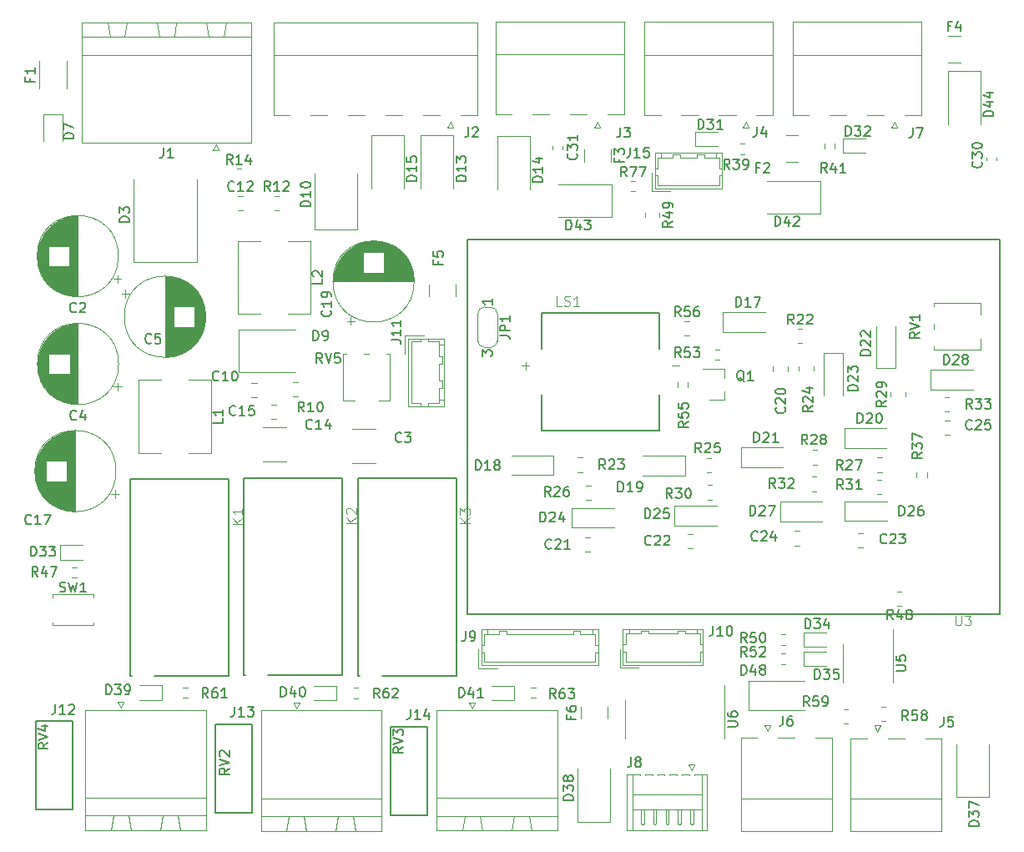
<source format=gbr>
%TF.GenerationSoftware,KiCad,Pcbnew,(5.1.9)-1*%
%TF.CreationDate,2021-01-26T21:07:48+02:00*%
%TF.ProjectId,Car_bs_controller_nex_mega,4361725f-6273-45f6-936f-6e74726f6c6c,rev?*%
%TF.SameCoordinates,Original*%
%TF.FileFunction,Legend,Top*%
%TF.FilePolarity,Positive*%
%FSLAX46Y46*%
G04 Gerber Fmt 4.6, Leading zero omitted, Abs format (unit mm)*
G04 Created by KiCad (PCBNEW (5.1.9)-1) date 2021-01-26 21:07:48*
%MOMM*%
%LPD*%
G01*
G04 APERTURE LIST*
%ADD10C,0.120000*%
%ADD11C,0.127000*%
%ADD12C,0.150000*%
%ADD13C,0.015000*%
G04 APERTURE END LIST*
D10*
%TO.C,R77*%
X119516622Y-61627280D02*
X119991138Y-61627280D01*
X119516622Y-60582280D02*
X119991138Y-60582280D01*
%TO.C,J15*%
X126999880Y-58193060D02*
X128199880Y-58193060D01*
X126999880Y-57893060D02*
X126999880Y-58193060D01*
X126249880Y-57893060D02*
X126999880Y-57893060D01*
X126249880Y-58193060D02*
X126249880Y-57893060D01*
X124499880Y-58193060D02*
X126249880Y-58193060D01*
X124499880Y-57893060D02*
X124499880Y-58193060D01*
X123749880Y-57893060D02*
X124499880Y-57893060D01*
X123749880Y-58193060D02*
X123749880Y-57893060D01*
X122549880Y-58193060D02*
X123749880Y-58193060D01*
X128199880Y-58193060D02*
X128199880Y-57743060D01*
X128499880Y-58193060D02*
X128199880Y-58193060D01*
X128499880Y-59293060D02*
X128499880Y-58193060D01*
X128799880Y-59293060D02*
X128499880Y-59293060D01*
X122549880Y-58193060D02*
X122549880Y-57743060D01*
X122249880Y-58193060D02*
X122549880Y-58193060D01*
X122249880Y-59293060D02*
X122249880Y-58193060D01*
X121949880Y-59293060D02*
X122249880Y-59293060D01*
X128499880Y-60043060D02*
X128799880Y-60043060D01*
X128499880Y-61043060D02*
X128499880Y-60043060D01*
X122249880Y-61043060D02*
X128499880Y-61043060D01*
X122249880Y-60043060D02*
X122249880Y-61043060D01*
X121949880Y-60043060D02*
X122249880Y-60043060D01*
X121639880Y-61653060D02*
X123549880Y-61653060D01*
X121639880Y-59743060D02*
X121639880Y-61653060D01*
X128799880Y-57743060D02*
X121949880Y-57743060D01*
X128799880Y-61343060D02*
X128799880Y-57743060D01*
X121949880Y-61343060D02*
X128799880Y-61343060D01*
X121949880Y-57743060D02*
X121949880Y-61343060D01*
%TO.C,D38*%
X114093000Y-125584000D02*
X117393000Y-125584000D01*
X117393000Y-125584000D02*
X117393000Y-120184000D01*
X114093000Y-125584000D02*
X114093000Y-120184000D01*
%TO.C,D44*%
X154995000Y-49406600D02*
X151695000Y-49406600D01*
X151695000Y-49406600D02*
X151695000Y-54806600D01*
X154995000Y-49406600D02*
X154995000Y-54806600D01*
%TO.C,D42*%
X138758000Y-63869800D02*
X138758000Y-60569800D01*
X138758000Y-60569800D02*
X133358000Y-60569800D01*
X138758000Y-63869800D02*
X133358000Y-63869800D01*
%TO.C,D43*%
X117568000Y-64245800D02*
X117568000Y-60945800D01*
X117568000Y-60945800D02*
X112168000Y-60945800D01*
X117568000Y-64245800D02*
X112168000Y-64245800D01*
%TO.C,F1*%
X59544100Y-51232264D02*
X59544100Y-48428136D01*
X62264100Y-51232264D02*
X62264100Y-48428136D01*
%TO.C,J8*%
X125410000Y-119739000D02*
X125710000Y-120339000D01*
X126010000Y-119739000D02*
X125410000Y-119739000D01*
X125710000Y-120339000D02*
X126010000Y-119739000D01*
X120960000Y-120829000D02*
X120960000Y-120879000D01*
X121710000Y-120829000D02*
X120960000Y-120829000D01*
X121710000Y-120879000D02*
X121710000Y-120829000D01*
X120560000Y-125801500D02*
X120560000Y-124339000D01*
X120710000Y-125839000D02*
X120560000Y-125801500D01*
X120860000Y-125801500D02*
X120710000Y-125839000D01*
X120860000Y-124339000D02*
X120860000Y-125801500D01*
X122210000Y-120829000D02*
X122210000Y-120879000D01*
X122960000Y-120829000D02*
X122210000Y-120829000D01*
X122960000Y-120879000D02*
X122960000Y-120829000D01*
X121810000Y-125801500D02*
X121810000Y-124339000D01*
X121960000Y-125839000D02*
X121810000Y-125801500D01*
X122110000Y-125801500D02*
X121960000Y-125839000D01*
X122110000Y-124339000D02*
X122110000Y-125801500D01*
X123460000Y-120829000D02*
X123460000Y-120879000D01*
X124210000Y-120829000D02*
X123460000Y-120829000D01*
X124210000Y-120879000D02*
X124210000Y-120829000D01*
X123060000Y-125801500D02*
X123060000Y-124339000D01*
X123210000Y-125839000D02*
X123060000Y-125801500D01*
X123360000Y-125801500D02*
X123210000Y-125839000D01*
X123360000Y-124339000D02*
X123360000Y-125801500D01*
X124710000Y-120829000D02*
X124710000Y-120879000D01*
X125460000Y-120829000D02*
X124710000Y-120829000D01*
X125460000Y-120879000D02*
X125460000Y-120829000D01*
X124310000Y-125801500D02*
X124310000Y-124339000D01*
X124460000Y-125839000D02*
X124310000Y-125801500D01*
X124610000Y-125801500D02*
X124460000Y-125839000D01*
X124610000Y-124339000D02*
X124610000Y-125801500D01*
X125560000Y-125801500D02*
X125560000Y-124339000D01*
X125710000Y-125839000D02*
X125560000Y-125801500D01*
X125860000Y-125801500D02*
X125710000Y-125839000D01*
X125860000Y-124339000D02*
X125860000Y-125801500D01*
X119700000Y-126449000D02*
X119700000Y-120829000D01*
X126720000Y-126449000D02*
X126720000Y-120829000D01*
X126720000Y-122839000D02*
X119700000Y-122839000D01*
X126720000Y-124339000D02*
X119700000Y-124339000D01*
X120460000Y-120829000D02*
X120460000Y-120879000D01*
X119150000Y-120829000D02*
X120460000Y-120829000D01*
X119150000Y-126449000D02*
X119150000Y-120829000D01*
X127270000Y-126449000D02*
X119150000Y-126449000D01*
X127270000Y-120829000D02*
X127270000Y-126449000D01*
X125960000Y-120829000D02*
X127270000Y-120829000D01*
X125960000Y-120879000D02*
X125960000Y-120829000D01*
%TO.C,U6*%
X118922000Y-115209000D02*
X118922000Y-117159000D01*
X118922000Y-115209000D02*
X118922000Y-113259000D01*
X129042000Y-115209000D02*
X129042000Y-117159000D01*
X129042000Y-115209000D02*
X129042000Y-111759000D01*
%TO.C,U5*%
X141006000Y-109514000D02*
X141006000Y-111464000D01*
X141006000Y-109514000D02*
X141006000Y-107564000D01*
X146126000Y-109514000D02*
X146126000Y-111464000D01*
X146126000Y-109514000D02*
X146126000Y-106064000D01*
D11*
%TO.C,U3*%
X102926000Y-66532000D02*
X102926000Y-104532000D01*
X156926000Y-104532000D02*
X102926000Y-104532000D01*
X156926000Y-66532000D02*
X156926000Y-104532000D01*
X156926000Y-66532000D02*
X102926000Y-66532000D01*
D10*
%TO.C,SW1*%
X60859100Y-102509000D02*
X64999100Y-102509000D01*
X64999100Y-105349000D02*
X64999100Y-105649000D01*
X64999100Y-105649000D02*
X60859100Y-105649000D01*
X60859100Y-102809000D02*
X60859100Y-102509000D01*
X60859100Y-105649000D02*
X60859100Y-105349000D01*
X64999100Y-102509000D02*
X64999100Y-102809000D01*
%TO.C,RV5*%
X94750000Y-78098700D02*
X95080000Y-78098700D01*
X90340000Y-78098700D02*
X90671000Y-78098700D01*
X92451000Y-78098700D02*
X92970000Y-78098700D01*
X90340000Y-82838700D02*
X91470000Y-82838700D01*
X93950000Y-82838700D02*
X95080000Y-82838700D01*
X90340000Y-78098700D02*
X90340000Y-82838700D01*
X95080000Y-78098700D02*
X95080000Y-82838700D01*
D12*
%TO.C,RV4*%
X59162600Y-115368000D02*
X59162600Y-124368000D01*
X62862600Y-115368000D02*
X62862600Y-124368000D01*
X62862600Y-124368000D02*
X59162600Y-124368000D01*
X62862600Y-115368000D02*
X59162600Y-115368000D01*
%TO.C,RV3*%
X95169700Y-115937000D02*
X95169700Y-124937000D01*
X98869700Y-115937000D02*
X98869700Y-124937000D01*
X98869700Y-124937000D02*
X95169700Y-124937000D01*
X98869700Y-115937000D02*
X95169700Y-115937000D01*
%TO.C,RV2*%
X77394800Y-115714000D02*
X77394800Y-124714000D01*
X81094800Y-115714000D02*
X81094800Y-124714000D01*
X81094800Y-124714000D02*
X77394800Y-124714000D01*
X81094800Y-115714000D02*
X77394800Y-115714000D01*
D10*
%TO.C,RV1*%
X150260000Y-73306600D02*
X150260000Y-72976600D01*
X150260000Y-77716600D02*
X150260000Y-77385600D01*
X150260000Y-75605600D02*
X150260000Y-75086600D01*
X155000000Y-77716600D02*
X155000000Y-76586600D01*
X155000000Y-74106600D02*
X155000000Y-72976600D01*
X150260000Y-77716600D02*
X155000000Y-77716600D01*
X150260000Y-72976600D02*
X155000000Y-72976600D01*
%TO.C,R63*%
X109866258Y-112998500D02*
X109391742Y-112998500D01*
X109866258Y-111953500D02*
X109391742Y-111953500D01*
%TO.C,R62*%
X91875358Y-113059500D02*
X91400842Y-113059500D01*
X91875358Y-112014500D02*
X91400842Y-112014500D01*
%TO.C,R61*%
X74539358Y-113019500D02*
X74064842Y-113019500D01*
X74539358Y-111974500D02*
X74064842Y-111974500D01*
%TO.C,R59*%
X141546064Y-115619000D02*
X141091936Y-115619000D01*
X141546064Y-114149000D02*
X141091936Y-114149000D01*
%TO.C,R58*%
X145376064Y-115401000D02*
X144921936Y-115401000D01*
X145376064Y-113931000D02*
X144921936Y-113931000D01*
%TO.C,R56*%
X124989936Y-74789400D02*
X125444064Y-74789400D01*
X124989936Y-76259400D02*
X125444064Y-76259400D01*
%TO.C,R55*%
X125305500Y-81014342D02*
X125305500Y-81488858D01*
X124260500Y-81014342D02*
X124260500Y-81488858D01*
%TO.C,R53*%
X128073742Y-77689200D02*
X128548258Y-77689200D01*
X128073742Y-78734200D02*
X128548258Y-78734200D01*
%TO.C,R52*%
X134746742Y-108540500D02*
X135221258Y-108540500D01*
X134746742Y-109585500D02*
X135221258Y-109585500D01*
%TO.C,R50*%
X134760742Y-106607500D02*
X135235258Y-106607500D01*
X134760742Y-107652500D02*
X135235258Y-107652500D01*
%TO.C,R49*%
X122406000Y-63796136D02*
X122406000Y-64250264D01*
X120936000Y-63796136D02*
X120936000Y-64250264D01*
%TO.C,R48*%
X147002064Y-103722000D02*
X146547936Y-103722000D01*
X147002064Y-102252000D02*
X146547936Y-102252000D01*
%TO.C,R47*%
X62849242Y-99766500D02*
X63323758Y-99766500D01*
X62849242Y-100811500D02*
X63323758Y-100811500D01*
%TO.C,R41*%
X140212500Y-56803042D02*
X140212500Y-57277558D01*
X139167500Y-56803042D02*
X139167500Y-57277558D01*
%TO.C,R39*%
X131065258Y-57860500D02*
X130590742Y-57860500D01*
X131065258Y-56815500D02*
X130590742Y-56815500D01*
%TO.C,R37*%
X149551500Y-90151142D02*
X149551500Y-90625658D01*
X148506500Y-90151142D02*
X148506500Y-90625658D01*
%TO.C,R33*%
X151336936Y-82531300D02*
X151791064Y-82531300D01*
X151336936Y-84001300D02*
X151791064Y-84001300D01*
%TO.C,R32*%
X137869936Y-90593200D02*
X138324064Y-90593200D01*
X137869936Y-92063200D02*
X138324064Y-92063200D01*
%TO.C,R31*%
X144513936Y-90867600D02*
X144968064Y-90867600D01*
X144513936Y-92337600D02*
X144968064Y-92337600D01*
%TO.C,R30*%
X127314936Y-91441600D02*
X127769064Y-91441600D01*
X127314936Y-92911600D02*
X127769064Y-92911600D01*
%TO.C,R29*%
X145884000Y-82460164D02*
X145884000Y-82006036D01*
X147354000Y-82460164D02*
X147354000Y-82006036D01*
%TO.C,R28*%
X138416064Y-89370800D02*
X137961936Y-89370800D01*
X138416064Y-87900800D02*
X137961936Y-87900800D01*
%TO.C,R27*%
X144552936Y-88652700D02*
X145007064Y-88652700D01*
X144552936Y-90122700D02*
X145007064Y-90122700D01*
%TO.C,R26*%
X114984936Y-91472100D02*
X115439064Y-91472100D01*
X114984936Y-92942100D02*
X115439064Y-92942100D01*
%TO.C,R25*%
X127694064Y-90163300D02*
X127239936Y-90163300D01*
X127694064Y-88693300D02*
X127239936Y-88693300D01*
%TO.C,R24*%
X138058000Y-79403836D02*
X138058000Y-79857964D01*
X136588000Y-79403836D02*
X136588000Y-79857964D01*
%TO.C,R23*%
X114606064Y-90112500D02*
X114151936Y-90112500D01*
X114606064Y-88642500D02*
X114151936Y-88642500D01*
%TO.C,R22*%
X136467936Y-75566600D02*
X136922064Y-75566600D01*
X136467936Y-77036600D02*
X136922064Y-77036600D01*
%TO.C,R14*%
X79530836Y-59356300D02*
X79984964Y-59356300D01*
X79530836Y-60826300D02*
X79984964Y-60826300D01*
%TO.C,R12*%
X83351036Y-62079200D02*
X83805164Y-62079200D01*
X83351036Y-63549200D02*
X83805164Y-63549200D01*
%TO.C,R10*%
X85277636Y-80971700D02*
X85731764Y-80971700D01*
X85277636Y-82441700D02*
X85731764Y-82441700D01*
%TO.C,Q1*%
X128995000Y-82821900D02*
X128995000Y-81891900D01*
X128995000Y-79661900D02*
X128995000Y-80591900D01*
X128995000Y-79661900D02*
X126835000Y-79661900D01*
X128995000Y-82821900D02*
X127535000Y-82821900D01*
D11*
%TO.C,LS1*%
X110444000Y-73941400D02*
X122444000Y-73941400D01*
X122444000Y-73941400D02*
X122444000Y-77621400D01*
X110444000Y-73941400D02*
X110444000Y-77621400D01*
X110444000Y-85941400D02*
X122444000Y-85941400D01*
X122444000Y-85941400D02*
X122444000Y-82261400D01*
X110444000Y-85941400D02*
X110444000Y-82261400D01*
D10*
%TO.C,JP1*%
X104693000Y-73372800D02*
X105293000Y-73372800D01*
X103993000Y-76822800D02*
X103993000Y-74022800D01*
X105293000Y-77472800D02*
X104693000Y-77472800D01*
X105993000Y-74022800D02*
X105993000Y-76822800D01*
X105293000Y-73372800D02*
G75*
G02*
X105993000Y-74072800I0J-700000D01*
G01*
X103993000Y-74072800D02*
G75*
G02*
X104693000Y-73372800I700000J0D01*
G01*
X104693000Y-77472800D02*
G75*
G02*
X103993000Y-76772800I0J700000D01*
G01*
X105993000Y-76772800D02*
G75*
G02*
X105293000Y-77472800I-700000J0D01*
G01*
%TO.C,J14*%
X99829000Y-114288000D02*
X99829000Y-126508000D01*
X99829000Y-126508000D02*
X112049000Y-126508000D01*
X112049000Y-126508000D02*
X112049000Y-114288000D01*
X112049000Y-114288000D02*
X99829000Y-114288000D01*
X99829000Y-125008000D02*
X99829000Y-123208000D01*
X99829000Y-123208000D02*
X112049000Y-123208000D01*
X112049000Y-123208000D02*
X112049000Y-125008000D01*
X112049000Y-125008000D02*
X99829000Y-125008000D01*
X102439000Y-126508000D02*
X104439000Y-126508000D01*
X104439000Y-126508000D02*
X104189000Y-125008000D01*
X104189000Y-125008000D02*
X102689000Y-125008000D01*
X102689000Y-125008000D02*
X102439000Y-126508000D01*
X107439000Y-126508000D02*
X109439000Y-126508000D01*
X109439000Y-126508000D02*
X109189000Y-125008000D01*
X109189000Y-125008000D02*
X107689000Y-125008000D01*
X107689000Y-125008000D02*
X107439000Y-126508000D01*
X103739000Y-113488000D02*
X103439000Y-114088000D01*
X103439000Y-114088000D02*
X103139000Y-113488000D01*
X103139000Y-113488000D02*
X103739000Y-113488000D01*
%TO.C,J13*%
X81988000Y-114298000D02*
X81988000Y-126518000D01*
X81988000Y-126518000D02*
X94208000Y-126518000D01*
X94208000Y-126518000D02*
X94208000Y-114298000D01*
X94208000Y-114298000D02*
X81988000Y-114298000D01*
X81988000Y-125018000D02*
X81988000Y-123218000D01*
X81988000Y-123218000D02*
X94208000Y-123218000D01*
X94208000Y-123218000D02*
X94208000Y-125018000D01*
X94208000Y-125018000D02*
X81988000Y-125018000D01*
X84598000Y-126518000D02*
X86598000Y-126518000D01*
X86598000Y-126518000D02*
X86348000Y-125018000D01*
X86348000Y-125018000D02*
X84848000Y-125018000D01*
X84848000Y-125018000D02*
X84598000Y-126518000D01*
X89598000Y-126518000D02*
X91598000Y-126518000D01*
X91598000Y-126518000D02*
X91348000Y-125018000D01*
X91348000Y-125018000D02*
X89848000Y-125018000D01*
X89848000Y-125018000D02*
X89598000Y-126518000D01*
X85898000Y-113498000D02*
X85598000Y-114098000D01*
X85598000Y-114098000D02*
X85298000Y-113498000D01*
X85298000Y-113498000D02*
X85898000Y-113498000D01*
%TO.C,J12*%
X64177500Y-114263000D02*
X64177500Y-126483000D01*
X64177500Y-126483000D02*
X76397500Y-126483000D01*
X76397500Y-126483000D02*
X76397500Y-114263000D01*
X76397500Y-114263000D02*
X64177500Y-114263000D01*
X64177500Y-124983000D02*
X64177500Y-123183000D01*
X64177500Y-123183000D02*
X76397500Y-123183000D01*
X76397500Y-123183000D02*
X76397500Y-124983000D01*
X76397500Y-124983000D02*
X64177500Y-124983000D01*
X66787500Y-126483000D02*
X68787500Y-126483000D01*
X68787500Y-126483000D02*
X68537500Y-124983000D01*
X68537500Y-124983000D02*
X67037500Y-124983000D01*
X67037500Y-124983000D02*
X66787500Y-126483000D01*
X71787500Y-126483000D02*
X73787500Y-126483000D01*
X73787500Y-126483000D02*
X73537500Y-124983000D01*
X73537500Y-124983000D02*
X72037500Y-124983000D01*
X72037500Y-124983000D02*
X71787500Y-126483000D01*
X68087500Y-113463000D02*
X67787500Y-114063000D01*
X67787500Y-114063000D02*
X67487500Y-113463000D01*
X67487500Y-113463000D02*
X68087500Y-113463000D01*
%TO.C,J7*%
X148973000Y-53882900D02*
X148973000Y-44462900D01*
X148973000Y-44462900D02*
X135933000Y-44462900D01*
X135933000Y-44462900D02*
X135933000Y-53882900D01*
X148973000Y-53882900D02*
X147313000Y-53882900D01*
X135933000Y-53882900D02*
X137593000Y-53882900D01*
X145213000Y-53882900D02*
X143503000Y-53882900D01*
X141403000Y-53882900D02*
X139693000Y-53882900D01*
X148973000Y-47772900D02*
X135933000Y-47772900D01*
X145963000Y-55172900D02*
X146263000Y-54572900D01*
X146263000Y-54572900D02*
X146563000Y-55172900D01*
X146563000Y-55172900D02*
X145963000Y-55172900D01*
%TO.C,J6*%
X130681000Y-117105000D02*
X130681000Y-126525000D01*
X130681000Y-126525000D02*
X139911000Y-126525000D01*
X139911000Y-126525000D02*
X139911000Y-117105000D01*
X130681000Y-117105000D02*
X132341000Y-117105000D01*
X139911000Y-117105000D02*
X138251000Y-117105000D01*
X134441000Y-117105000D02*
X136151000Y-117105000D01*
X130681000Y-123215000D02*
X139911000Y-123215000D01*
X133691000Y-115815000D02*
X133391000Y-116415000D01*
X133391000Y-116415000D02*
X133091000Y-115815000D01*
X133091000Y-115815000D02*
X133691000Y-115815000D01*
%TO.C,J5*%
X141841000Y-117130000D02*
X141841000Y-126550000D01*
X141841000Y-126550000D02*
X151071000Y-126550000D01*
X151071000Y-126550000D02*
X151071000Y-117130000D01*
X141841000Y-117130000D02*
X143501000Y-117130000D01*
X151071000Y-117130000D02*
X149411000Y-117130000D01*
X145601000Y-117130000D02*
X147311000Y-117130000D01*
X141841000Y-123240000D02*
X151071000Y-123240000D01*
X144851000Y-115840000D02*
X144551000Y-116440000D01*
X144551000Y-116440000D02*
X144251000Y-115840000D01*
X144251000Y-115840000D02*
X144851000Y-115840000D01*
%TO.C,J4*%
X133921000Y-53882900D02*
X133921000Y-44462900D01*
X133921000Y-44462900D02*
X120881000Y-44462900D01*
X120881000Y-44462900D02*
X120881000Y-53882900D01*
X133921000Y-53882900D02*
X132261000Y-53882900D01*
X120881000Y-53882900D02*
X122541000Y-53882900D01*
X130161000Y-53882900D02*
X128451000Y-53882900D01*
X126351000Y-53882900D02*
X124641000Y-53882900D01*
X133921000Y-47772900D02*
X120881000Y-47772900D01*
X130911000Y-55172900D02*
X131211000Y-54572900D01*
X131211000Y-54572900D02*
X131511000Y-55172900D01*
X131511000Y-55172900D02*
X130911000Y-55172900D01*
%TO.C,J3*%
X118844000Y-53857500D02*
X118844000Y-44437500D01*
X118844000Y-44437500D02*
X105804000Y-44437500D01*
X105804000Y-44437500D02*
X105804000Y-53857500D01*
X118844000Y-53857500D02*
X117184000Y-53857500D01*
X105804000Y-53857500D02*
X107464000Y-53857500D01*
X115084000Y-53857500D02*
X113374000Y-53857500D01*
X111274000Y-53857500D02*
X109564000Y-53857500D01*
X118844000Y-47747500D02*
X105804000Y-47747500D01*
X115834000Y-55147500D02*
X116134000Y-54547500D01*
X116134000Y-54547500D02*
X116434000Y-55147500D01*
X116434000Y-55147500D02*
X115834000Y-55147500D01*
%TO.C,J2*%
X103946000Y-53913400D02*
X103946000Y-44493400D01*
X103946000Y-44493400D02*
X83286000Y-44493400D01*
X83286000Y-44493400D02*
X83286000Y-53913400D01*
X103946000Y-53913400D02*
X102286000Y-53913400D01*
X83286000Y-53913400D02*
X84946000Y-53913400D01*
X100186000Y-53913400D02*
X98476000Y-53913400D01*
X96376000Y-53913400D02*
X94666000Y-53913400D01*
X92566000Y-53913400D02*
X90856000Y-53913400D01*
X88756000Y-53913400D02*
X87046000Y-53913400D01*
X103946000Y-47803400D02*
X83286000Y-47803400D01*
X100936000Y-55203400D02*
X101236000Y-54603400D01*
X101236000Y-54603400D02*
X101536000Y-55203400D01*
X101536000Y-55203400D02*
X100936000Y-55203400D01*
%TO.C,J1*%
X81039400Y-56694600D02*
X81039400Y-44474600D01*
X81039400Y-44474600D02*
X63819400Y-44474600D01*
X63819400Y-44474600D02*
X63819400Y-56694600D01*
X63819400Y-56694600D02*
X81039400Y-56694600D01*
X81039400Y-45974600D02*
X81039400Y-47774600D01*
X81039400Y-47774600D02*
X63819400Y-47774600D01*
X63819400Y-47774600D02*
X63819400Y-45974600D01*
X63819400Y-45974600D02*
X81039400Y-45974600D01*
X78429400Y-44474600D02*
X76429400Y-44474600D01*
X76429400Y-44474600D02*
X76679400Y-45974600D01*
X76679400Y-45974600D02*
X78179400Y-45974600D01*
X78179400Y-45974600D02*
X78429400Y-44474600D01*
X73429400Y-44474600D02*
X71429400Y-44474600D01*
X71429400Y-44474600D02*
X71679400Y-45974600D01*
X71679400Y-45974600D02*
X73179400Y-45974600D01*
X73179400Y-45974600D02*
X73429400Y-44474600D01*
X68429400Y-44474600D02*
X66429400Y-44474600D01*
X66429400Y-44474600D02*
X66679400Y-45974600D01*
X66679400Y-45974600D02*
X68179400Y-45974600D01*
X68179400Y-45974600D02*
X68429400Y-44474600D01*
X77129400Y-57494600D02*
X77429400Y-56894600D01*
X77429400Y-56894600D02*
X77729400Y-57494600D01*
X77729400Y-57494600D02*
X77129400Y-57494600D01*
%TO.C,F6*%
X114449000Y-115153064D02*
X114449000Y-113948936D01*
X117169000Y-115153064D02*
X117169000Y-113948936D01*
%TO.C,F5*%
X101726000Y-71099136D02*
X101726000Y-72303264D01*
X99006000Y-71099136D02*
X99006000Y-72303264D01*
%TO.C,F4*%
X151733936Y-45853500D02*
X152938064Y-45853500D01*
X151733936Y-48573500D02*
X152938064Y-48573500D01*
%TO.C,F3*%
X117484000Y-57419636D02*
X117484000Y-58623764D01*
X114764000Y-57419636D02*
X114764000Y-58623764D01*
%TO.C,F2*%
X135248936Y-55927200D02*
X136453064Y-55927200D01*
X135248936Y-58647200D02*
X136453064Y-58647200D01*
%TO.C,D48*%
X137140000Y-111306000D02*
X131440000Y-111306000D01*
X131440000Y-111306000D02*
X131440000Y-114306000D01*
X131440000Y-114306000D02*
X137140000Y-114306000D01*
%TO.C,D41*%
X105433000Y-113277000D02*
X107718000Y-113277000D01*
X107718000Y-113277000D02*
X107718000Y-111807000D01*
X107718000Y-111807000D02*
X105433000Y-111807000D01*
%TO.C,D40*%
X87383600Y-113277000D02*
X89668600Y-113277000D01*
X89668600Y-113277000D02*
X89668600Y-111807000D01*
X89668600Y-111807000D02*
X87383600Y-111807000D01*
%TO.C,D39*%
X69679800Y-113247000D02*
X71964800Y-113247000D01*
X71964800Y-113247000D02*
X71964800Y-111777000D01*
X71964800Y-111777000D02*
X69679800Y-111777000D01*
%TO.C,D37*%
X152584000Y-123120000D02*
X155884000Y-123120000D01*
X155884000Y-123120000D02*
X155884000Y-117720000D01*
X152584000Y-123120000D02*
X152584000Y-117720000D01*
%TO.C,D35*%
X139337000Y-108338000D02*
X137052000Y-108338000D01*
X137052000Y-108338000D02*
X137052000Y-109808000D01*
X137052000Y-109808000D02*
X139337000Y-109808000D01*
%TO.C,D34*%
X139321000Y-106372000D02*
X137036000Y-106372000D01*
X137036000Y-106372000D02*
X137036000Y-107842000D01*
X137036000Y-107842000D02*
X139321000Y-107842000D01*
%TO.C,D33*%
X63898600Y-97532500D02*
X61613600Y-97532500D01*
X61613600Y-97532500D02*
X61613600Y-99002500D01*
X61613600Y-99002500D02*
X63898600Y-99002500D01*
%TO.C,D32*%
X143350000Y-56272800D02*
X141065000Y-56272800D01*
X141065000Y-56272800D02*
X141065000Y-57742800D01*
X141065000Y-57742800D02*
X143350000Y-57742800D01*
%TO.C,D31*%
X128376480Y-55566640D02*
X126091480Y-55566640D01*
X126091480Y-55566640D02*
X126091480Y-57036640D01*
X126091480Y-57036640D02*
X128376480Y-57036640D01*
%TO.C,D28*%
X154229000Y-79731400D02*
X149929000Y-79731400D01*
X149929000Y-79731400D02*
X149929000Y-81731400D01*
X149929000Y-81731400D02*
X154229000Y-81731400D01*
%TO.C,D27*%
X138953000Y-93122200D02*
X134653000Y-93122200D01*
X134653000Y-93122200D02*
X134653000Y-95122200D01*
X134653000Y-95122200D02*
X138953000Y-95122200D01*
%TO.C,D26*%
X145539000Y-93076500D02*
X141239000Y-93076500D01*
X141239000Y-93076500D02*
X141239000Y-95076500D01*
X141239000Y-95076500D02*
X145539000Y-95076500D01*
%TO.C,D25*%
X128255000Y-93528600D02*
X123955000Y-93528600D01*
X123955000Y-93528600D02*
X123955000Y-95528600D01*
X123955000Y-95528600D02*
X128255000Y-95528600D01*
%TO.C,D24*%
X117836000Y-93767400D02*
X113536000Y-93767400D01*
X113536000Y-93767400D02*
X113536000Y-95767400D01*
X113536000Y-95767400D02*
X117836000Y-95767400D01*
%TO.C,D23*%
X141081000Y-82379800D02*
X141081000Y-78079800D01*
X141081000Y-78079800D02*
X139081000Y-78079800D01*
X139081000Y-78079800D02*
X139081000Y-82379800D01*
%TO.C,D22*%
X144390000Y-75290700D02*
X144390000Y-79590700D01*
X144390000Y-79590700D02*
X146390000Y-79590700D01*
X146390000Y-79590700D02*
X146390000Y-75290700D01*
%TO.C,D21*%
X134971000Y-87635800D02*
X130671000Y-87635800D01*
X130671000Y-87635800D02*
X130671000Y-89635800D01*
X130671000Y-89635800D02*
X134971000Y-89635800D01*
%TO.C,D20*%
X145471000Y-85685100D02*
X141171000Y-85685100D01*
X141171000Y-85685100D02*
X141171000Y-87685100D01*
X141171000Y-87685100D02*
X145471000Y-87685100D01*
%TO.C,D19*%
X120731000Y-90484200D02*
X125031000Y-90484200D01*
X125031000Y-90484200D02*
X125031000Y-88484200D01*
X125031000Y-88484200D02*
X120731000Y-88484200D01*
%TO.C,D18*%
X107396000Y-90423200D02*
X111696000Y-90423200D01*
X111696000Y-90423200D02*
X111696000Y-88423200D01*
X111696000Y-88423200D02*
X107396000Y-88423200D01*
%TO.C,D17*%
X133137000Y-73891900D02*
X128837000Y-73891900D01*
X128837000Y-73891900D02*
X128837000Y-75891900D01*
X128837000Y-75891900D02*
X133137000Y-75891900D01*
%TO.C,D15*%
X96478400Y-55959800D02*
X93178400Y-55959800D01*
X93178400Y-55959800D02*
X93178400Y-61359800D01*
X96478400Y-55959800D02*
X96478400Y-61359800D01*
%TO.C,D14*%
X109255000Y-56054800D02*
X105955000Y-56054800D01*
X105955000Y-56054800D02*
X105955000Y-61454800D01*
X109255000Y-56054800D02*
X109255000Y-61454800D01*
%TO.C,D13*%
X101507600Y-55959800D02*
X98207600Y-55959800D01*
X98207600Y-55959800D02*
X98207600Y-61359800D01*
X101507600Y-55959800D02*
X101507600Y-61359800D01*
%TO.C,D10*%
X87425600Y-65494400D02*
X91725600Y-65494400D01*
X91725600Y-65494400D02*
X91725600Y-59794400D01*
X87425600Y-65494400D02*
X87425600Y-59794400D01*
%TO.C,D9*%
X79776100Y-75650200D02*
X79776100Y-79950200D01*
X79776100Y-79950200D02*
X85476100Y-79950200D01*
X79776100Y-75650200D02*
X85476100Y-75650200D01*
%TO.C,D7*%
X61859000Y-56549600D02*
X61859000Y-53864600D01*
X61859000Y-53864600D02*
X59939000Y-53864600D01*
X59939000Y-53864600D02*
X59939000Y-56549600D01*
%TO.C,D3*%
X75533300Y-68818200D02*
X69033300Y-68818200D01*
X75533300Y-68818200D02*
X75533300Y-60418200D01*
X69033300Y-68818200D02*
X69033300Y-60418200D01*
%TO.C,C31*%
X111613000Y-57341380D02*
X111613000Y-57060220D01*
X112633000Y-57341380D02*
X112633000Y-57060220D01*
%TO.C,C30*%
X156639000Y-58211120D02*
X156639000Y-58492280D01*
X155619000Y-58211120D02*
X155619000Y-58492280D01*
%TO.C,C25*%
X151340748Y-84863000D02*
X151863252Y-84863000D01*
X151340748Y-86333000D02*
X151863252Y-86333000D01*
%TO.C,C24*%
X136090748Y-96084700D02*
X136613252Y-96084700D01*
X136090748Y-97554700D02*
X136613252Y-97554700D01*
%TO.C,C23*%
X142583748Y-96313300D02*
X143106252Y-96313300D01*
X142583748Y-97783300D02*
X143106252Y-97783300D01*
%TO.C,C22*%
X125270748Y-96420000D02*
X125793252Y-96420000D01*
X125270748Y-97890000D02*
X125793252Y-97890000D01*
%TO.C,C21*%
X114851748Y-96735000D02*
X115374252Y-96735000D01*
X114851748Y-98205000D02*
X115374252Y-98205000D01*
%TO.C,C20*%
X135431000Y-79357548D02*
X135431000Y-79880052D01*
X133961000Y-79357548D02*
X133961000Y-79880052D01*
%TO.C,C19*%
X97546300Y-70784600D02*
G75*
G03*
X97546300Y-70784600I-4120000J0D01*
G01*
X89346300Y-70784600D02*
X97506300Y-70784600D01*
X89346300Y-70744600D02*
X97506300Y-70744600D01*
X89346300Y-70704600D02*
X97506300Y-70704600D01*
X89347300Y-70664600D02*
X97505300Y-70664600D01*
X89349300Y-70624600D02*
X97503300Y-70624600D01*
X89350300Y-70584600D02*
X97502300Y-70584600D01*
X89352300Y-70544600D02*
X97500300Y-70544600D01*
X89355300Y-70504600D02*
X97497300Y-70504600D01*
X89358300Y-70464600D02*
X97494300Y-70464600D01*
X89361300Y-70424600D02*
X97491300Y-70424600D01*
X89365300Y-70384600D02*
X97487300Y-70384600D01*
X89369300Y-70344600D02*
X97483300Y-70344600D01*
X89374300Y-70304600D02*
X97478300Y-70304600D01*
X89378300Y-70264600D02*
X97474300Y-70264600D01*
X89384300Y-70224600D02*
X97468300Y-70224600D01*
X89389300Y-70184600D02*
X97463300Y-70184600D01*
X89396300Y-70144600D02*
X97456300Y-70144600D01*
X89402300Y-70104600D02*
X97450300Y-70104600D01*
X89409300Y-70063600D02*
X97443300Y-70063600D01*
X89416300Y-70023600D02*
X97436300Y-70023600D01*
X89424300Y-69983600D02*
X97428300Y-69983600D01*
X89432300Y-69943600D02*
X97420300Y-69943600D01*
X89441300Y-69903600D02*
X92386300Y-69903600D01*
X94466300Y-69903600D02*
X97411300Y-69903600D01*
X89450300Y-69863600D02*
X92386300Y-69863600D01*
X94466300Y-69863600D02*
X97402300Y-69863600D01*
X89459300Y-69823600D02*
X92386300Y-69823600D01*
X94466300Y-69823600D02*
X97393300Y-69823600D01*
X89469300Y-69783600D02*
X92386300Y-69783600D01*
X94466300Y-69783600D02*
X97383300Y-69783600D01*
X89479300Y-69743600D02*
X92386300Y-69743600D01*
X94466300Y-69743600D02*
X97373300Y-69743600D01*
X89490300Y-69703600D02*
X92386300Y-69703600D01*
X94466300Y-69703600D02*
X97362300Y-69703600D01*
X89501300Y-69663600D02*
X92386300Y-69663600D01*
X94466300Y-69663600D02*
X97351300Y-69663600D01*
X89512300Y-69623600D02*
X92386300Y-69623600D01*
X94466300Y-69623600D02*
X97340300Y-69623600D01*
X89524300Y-69583600D02*
X92386300Y-69583600D01*
X94466300Y-69583600D02*
X97328300Y-69583600D01*
X89537300Y-69543600D02*
X92386300Y-69543600D01*
X94466300Y-69543600D02*
X97315300Y-69543600D01*
X89549300Y-69503600D02*
X92386300Y-69503600D01*
X94466300Y-69503600D02*
X97303300Y-69503600D01*
X89563300Y-69463600D02*
X92386300Y-69463600D01*
X94466300Y-69463600D02*
X97289300Y-69463600D01*
X89576300Y-69423600D02*
X92386300Y-69423600D01*
X94466300Y-69423600D02*
X97276300Y-69423600D01*
X89591300Y-69383600D02*
X92386300Y-69383600D01*
X94466300Y-69383600D02*
X97261300Y-69383600D01*
X89605300Y-69343600D02*
X92386300Y-69343600D01*
X94466300Y-69343600D02*
X97247300Y-69343600D01*
X89621300Y-69303600D02*
X92386300Y-69303600D01*
X94466300Y-69303600D02*
X97231300Y-69303600D01*
X89636300Y-69263600D02*
X92386300Y-69263600D01*
X94466300Y-69263600D02*
X97216300Y-69263600D01*
X89652300Y-69223600D02*
X92386300Y-69223600D01*
X94466300Y-69223600D02*
X97200300Y-69223600D01*
X89669300Y-69183600D02*
X92386300Y-69183600D01*
X94466300Y-69183600D02*
X97183300Y-69183600D01*
X89686300Y-69143600D02*
X92386300Y-69143600D01*
X94466300Y-69143600D02*
X97166300Y-69143600D01*
X89704300Y-69103600D02*
X92386300Y-69103600D01*
X94466300Y-69103600D02*
X97148300Y-69103600D01*
X89722300Y-69063600D02*
X92386300Y-69063600D01*
X94466300Y-69063600D02*
X97130300Y-69063600D01*
X89740300Y-69023600D02*
X92386300Y-69023600D01*
X94466300Y-69023600D02*
X97112300Y-69023600D01*
X89760300Y-68983600D02*
X92386300Y-68983600D01*
X94466300Y-68983600D02*
X97092300Y-68983600D01*
X89779300Y-68943600D02*
X92386300Y-68943600D01*
X94466300Y-68943600D02*
X97073300Y-68943600D01*
X89799300Y-68903600D02*
X92386300Y-68903600D01*
X94466300Y-68903600D02*
X97053300Y-68903600D01*
X89820300Y-68863600D02*
X92386300Y-68863600D01*
X94466300Y-68863600D02*
X97032300Y-68863600D01*
X89842300Y-68823600D02*
X92386300Y-68823600D01*
X94466300Y-68823600D02*
X97010300Y-68823600D01*
X89864300Y-68783600D02*
X92386300Y-68783600D01*
X94466300Y-68783600D02*
X96988300Y-68783600D01*
X89886300Y-68743600D02*
X92386300Y-68743600D01*
X94466300Y-68743600D02*
X96966300Y-68743600D01*
X89909300Y-68703600D02*
X92386300Y-68703600D01*
X94466300Y-68703600D02*
X96943300Y-68703600D01*
X89933300Y-68663600D02*
X92386300Y-68663600D01*
X94466300Y-68663600D02*
X96919300Y-68663600D01*
X89957300Y-68623600D02*
X92386300Y-68623600D01*
X94466300Y-68623600D02*
X96895300Y-68623600D01*
X89982300Y-68583600D02*
X92386300Y-68583600D01*
X94466300Y-68583600D02*
X96870300Y-68583600D01*
X90008300Y-68543600D02*
X92386300Y-68543600D01*
X94466300Y-68543600D02*
X96844300Y-68543600D01*
X90034300Y-68503600D02*
X92386300Y-68503600D01*
X94466300Y-68503600D02*
X96818300Y-68503600D01*
X90061300Y-68463600D02*
X92386300Y-68463600D01*
X94466300Y-68463600D02*
X96791300Y-68463600D01*
X90088300Y-68423600D02*
X92386300Y-68423600D01*
X94466300Y-68423600D02*
X96764300Y-68423600D01*
X90117300Y-68383600D02*
X92386300Y-68383600D01*
X94466300Y-68383600D02*
X96735300Y-68383600D01*
X90146300Y-68343600D02*
X92386300Y-68343600D01*
X94466300Y-68343600D02*
X96706300Y-68343600D01*
X90176300Y-68303600D02*
X92386300Y-68303600D01*
X94466300Y-68303600D02*
X96676300Y-68303600D01*
X90206300Y-68263600D02*
X92386300Y-68263600D01*
X94466300Y-68263600D02*
X96646300Y-68263600D01*
X90237300Y-68223600D02*
X92386300Y-68223600D01*
X94466300Y-68223600D02*
X96615300Y-68223600D01*
X90270300Y-68183600D02*
X92386300Y-68183600D01*
X94466300Y-68183600D02*
X96582300Y-68183600D01*
X90302300Y-68143600D02*
X92386300Y-68143600D01*
X94466300Y-68143600D02*
X96550300Y-68143600D01*
X90336300Y-68103600D02*
X92386300Y-68103600D01*
X94466300Y-68103600D02*
X96516300Y-68103600D01*
X90371300Y-68063600D02*
X92386300Y-68063600D01*
X94466300Y-68063600D02*
X96481300Y-68063600D01*
X90407300Y-68023600D02*
X92386300Y-68023600D01*
X94466300Y-68023600D02*
X96445300Y-68023600D01*
X90443300Y-67983600D02*
X92386300Y-67983600D01*
X94466300Y-67983600D02*
X96409300Y-67983600D01*
X90481300Y-67943600D02*
X92386300Y-67943600D01*
X94466300Y-67943600D02*
X96371300Y-67943600D01*
X90519300Y-67903600D02*
X92386300Y-67903600D01*
X94466300Y-67903600D02*
X96333300Y-67903600D01*
X90559300Y-67863600D02*
X92386300Y-67863600D01*
X94466300Y-67863600D02*
X96293300Y-67863600D01*
X90600300Y-67823600D02*
X96252300Y-67823600D01*
X90642300Y-67783600D02*
X96210300Y-67783600D01*
X90685300Y-67743600D02*
X96167300Y-67743600D01*
X90729300Y-67703600D02*
X96123300Y-67703600D01*
X90775300Y-67663600D02*
X96077300Y-67663600D01*
X90822300Y-67623600D02*
X96030300Y-67623600D01*
X90870300Y-67583600D02*
X95982300Y-67583600D01*
X90921300Y-67543600D02*
X95931300Y-67543600D01*
X90972300Y-67503600D02*
X95880300Y-67503600D01*
X91026300Y-67463600D02*
X95826300Y-67463600D01*
X91081300Y-67423600D02*
X95771300Y-67423600D01*
X91139300Y-67383600D02*
X95713300Y-67383600D01*
X91198300Y-67343600D02*
X95654300Y-67343600D01*
X91260300Y-67303600D02*
X95592300Y-67303600D01*
X91324300Y-67263600D02*
X95528300Y-67263600D01*
X91392300Y-67223600D02*
X95460300Y-67223600D01*
X91462300Y-67183600D02*
X95390300Y-67183600D01*
X91536300Y-67143600D02*
X95316300Y-67143600D01*
X91613300Y-67103600D02*
X95239300Y-67103600D01*
X91695300Y-67063600D02*
X95157300Y-67063600D01*
X91781300Y-67023600D02*
X95071300Y-67023600D01*
X91874300Y-66983600D02*
X94978300Y-66983600D01*
X91973300Y-66943600D02*
X94879300Y-66943600D01*
X92080300Y-66903600D02*
X94772300Y-66903600D01*
X92197300Y-66863600D02*
X94655300Y-66863600D01*
X92328300Y-66823600D02*
X94524300Y-66823600D01*
X92478300Y-66783600D02*
X94374300Y-66783600D01*
X92658300Y-66743600D02*
X94194300Y-66743600D01*
X92893300Y-66703600D02*
X93959300Y-66703600D01*
X91111300Y-75194298D02*
X91111300Y-74394298D01*
X90711300Y-74794298D02*
X91511300Y-74794298D01*
%TO.C,C17*%
X67294800Y-90022700D02*
G75*
G03*
X67294800Y-90022700I-4120000J0D01*
G01*
X63174800Y-94102700D02*
X63174800Y-85942700D01*
X63134800Y-94102700D02*
X63134800Y-85942700D01*
X63094800Y-94102700D02*
X63094800Y-85942700D01*
X63054800Y-94101700D02*
X63054800Y-85943700D01*
X63014800Y-94099700D02*
X63014800Y-85945700D01*
X62974800Y-94098700D02*
X62974800Y-85946700D01*
X62934800Y-94096700D02*
X62934800Y-85948700D01*
X62894800Y-94093700D02*
X62894800Y-85951700D01*
X62854800Y-94090700D02*
X62854800Y-85954700D01*
X62814800Y-94087700D02*
X62814800Y-85957700D01*
X62774800Y-94083700D02*
X62774800Y-85961700D01*
X62734800Y-94079700D02*
X62734800Y-85965700D01*
X62694800Y-94074700D02*
X62694800Y-85970700D01*
X62654800Y-94070700D02*
X62654800Y-85974700D01*
X62614800Y-94064700D02*
X62614800Y-85980700D01*
X62574800Y-94059700D02*
X62574800Y-85985700D01*
X62534800Y-94052700D02*
X62534800Y-85992700D01*
X62494800Y-94046700D02*
X62494800Y-85998700D01*
X62453800Y-94039700D02*
X62453800Y-86005700D01*
X62413800Y-94032700D02*
X62413800Y-86012700D01*
X62373800Y-94024700D02*
X62373800Y-86020700D01*
X62333800Y-94016700D02*
X62333800Y-86028700D01*
X62293800Y-94007700D02*
X62293800Y-91062700D01*
X62293800Y-88982700D02*
X62293800Y-86037700D01*
X62253800Y-93998700D02*
X62253800Y-91062700D01*
X62253800Y-88982700D02*
X62253800Y-86046700D01*
X62213800Y-93989700D02*
X62213800Y-91062700D01*
X62213800Y-88982700D02*
X62213800Y-86055700D01*
X62173800Y-93979700D02*
X62173800Y-91062700D01*
X62173800Y-88982700D02*
X62173800Y-86065700D01*
X62133800Y-93969700D02*
X62133800Y-91062700D01*
X62133800Y-88982700D02*
X62133800Y-86075700D01*
X62093800Y-93958700D02*
X62093800Y-91062700D01*
X62093800Y-88982700D02*
X62093800Y-86086700D01*
X62053800Y-93947700D02*
X62053800Y-91062700D01*
X62053800Y-88982700D02*
X62053800Y-86097700D01*
X62013800Y-93936700D02*
X62013800Y-91062700D01*
X62013800Y-88982700D02*
X62013800Y-86108700D01*
X61973800Y-93924700D02*
X61973800Y-91062700D01*
X61973800Y-88982700D02*
X61973800Y-86120700D01*
X61933800Y-93911700D02*
X61933800Y-91062700D01*
X61933800Y-88982700D02*
X61933800Y-86133700D01*
X61893800Y-93899700D02*
X61893800Y-91062700D01*
X61893800Y-88982700D02*
X61893800Y-86145700D01*
X61853800Y-93885700D02*
X61853800Y-91062700D01*
X61853800Y-88982700D02*
X61853800Y-86159700D01*
X61813800Y-93872700D02*
X61813800Y-91062700D01*
X61813800Y-88982700D02*
X61813800Y-86172700D01*
X61773800Y-93857700D02*
X61773800Y-91062700D01*
X61773800Y-88982700D02*
X61773800Y-86187700D01*
X61733800Y-93843700D02*
X61733800Y-91062700D01*
X61733800Y-88982700D02*
X61733800Y-86201700D01*
X61693800Y-93827700D02*
X61693800Y-91062700D01*
X61693800Y-88982700D02*
X61693800Y-86217700D01*
X61653800Y-93812700D02*
X61653800Y-91062700D01*
X61653800Y-88982700D02*
X61653800Y-86232700D01*
X61613800Y-93796700D02*
X61613800Y-91062700D01*
X61613800Y-88982700D02*
X61613800Y-86248700D01*
X61573800Y-93779700D02*
X61573800Y-91062700D01*
X61573800Y-88982700D02*
X61573800Y-86265700D01*
X61533800Y-93762700D02*
X61533800Y-91062700D01*
X61533800Y-88982700D02*
X61533800Y-86282700D01*
X61493800Y-93744700D02*
X61493800Y-91062700D01*
X61493800Y-88982700D02*
X61493800Y-86300700D01*
X61453800Y-93726700D02*
X61453800Y-91062700D01*
X61453800Y-88982700D02*
X61453800Y-86318700D01*
X61413800Y-93708700D02*
X61413800Y-91062700D01*
X61413800Y-88982700D02*
X61413800Y-86336700D01*
X61373800Y-93688700D02*
X61373800Y-91062700D01*
X61373800Y-88982700D02*
X61373800Y-86356700D01*
X61333800Y-93669700D02*
X61333800Y-91062700D01*
X61333800Y-88982700D02*
X61333800Y-86375700D01*
X61293800Y-93649700D02*
X61293800Y-91062700D01*
X61293800Y-88982700D02*
X61293800Y-86395700D01*
X61253800Y-93628700D02*
X61253800Y-91062700D01*
X61253800Y-88982700D02*
X61253800Y-86416700D01*
X61213800Y-93606700D02*
X61213800Y-91062700D01*
X61213800Y-88982700D02*
X61213800Y-86438700D01*
X61173800Y-93584700D02*
X61173800Y-91062700D01*
X61173800Y-88982700D02*
X61173800Y-86460700D01*
X61133800Y-93562700D02*
X61133800Y-91062700D01*
X61133800Y-88982700D02*
X61133800Y-86482700D01*
X61093800Y-93539700D02*
X61093800Y-91062700D01*
X61093800Y-88982700D02*
X61093800Y-86505700D01*
X61053800Y-93515700D02*
X61053800Y-91062700D01*
X61053800Y-88982700D02*
X61053800Y-86529700D01*
X61013800Y-93491700D02*
X61013800Y-91062700D01*
X61013800Y-88982700D02*
X61013800Y-86553700D01*
X60973800Y-93466700D02*
X60973800Y-91062700D01*
X60973800Y-88982700D02*
X60973800Y-86578700D01*
X60933800Y-93440700D02*
X60933800Y-91062700D01*
X60933800Y-88982700D02*
X60933800Y-86604700D01*
X60893800Y-93414700D02*
X60893800Y-91062700D01*
X60893800Y-88982700D02*
X60893800Y-86630700D01*
X60853800Y-93387700D02*
X60853800Y-91062700D01*
X60853800Y-88982700D02*
X60853800Y-86657700D01*
X60813800Y-93360700D02*
X60813800Y-91062700D01*
X60813800Y-88982700D02*
X60813800Y-86684700D01*
X60773800Y-93331700D02*
X60773800Y-91062700D01*
X60773800Y-88982700D02*
X60773800Y-86713700D01*
X60733800Y-93302700D02*
X60733800Y-91062700D01*
X60733800Y-88982700D02*
X60733800Y-86742700D01*
X60693800Y-93272700D02*
X60693800Y-91062700D01*
X60693800Y-88982700D02*
X60693800Y-86772700D01*
X60653800Y-93242700D02*
X60653800Y-91062700D01*
X60653800Y-88982700D02*
X60653800Y-86802700D01*
X60613800Y-93211700D02*
X60613800Y-91062700D01*
X60613800Y-88982700D02*
X60613800Y-86833700D01*
X60573800Y-93178700D02*
X60573800Y-91062700D01*
X60573800Y-88982700D02*
X60573800Y-86866700D01*
X60533800Y-93146700D02*
X60533800Y-91062700D01*
X60533800Y-88982700D02*
X60533800Y-86898700D01*
X60493800Y-93112700D02*
X60493800Y-91062700D01*
X60493800Y-88982700D02*
X60493800Y-86932700D01*
X60453800Y-93077700D02*
X60453800Y-91062700D01*
X60453800Y-88982700D02*
X60453800Y-86967700D01*
X60413800Y-93041700D02*
X60413800Y-91062700D01*
X60413800Y-88982700D02*
X60413800Y-87003700D01*
X60373800Y-93005700D02*
X60373800Y-91062700D01*
X60373800Y-88982700D02*
X60373800Y-87039700D01*
X60333800Y-92967700D02*
X60333800Y-91062700D01*
X60333800Y-88982700D02*
X60333800Y-87077700D01*
X60293800Y-92929700D02*
X60293800Y-91062700D01*
X60293800Y-88982700D02*
X60293800Y-87115700D01*
X60253800Y-92889700D02*
X60253800Y-91062700D01*
X60253800Y-88982700D02*
X60253800Y-87155700D01*
X60213800Y-92848700D02*
X60213800Y-87196700D01*
X60173800Y-92806700D02*
X60173800Y-87238700D01*
X60133800Y-92763700D02*
X60133800Y-87281700D01*
X60093800Y-92719700D02*
X60093800Y-87325700D01*
X60053800Y-92673700D02*
X60053800Y-87371700D01*
X60013800Y-92626700D02*
X60013800Y-87418700D01*
X59973800Y-92578700D02*
X59973800Y-87466700D01*
X59933800Y-92527700D02*
X59933800Y-87517700D01*
X59893800Y-92476700D02*
X59893800Y-87568700D01*
X59853800Y-92422700D02*
X59853800Y-87622700D01*
X59813800Y-92367700D02*
X59813800Y-87677700D01*
X59773800Y-92309700D02*
X59773800Y-87735700D01*
X59733800Y-92250700D02*
X59733800Y-87794700D01*
X59693800Y-92188700D02*
X59693800Y-87856700D01*
X59653800Y-92124700D02*
X59653800Y-87920700D01*
X59613800Y-92056700D02*
X59613800Y-87988700D01*
X59573800Y-91986700D02*
X59573800Y-88058700D01*
X59533800Y-91912700D02*
X59533800Y-88132700D01*
X59493800Y-91835700D02*
X59493800Y-88209700D01*
X59453800Y-91753700D02*
X59453800Y-88291700D01*
X59413800Y-91667700D02*
X59413800Y-88377700D01*
X59373800Y-91574700D02*
X59373800Y-88470700D01*
X59333800Y-91475700D02*
X59333800Y-88569700D01*
X59293800Y-91368700D02*
X59293800Y-88676700D01*
X59253800Y-91251700D02*
X59253800Y-88793700D01*
X59213800Y-91120700D02*
X59213800Y-88924700D01*
X59173800Y-90970700D02*
X59173800Y-89074700D01*
X59133800Y-90790700D02*
X59133800Y-89254700D01*
X59093800Y-90555700D02*
X59093800Y-89489700D01*
X67584498Y-92337700D02*
X66784498Y-92337700D01*
X67184498Y-92737700D02*
X67184498Y-91937700D01*
%TO.C,C15*%
X83025348Y-83298400D02*
X83547852Y-83298400D01*
X83025348Y-84768400D02*
X83547852Y-84768400D01*
%TO.C,C14*%
X82208948Y-85589800D02*
X84531452Y-85589800D01*
X82208948Y-89009800D02*
X84531452Y-89009800D01*
%TO.C,C12*%
X79642048Y-62119800D02*
X80164552Y-62119800D01*
X79642048Y-63589800D02*
X80164552Y-63589800D01*
%TO.C,C10*%
X81044148Y-81068200D02*
X81566652Y-81068200D01*
X81044148Y-82538200D02*
X81566652Y-82538200D01*
%TO.C,C4*%
X67559000Y-79151500D02*
G75*
G03*
X67559000Y-79151500I-4120000J0D01*
G01*
X63439000Y-83231500D02*
X63439000Y-75071500D01*
X63399000Y-83231500D02*
X63399000Y-75071500D01*
X63359000Y-83231500D02*
X63359000Y-75071500D01*
X63319000Y-83230500D02*
X63319000Y-75072500D01*
X63279000Y-83228500D02*
X63279000Y-75074500D01*
X63239000Y-83227500D02*
X63239000Y-75075500D01*
X63199000Y-83225500D02*
X63199000Y-75077500D01*
X63159000Y-83222500D02*
X63159000Y-75080500D01*
X63119000Y-83219500D02*
X63119000Y-75083500D01*
X63079000Y-83216500D02*
X63079000Y-75086500D01*
X63039000Y-83212500D02*
X63039000Y-75090500D01*
X62999000Y-83208500D02*
X62999000Y-75094500D01*
X62959000Y-83203500D02*
X62959000Y-75099500D01*
X62919000Y-83199500D02*
X62919000Y-75103500D01*
X62879000Y-83193500D02*
X62879000Y-75109500D01*
X62839000Y-83188500D02*
X62839000Y-75114500D01*
X62799000Y-83181500D02*
X62799000Y-75121500D01*
X62759000Y-83175500D02*
X62759000Y-75127500D01*
X62718000Y-83168500D02*
X62718000Y-75134500D01*
X62678000Y-83161500D02*
X62678000Y-75141500D01*
X62638000Y-83153500D02*
X62638000Y-75149500D01*
X62598000Y-83145500D02*
X62598000Y-75157500D01*
X62558000Y-83136500D02*
X62558000Y-80191500D01*
X62558000Y-78111500D02*
X62558000Y-75166500D01*
X62518000Y-83127500D02*
X62518000Y-80191500D01*
X62518000Y-78111500D02*
X62518000Y-75175500D01*
X62478000Y-83118500D02*
X62478000Y-80191500D01*
X62478000Y-78111500D02*
X62478000Y-75184500D01*
X62438000Y-83108500D02*
X62438000Y-80191500D01*
X62438000Y-78111500D02*
X62438000Y-75194500D01*
X62398000Y-83098500D02*
X62398000Y-80191500D01*
X62398000Y-78111500D02*
X62398000Y-75204500D01*
X62358000Y-83087500D02*
X62358000Y-80191500D01*
X62358000Y-78111500D02*
X62358000Y-75215500D01*
X62318000Y-83076500D02*
X62318000Y-80191500D01*
X62318000Y-78111500D02*
X62318000Y-75226500D01*
X62278000Y-83065500D02*
X62278000Y-80191500D01*
X62278000Y-78111500D02*
X62278000Y-75237500D01*
X62238000Y-83053500D02*
X62238000Y-80191500D01*
X62238000Y-78111500D02*
X62238000Y-75249500D01*
X62198000Y-83040500D02*
X62198000Y-80191500D01*
X62198000Y-78111500D02*
X62198000Y-75262500D01*
X62158000Y-83028500D02*
X62158000Y-80191500D01*
X62158000Y-78111500D02*
X62158000Y-75274500D01*
X62118000Y-83014500D02*
X62118000Y-80191500D01*
X62118000Y-78111500D02*
X62118000Y-75288500D01*
X62078000Y-83001500D02*
X62078000Y-80191500D01*
X62078000Y-78111500D02*
X62078000Y-75301500D01*
X62038000Y-82986500D02*
X62038000Y-80191500D01*
X62038000Y-78111500D02*
X62038000Y-75316500D01*
X61998000Y-82972500D02*
X61998000Y-80191500D01*
X61998000Y-78111500D02*
X61998000Y-75330500D01*
X61958000Y-82956500D02*
X61958000Y-80191500D01*
X61958000Y-78111500D02*
X61958000Y-75346500D01*
X61918000Y-82941500D02*
X61918000Y-80191500D01*
X61918000Y-78111500D02*
X61918000Y-75361500D01*
X61878000Y-82925500D02*
X61878000Y-80191500D01*
X61878000Y-78111500D02*
X61878000Y-75377500D01*
X61838000Y-82908500D02*
X61838000Y-80191500D01*
X61838000Y-78111500D02*
X61838000Y-75394500D01*
X61798000Y-82891500D02*
X61798000Y-80191500D01*
X61798000Y-78111500D02*
X61798000Y-75411500D01*
X61758000Y-82873500D02*
X61758000Y-80191500D01*
X61758000Y-78111500D02*
X61758000Y-75429500D01*
X61718000Y-82855500D02*
X61718000Y-80191500D01*
X61718000Y-78111500D02*
X61718000Y-75447500D01*
X61678000Y-82837500D02*
X61678000Y-80191500D01*
X61678000Y-78111500D02*
X61678000Y-75465500D01*
X61638000Y-82817500D02*
X61638000Y-80191500D01*
X61638000Y-78111500D02*
X61638000Y-75485500D01*
X61598000Y-82798500D02*
X61598000Y-80191500D01*
X61598000Y-78111500D02*
X61598000Y-75504500D01*
X61558000Y-82778500D02*
X61558000Y-80191500D01*
X61558000Y-78111500D02*
X61558000Y-75524500D01*
X61518000Y-82757500D02*
X61518000Y-80191500D01*
X61518000Y-78111500D02*
X61518000Y-75545500D01*
X61478000Y-82735500D02*
X61478000Y-80191500D01*
X61478000Y-78111500D02*
X61478000Y-75567500D01*
X61438000Y-82713500D02*
X61438000Y-80191500D01*
X61438000Y-78111500D02*
X61438000Y-75589500D01*
X61398000Y-82691500D02*
X61398000Y-80191500D01*
X61398000Y-78111500D02*
X61398000Y-75611500D01*
X61358000Y-82668500D02*
X61358000Y-80191500D01*
X61358000Y-78111500D02*
X61358000Y-75634500D01*
X61318000Y-82644500D02*
X61318000Y-80191500D01*
X61318000Y-78111500D02*
X61318000Y-75658500D01*
X61278000Y-82620500D02*
X61278000Y-80191500D01*
X61278000Y-78111500D02*
X61278000Y-75682500D01*
X61238000Y-82595500D02*
X61238000Y-80191500D01*
X61238000Y-78111500D02*
X61238000Y-75707500D01*
X61198000Y-82569500D02*
X61198000Y-80191500D01*
X61198000Y-78111500D02*
X61198000Y-75733500D01*
X61158000Y-82543500D02*
X61158000Y-80191500D01*
X61158000Y-78111500D02*
X61158000Y-75759500D01*
X61118000Y-82516500D02*
X61118000Y-80191500D01*
X61118000Y-78111500D02*
X61118000Y-75786500D01*
X61078000Y-82489500D02*
X61078000Y-80191500D01*
X61078000Y-78111500D02*
X61078000Y-75813500D01*
X61038000Y-82460500D02*
X61038000Y-80191500D01*
X61038000Y-78111500D02*
X61038000Y-75842500D01*
X60998000Y-82431500D02*
X60998000Y-80191500D01*
X60998000Y-78111500D02*
X60998000Y-75871500D01*
X60958000Y-82401500D02*
X60958000Y-80191500D01*
X60958000Y-78111500D02*
X60958000Y-75901500D01*
X60918000Y-82371500D02*
X60918000Y-80191500D01*
X60918000Y-78111500D02*
X60918000Y-75931500D01*
X60878000Y-82340500D02*
X60878000Y-80191500D01*
X60878000Y-78111500D02*
X60878000Y-75962500D01*
X60838000Y-82307500D02*
X60838000Y-80191500D01*
X60838000Y-78111500D02*
X60838000Y-75995500D01*
X60798000Y-82275500D02*
X60798000Y-80191500D01*
X60798000Y-78111500D02*
X60798000Y-76027500D01*
X60758000Y-82241500D02*
X60758000Y-80191500D01*
X60758000Y-78111500D02*
X60758000Y-76061500D01*
X60718000Y-82206500D02*
X60718000Y-80191500D01*
X60718000Y-78111500D02*
X60718000Y-76096500D01*
X60678000Y-82170500D02*
X60678000Y-80191500D01*
X60678000Y-78111500D02*
X60678000Y-76132500D01*
X60638000Y-82134500D02*
X60638000Y-80191500D01*
X60638000Y-78111500D02*
X60638000Y-76168500D01*
X60598000Y-82096500D02*
X60598000Y-80191500D01*
X60598000Y-78111500D02*
X60598000Y-76206500D01*
X60558000Y-82058500D02*
X60558000Y-80191500D01*
X60558000Y-78111500D02*
X60558000Y-76244500D01*
X60518000Y-82018500D02*
X60518000Y-80191500D01*
X60518000Y-78111500D02*
X60518000Y-76284500D01*
X60478000Y-81977500D02*
X60478000Y-76325500D01*
X60438000Y-81935500D02*
X60438000Y-76367500D01*
X60398000Y-81892500D02*
X60398000Y-76410500D01*
X60358000Y-81848500D02*
X60358000Y-76454500D01*
X60318000Y-81802500D02*
X60318000Y-76500500D01*
X60278000Y-81755500D02*
X60278000Y-76547500D01*
X60238000Y-81707500D02*
X60238000Y-76595500D01*
X60198000Y-81656500D02*
X60198000Y-76646500D01*
X60158000Y-81605500D02*
X60158000Y-76697500D01*
X60118000Y-81551500D02*
X60118000Y-76751500D01*
X60078000Y-81496500D02*
X60078000Y-76806500D01*
X60038000Y-81438500D02*
X60038000Y-76864500D01*
X59998000Y-81379500D02*
X59998000Y-76923500D01*
X59958000Y-81317500D02*
X59958000Y-76985500D01*
X59918000Y-81253500D02*
X59918000Y-77049500D01*
X59878000Y-81185500D02*
X59878000Y-77117500D01*
X59838000Y-81115500D02*
X59838000Y-77187500D01*
X59798000Y-81041500D02*
X59798000Y-77261500D01*
X59758000Y-80964500D02*
X59758000Y-77338500D01*
X59718000Y-80882500D02*
X59718000Y-77420500D01*
X59678000Y-80796500D02*
X59678000Y-77506500D01*
X59638000Y-80703500D02*
X59638000Y-77599500D01*
X59598000Y-80604500D02*
X59598000Y-77698500D01*
X59558000Y-80497500D02*
X59558000Y-77805500D01*
X59518000Y-80380500D02*
X59518000Y-77922500D01*
X59478000Y-80249500D02*
X59478000Y-78053500D01*
X59438000Y-80099500D02*
X59438000Y-78203500D01*
X59398000Y-79919500D02*
X59398000Y-78383500D01*
X59358000Y-79684500D02*
X59358000Y-78618500D01*
X67848698Y-81466500D02*
X67048698Y-81466500D01*
X67448698Y-81866500D02*
X67448698Y-81066500D01*
%TO.C,C3*%
X91281848Y-85772700D02*
X93604352Y-85772700D01*
X91281848Y-89192700D02*
X93604352Y-89192700D01*
%TO.C,C2*%
X67533600Y-68214200D02*
G75*
G03*
X67533600Y-68214200I-4120000J0D01*
G01*
X63413600Y-72294200D02*
X63413600Y-64134200D01*
X63373600Y-72294200D02*
X63373600Y-64134200D01*
X63333600Y-72294200D02*
X63333600Y-64134200D01*
X63293600Y-72293200D02*
X63293600Y-64135200D01*
X63253600Y-72291200D02*
X63253600Y-64137200D01*
X63213600Y-72290200D02*
X63213600Y-64138200D01*
X63173600Y-72288200D02*
X63173600Y-64140200D01*
X63133600Y-72285200D02*
X63133600Y-64143200D01*
X63093600Y-72282200D02*
X63093600Y-64146200D01*
X63053600Y-72279200D02*
X63053600Y-64149200D01*
X63013600Y-72275200D02*
X63013600Y-64153200D01*
X62973600Y-72271200D02*
X62973600Y-64157200D01*
X62933600Y-72266200D02*
X62933600Y-64162200D01*
X62893600Y-72262200D02*
X62893600Y-64166200D01*
X62853600Y-72256200D02*
X62853600Y-64172200D01*
X62813600Y-72251200D02*
X62813600Y-64177200D01*
X62773600Y-72244200D02*
X62773600Y-64184200D01*
X62733600Y-72238200D02*
X62733600Y-64190200D01*
X62692600Y-72231200D02*
X62692600Y-64197200D01*
X62652600Y-72224200D02*
X62652600Y-64204200D01*
X62612600Y-72216200D02*
X62612600Y-64212200D01*
X62572600Y-72208200D02*
X62572600Y-64220200D01*
X62532600Y-72199200D02*
X62532600Y-69254200D01*
X62532600Y-67174200D02*
X62532600Y-64229200D01*
X62492600Y-72190200D02*
X62492600Y-69254200D01*
X62492600Y-67174200D02*
X62492600Y-64238200D01*
X62452600Y-72181200D02*
X62452600Y-69254200D01*
X62452600Y-67174200D02*
X62452600Y-64247200D01*
X62412600Y-72171200D02*
X62412600Y-69254200D01*
X62412600Y-67174200D02*
X62412600Y-64257200D01*
X62372600Y-72161200D02*
X62372600Y-69254200D01*
X62372600Y-67174200D02*
X62372600Y-64267200D01*
X62332600Y-72150200D02*
X62332600Y-69254200D01*
X62332600Y-67174200D02*
X62332600Y-64278200D01*
X62292600Y-72139200D02*
X62292600Y-69254200D01*
X62292600Y-67174200D02*
X62292600Y-64289200D01*
X62252600Y-72128200D02*
X62252600Y-69254200D01*
X62252600Y-67174200D02*
X62252600Y-64300200D01*
X62212600Y-72116200D02*
X62212600Y-69254200D01*
X62212600Y-67174200D02*
X62212600Y-64312200D01*
X62172600Y-72103200D02*
X62172600Y-69254200D01*
X62172600Y-67174200D02*
X62172600Y-64325200D01*
X62132600Y-72091200D02*
X62132600Y-69254200D01*
X62132600Y-67174200D02*
X62132600Y-64337200D01*
X62092600Y-72077200D02*
X62092600Y-69254200D01*
X62092600Y-67174200D02*
X62092600Y-64351200D01*
X62052600Y-72064200D02*
X62052600Y-69254200D01*
X62052600Y-67174200D02*
X62052600Y-64364200D01*
X62012600Y-72049200D02*
X62012600Y-69254200D01*
X62012600Y-67174200D02*
X62012600Y-64379200D01*
X61972600Y-72035200D02*
X61972600Y-69254200D01*
X61972600Y-67174200D02*
X61972600Y-64393200D01*
X61932600Y-72019200D02*
X61932600Y-69254200D01*
X61932600Y-67174200D02*
X61932600Y-64409200D01*
X61892600Y-72004200D02*
X61892600Y-69254200D01*
X61892600Y-67174200D02*
X61892600Y-64424200D01*
X61852600Y-71988200D02*
X61852600Y-69254200D01*
X61852600Y-67174200D02*
X61852600Y-64440200D01*
X61812600Y-71971200D02*
X61812600Y-69254200D01*
X61812600Y-67174200D02*
X61812600Y-64457200D01*
X61772600Y-71954200D02*
X61772600Y-69254200D01*
X61772600Y-67174200D02*
X61772600Y-64474200D01*
X61732600Y-71936200D02*
X61732600Y-69254200D01*
X61732600Y-67174200D02*
X61732600Y-64492200D01*
X61692600Y-71918200D02*
X61692600Y-69254200D01*
X61692600Y-67174200D02*
X61692600Y-64510200D01*
X61652600Y-71900200D02*
X61652600Y-69254200D01*
X61652600Y-67174200D02*
X61652600Y-64528200D01*
X61612600Y-71880200D02*
X61612600Y-69254200D01*
X61612600Y-67174200D02*
X61612600Y-64548200D01*
X61572600Y-71861200D02*
X61572600Y-69254200D01*
X61572600Y-67174200D02*
X61572600Y-64567200D01*
X61532600Y-71841200D02*
X61532600Y-69254200D01*
X61532600Y-67174200D02*
X61532600Y-64587200D01*
X61492600Y-71820200D02*
X61492600Y-69254200D01*
X61492600Y-67174200D02*
X61492600Y-64608200D01*
X61452600Y-71798200D02*
X61452600Y-69254200D01*
X61452600Y-67174200D02*
X61452600Y-64630200D01*
X61412600Y-71776200D02*
X61412600Y-69254200D01*
X61412600Y-67174200D02*
X61412600Y-64652200D01*
X61372600Y-71754200D02*
X61372600Y-69254200D01*
X61372600Y-67174200D02*
X61372600Y-64674200D01*
X61332600Y-71731200D02*
X61332600Y-69254200D01*
X61332600Y-67174200D02*
X61332600Y-64697200D01*
X61292600Y-71707200D02*
X61292600Y-69254200D01*
X61292600Y-67174200D02*
X61292600Y-64721200D01*
X61252600Y-71683200D02*
X61252600Y-69254200D01*
X61252600Y-67174200D02*
X61252600Y-64745200D01*
X61212600Y-71658200D02*
X61212600Y-69254200D01*
X61212600Y-67174200D02*
X61212600Y-64770200D01*
X61172600Y-71632200D02*
X61172600Y-69254200D01*
X61172600Y-67174200D02*
X61172600Y-64796200D01*
X61132600Y-71606200D02*
X61132600Y-69254200D01*
X61132600Y-67174200D02*
X61132600Y-64822200D01*
X61092600Y-71579200D02*
X61092600Y-69254200D01*
X61092600Y-67174200D02*
X61092600Y-64849200D01*
X61052600Y-71552200D02*
X61052600Y-69254200D01*
X61052600Y-67174200D02*
X61052600Y-64876200D01*
X61012600Y-71523200D02*
X61012600Y-69254200D01*
X61012600Y-67174200D02*
X61012600Y-64905200D01*
X60972600Y-71494200D02*
X60972600Y-69254200D01*
X60972600Y-67174200D02*
X60972600Y-64934200D01*
X60932600Y-71464200D02*
X60932600Y-69254200D01*
X60932600Y-67174200D02*
X60932600Y-64964200D01*
X60892600Y-71434200D02*
X60892600Y-69254200D01*
X60892600Y-67174200D02*
X60892600Y-64994200D01*
X60852600Y-71403200D02*
X60852600Y-69254200D01*
X60852600Y-67174200D02*
X60852600Y-65025200D01*
X60812600Y-71370200D02*
X60812600Y-69254200D01*
X60812600Y-67174200D02*
X60812600Y-65058200D01*
X60772600Y-71338200D02*
X60772600Y-69254200D01*
X60772600Y-67174200D02*
X60772600Y-65090200D01*
X60732600Y-71304200D02*
X60732600Y-69254200D01*
X60732600Y-67174200D02*
X60732600Y-65124200D01*
X60692600Y-71269200D02*
X60692600Y-69254200D01*
X60692600Y-67174200D02*
X60692600Y-65159200D01*
X60652600Y-71233200D02*
X60652600Y-69254200D01*
X60652600Y-67174200D02*
X60652600Y-65195200D01*
X60612600Y-71197200D02*
X60612600Y-69254200D01*
X60612600Y-67174200D02*
X60612600Y-65231200D01*
X60572600Y-71159200D02*
X60572600Y-69254200D01*
X60572600Y-67174200D02*
X60572600Y-65269200D01*
X60532600Y-71121200D02*
X60532600Y-69254200D01*
X60532600Y-67174200D02*
X60532600Y-65307200D01*
X60492600Y-71081200D02*
X60492600Y-69254200D01*
X60492600Y-67174200D02*
X60492600Y-65347200D01*
X60452600Y-71040200D02*
X60452600Y-65388200D01*
X60412600Y-70998200D02*
X60412600Y-65430200D01*
X60372600Y-70955200D02*
X60372600Y-65473200D01*
X60332600Y-70911200D02*
X60332600Y-65517200D01*
X60292600Y-70865200D02*
X60292600Y-65563200D01*
X60252600Y-70818200D02*
X60252600Y-65610200D01*
X60212600Y-70770200D02*
X60212600Y-65658200D01*
X60172600Y-70719200D02*
X60172600Y-65709200D01*
X60132600Y-70668200D02*
X60132600Y-65760200D01*
X60092600Y-70614200D02*
X60092600Y-65814200D01*
X60052600Y-70559200D02*
X60052600Y-65869200D01*
X60012600Y-70501200D02*
X60012600Y-65927200D01*
X59972600Y-70442200D02*
X59972600Y-65986200D01*
X59932600Y-70380200D02*
X59932600Y-66048200D01*
X59892600Y-70316200D02*
X59892600Y-66112200D01*
X59852600Y-70248200D02*
X59852600Y-66180200D01*
X59812600Y-70178200D02*
X59812600Y-66250200D01*
X59772600Y-70104200D02*
X59772600Y-66324200D01*
X59732600Y-70027200D02*
X59732600Y-66401200D01*
X59692600Y-69945200D02*
X59692600Y-66483200D01*
X59652600Y-69859200D02*
X59652600Y-66569200D01*
X59612600Y-69766200D02*
X59612600Y-66662200D01*
X59572600Y-69667200D02*
X59572600Y-66761200D01*
X59532600Y-69560200D02*
X59532600Y-66868200D01*
X59492600Y-69443200D02*
X59492600Y-66985200D01*
X59452600Y-69312200D02*
X59452600Y-67116200D01*
X59412600Y-69162200D02*
X59412600Y-67266200D01*
X59372600Y-68982200D02*
X59372600Y-67446200D01*
X59332600Y-68747200D02*
X59332600Y-67681200D01*
X67823298Y-70529200D02*
X67023298Y-70529200D01*
X67423298Y-70929200D02*
X67423298Y-70129200D01*
%TO.C,C5*%
X76383100Y-74361000D02*
G75*
G03*
X76383100Y-74361000I-4120000J0D01*
G01*
X72263100Y-70281000D02*
X72263100Y-78441000D01*
X72303100Y-70281000D02*
X72303100Y-78441000D01*
X72343100Y-70281000D02*
X72343100Y-78441000D01*
X72383100Y-70282000D02*
X72383100Y-78440000D01*
X72423100Y-70284000D02*
X72423100Y-78438000D01*
X72463100Y-70285000D02*
X72463100Y-78437000D01*
X72503100Y-70287000D02*
X72503100Y-78435000D01*
X72543100Y-70290000D02*
X72543100Y-78432000D01*
X72583100Y-70293000D02*
X72583100Y-78429000D01*
X72623100Y-70296000D02*
X72623100Y-78426000D01*
X72663100Y-70300000D02*
X72663100Y-78422000D01*
X72703100Y-70304000D02*
X72703100Y-78418000D01*
X72743100Y-70309000D02*
X72743100Y-78413000D01*
X72783100Y-70313000D02*
X72783100Y-78409000D01*
X72823100Y-70319000D02*
X72823100Y-78403000D01*
X72863100Y-70324000D02*
X72863100Y-78398000D01*
X72903100Y-70331000D02*
X72903100Y-78391000D01*
X72943100Y-70337000D02*
X72943100Y-78385000D01*
X72984100Y-70344000D02*
X72984100Y-78378000D01*
X73024100Y-70351000D02*
X73024100Y-78371000D01*
X73064100Y-70359000D02*
X73064100Y-78363000D01*
X73104100Y-70367000D02*
X73104100Y-78355000D01*
X73144100Y-70376000D02*
X73144100Y-73321000D01*
X73144100Y-75401000D02*
X73144100Y-78346000D01*
X73184100Y-70385000D02*
X73184100Y-73321000D01*
X73184100Y-75401000D02*
X73184100Y-78337000D01*
X73224100Y-70394000D02*
X73224100Y-73321000D01*
X73224100Y-75401000D02*
X73224100Y-78328000D01*
X73264100Y-70404000D02*
X73264100Y-73321000D01*
X73264100Y-75401000D02*
X73264100Y-78318000D01*
X73304100Y-70414000D02*
X73304100Y-73321000D01*
X73304100Y-75401000D02*
X73304100Y-78308000D01*
X73344100Y-70425000D02*
X73344100Y-73321000D01*
X73344100Y-75401000D02*
X73344100Y-78297000D01*
X73384100Y-70436000D02*
X73384100Y-73321000D01*
X73384100Y-75401000D02*
X73384100Y-78286000D01*
X73424100Y-70447000D02*
X73424100Y-73321000D01*
X73424100Y-75401000D02*
X73424100Y-78275000D01*
X73464100Y-70459000D02*
X73464100Y-73321000D01*
X73464100Y-75401000D02*
X73464100Y-78263000D01*
X73504100Y-70472000D02*
X73504100Y-73321000D01*
X73504100Y-75401000D02*
X73504100Y-78250000D01*
X73544100Y-70484000D02*
X73544100Y-73321000D01*
X73544100Y-75401000D02*
X73544100Y-78238000D01*
X73584100Y-70498000D02*
X73584100Y-73321000D01*
X73584100Y-75401000D02*
X73584100Y-78224000D01*
X73624100Y-70511000D02*
X73624100Y-73321000D01*
X73624100Y-75401000D02*
X73624100Y-78211000D01*
X73664100Y-70526000D02*
X73664100Y-73321000D01*
X73664100Y-75401000D02*
X73664100Y-78196000D01*
X73704100Y-70540000D02*
X73704100Y-73321000D01*
X73704100Y-75401000D02*
X73704100Y-78182000D01*
X73744100Y-70556000D02*
X73744100Y-73321000D01*
X73744100Y-75401000D02*
X73744100Y-78166000D01*
X73784100Y-70571000D02*
X73784100Y-73321000D01*
X73784100Y-75401000D02*
X73784100Y-78151000D01*
X73824100Y-70587000D02*
X73824100Y-73321000D01*
X73824100Y-75401000D02*
X73824100Y-78135000D01*
X73864100Y-70604000D02*
X73864100Y-73321000D01*
X73864100Y-75401000D02*
X73864100Y-78118000D01*
X73904100Y-70621000D02*
X73904100Y-73321000D01*
X73904100Y-75401000D02*
X73904100Y-78101000D01*
X73944100Y-70639000D02*
X73944100Y-73321000D01*
X73944100Y-75401000D02*
X73944100Y-78083000D01*
X73984100Y-70657000D02*
X73984100Y-73321000D01*
X73984100Y-75401000D02*
X73984100Y-78065000D01*
X74024100Y-70675000D02*
X74024100Y-73321000D01*
X74024100Y-75401000D02*
X74024100Y-78047000D01*
X74064100Y-70695000D02*
X74064100Y-73321000D01*
X74064100Y-75401000D02*
X74064100Y-78027000D01*
X74104100Y-70714000D02*
X74104100Y-73321000D01*
X74104100Y-75401000D02*
X74104100Y-78008000D01*
X74144100Y-70734000D02*
X74144100Y-73321000D01*
X74144100Y-75401000D02*
X74144100Y-77988000D01*
X74184100Y-70755000D02*
X74184100Y-73321000D01*
X74184100Y-75401000D02*
X74184100Y-77967000D01*
X74224100Y-70777000D02*
X74224100Y-73321000D01*
X74224100Y-75401000D02*
X74224100Y-77945000D01*
X74264100Y-70799000D02*
X74264100Y-73321000D01*
X74264100Y-75401000D02*
X74264100Y-77923000D01*
X74304100Y-70821000D02*
X74304100Y-73321000D01*
X74304100Y-75401000D02*
X74304100Y-77901000D01*
X74344100Y-70844000D02*
X74344100Y-73321000D01*
X74344100Y-75401000D02*
X74344100Y-77878000D01*
X74384100Y-70868000D02*
X74384100Y-73321000D01*
X74384100Y-75401000D02*
X74384100Y-77854000D01*
X74424100Y-70892000D02*
X74424100Y-73321000D01*
X74424100Y-75401000D02*
X74424100Y-77830000D01*
X74464100Y-70917000D02*
X74464100Y-73321000D01*
X74464100Y-75401000D02*
X74464100Y-77805000D01*
X74504100Y-70943000D02*
X74504100Y-73321000D01*
X74504100Y-75401000D02*
X74504100Y-77779000D01*
X74544100Y-70969000D02*
X74544100Y-73321000D01*
X74544100Y-75401000D02*
X74544100Y-77753000D01*
X74584100Y-70996000D02*
X74584100Y-73321000D01*
X74584100Y-75401000D02*
X74584100Y-77726000D01*
X74624100Y-71023000D02*
X74624100Y-73321000D01*
X74624100Y-75401000D02*
X74624100Y-77699000D01*
X74664100Y-71052000D02*
X74664100Y-73321000D01*
X74664100Y-75401000D02*
X74664100Y-77670000D01*
X74704100Y-71081000D02*
X74704100Y-73321000D01*
X74704100Y-75401000D02*
X74704100Y-77641000D01*
X74744100Y-71111000D02*
X74744100Y-73321000D01*
X74744100Y-75401000D02*
X74744100Y-77611000D01*
X74784100Y-71141000D02*
X74784100Y-73321000D01*
X74784100Y-75401000D02*
X74784100Y-77581000D01*
X74824100Y-71172000D02*
X74824100Y-73321000D01*
X74824100Y-75401000D02*
X74824100Y-77550000D01*
X74864100Y-71205000D02*
X74864100Y-73321000D01*
X74864100Y-75401000D02*
X74864100Y-77517000D01*
X74904100Y-71237000D02*
X74904100Y-73321000D01*
X74904100Y-75401000D02*
X74904100Y-77485000D01*
X74944100Y-71271000D02*
X74944100Y-73321000D01*
X74944100Y-75401000D02*
X74944100Y-77451000D01*
X74984100Y-71306000D02*
X74984100Y-73321000D01*
X74984100Y-75401000D02*
X74984100Y-77416000D01*
X75024100Y-71342000D02*
X75024100Y-73321000D01*
X75024100Y-75401000D02*
X75024100Y-77380000D01*
X75064100Y-71378000D02*
X75064100Y-73321000D01*
X75064100Y-75401000D02*
X75064100Y-77344000D01*
X75104100Y-71416000D02*
X75104100Y-73321000D01*
X75104100Y-75401000D02*
X75104100Y-77306000D01*
X75144100Y-71454000D02*
X75144100Y-73321000D01*
X75144100Y-75401000D02*
X75144100Y-77268000D01*
X75184100Y-71494000D02*
X75184100Y-73321000D01*
X75184100Y-75401000D02*
X75184100Y-77228000D01*
X75224100Y-71535000D02*
X75224100Y-77187000D01*
X75264100Y-71577000D02*
X75264100Y-77145000D01*
X75304100Y-71620000D02*
X75304100Y-77102000D01*
X75344100Y-71664000D02*
X75344100Y-77058000D01*
X75384100Y-71710000D02*
X75384100Y-77012000D01*
X75424100Y-71757000D02*
X75424100Y-76965000D01*
X75464100Y-71805000D02*
X75464100Y-76917000D01*
X75504100Y-71856000D02*
X75504100Y-76866000D01*
X75544100Y-71907000D02*
X75544100Y-76815000D01*
X75584100Y-71961000D02*
X75584100Y-76761000D01*
X75624100Y-72016000D02*
X75624100Y-76706000D01*
X75664100Y-72074000D02*
X75664100Y-76648000D01*
X75704100Y-72133000D02*
X75704100Y-76589000D01*
X75744100Y-72195000D02*
X75744100Y-76527000D01*
X75784100Y-72259000D02*
X75784100Y-76463000D01*
X75824100Y-72327000D02*
X75824100Y-76395000D01*
X75864100Y-72397000D02*
X75864100Y-76325000D01*
X75904100Y-72471000D02*
X75904100Y-76251000D01*
X75944100Y-72548000D02*
X75944100Y-76174000D01*
X75984100Y-72630000D02*
X75984100Y-76092000D01*
X76024100Y-72716000D02*
X76024100Y-76006000D01*
X76064100Y-72809000D02*
X76064100Y-75913000D01*
X76104100Y-72908000D02*
X76104100Y-75814000D01*
X76144100Y-73015000D02*
X76144100Y-75707000D01*
X76184100Y-73132000D02*
X76184100Y-75590000D01*
X76224100Y-73263000D02*
X76224100Y-75459000D01*
X76264100Y-73413000D02*
X76264100Y-75309000D01*
X76304100Y-73593000D02*
X76304100Y-75129000D01*
X76344100Y-73828000D02*
X76344100Y-74894000D01*
X67853402Y-72046000D02*
X68653402Y-72046000D01*
X68253402Y-71646000D02*
X68253402Y-72446000D01*
%TO.C,J9*%
X104358000Y-106092000D02*
X104358000Y-109692000D01*
X104358000Y-109692000D02*
X116208000Y-109692000D01*
X116208000Y-109692000D02*
X116208000Y-106092000D01*
X116208000Y-106092000D02*
X104358000Y-106092000D01*
X104048000Y-108092000D02*
X104048000Y-110002000D01*
X104048000Y-110002000D02*
X105958000Y-110002000D01*
X104358000Y-108392000D02*
X104658000Y-108392000D01*
X104658000Y-108392000D02*
X104658000Y-109392000D01*
X104658000Y-109392000D02*
X115908000Y-109392000D01*
X115908000Y-109392000D02*
X115908000Y-108392000D01*
X115908000Y-108392000D02*
X116208000Y-108392000D01*
X104358000Y-107642000D02*
X104658000Y-107642000D01*
X104658000Y-107642000D02*
X104658000Y-106542000D01*
X104658000Y-106542000D02*
X104958000Y-106542000D01*
X104958000Y-106542000D02*
X104958000Y-106092000D01*
X116208000Y-107642000D02*
X115908000Y-107642000D01*
X115908000Y-107642000D02*
X115908000Y-106542000D01*
X115908000Y-106542000D02*
X115608000Y-106542000D01*
X115608000Y-106542000D02*
X115608000Y-106092000D01*
X104958000Y-106542000D02*
X106158000Y-106542000D01*
X106158000Y-106542000D02*
X106158000Y-106242000D01*
X106158000Y-106242000D02*
X106908000Y-106242000D01*
X106908000Y-106242000D02*
X106908000Y-106542000D01*
X106908000Y-106542000D02*
X113658000Y-106542000D01*
X113658000Y-106542000D02*
X113658000Y-106242000D01*
X113658000Y-106242000D02*
X114408000Y-106242000D01*
X114408000Y-106242000D02*
X114408000Y-106542000D01*
X114408000Y-106542000D02*
X115608000Y-106542000D01*
%TO.C,J10*%
X118724000Y-106072000D02*
X118724000Y-109672000D01*
X118724000Y-109672000D02*
X126824000Y-109672000D01*
X126824000Y-109672000D02*
X126824000Y-106072000D01*
X126824000Y-106072000D02*
X118724000Y-106072000D01*
X118414000Y-108072000D02*
X118414000Y-109982000D01*
X118414000Y-109982000D02*
X120324000Y-109982000D01*
X118724000Y-108372000D02*
X119024000Y-108372000D01*
X119024000Y-108372000D02*
X119024000Y-109372000D01*
X119024000Y-109372000D02*
X126524000Y-109372000D01*
X126524000Y-109372000D02*
X126524000Y-108372000D01*
X126524000Y-108372000D02*
X126824000Y-108372000D01*
X118724000Y-107622000D02*
X119024000Y-107622000D01*
X119024000Y-107622000D02*
X119024000Y-106522000D01*
X119024000Y-106522000D02*
X119324000Y-106522000D01*
X119324000Y-106522000D02*
X119324000Y-106072000D01*
X126824000Y-107622000D02*
X126524000Y-107622000D01*
X126524000Y-107622000D02*
X126524000Y-106522000D01*
X126524000Y-106522000D02*
X126224000Y-106522000D01*
X126224000Y-106522000D02*
X126224000Y-106072000D01*
X119324000Y-106522000D02*
X120524000Y-106522000D01*
X120524000Y-106522000D02*
X120524000Y-106222000D01*
X120524000Y-106222000D02*
X121274000Y-106222000D01*
X121274000Y-106222000D02*
X121274000Y-106522000D01*
X121274000Y-106522000D02*
X124274000Y-106522000D01*
X124274000Y-106522000D02*
X124274000Y-106222000D01*
X124274000Y-106222000D02*
X125024000Y-106222000D01*
X125024000Y-106222000D02*
X125024000Y-106522000D01*
X125024000Y-106522000D02*
X126224000Y-106522000D01*
%TO.C,J11*%
X100537000Y-76565200D02*
X96937000Y-76565200D01*
X96937000Y-76565200D02*
X96937000Y-83415200D01*
X96937000Y-83415200D02*
X100537000Y-83415200D01*
X100537000Y-83415200D02*
X100537000Y-76565200D01*
X98537000Y-76255200D02*
X96627000Y-76255200D01*
X96627000Y-76255200D02*
X96627000Y-78165200D01*
X98237000Y-76565200D02*
X98237000Y-76865200D01*
X98237000Y-76865200D02*
X97237000Y-76865200D01*
X97237000Y-76865200D02*
X97237000Y-83115200D01*
X97237000Y-83115200D02*
X98237000Y-83115200D01*
X98237000Y-83115200D02*
X98237000Y-83415200D01*
X98987000Y-76565200D02*
X98987000Y-76865200D01*
X98987000Y-76865200D02*
X100087000Y-76865200D01*
X100087000Y-76865200D02*
X100087000Y-77165200D01*
X100087000Y-77165200D02*
X100537000Y-77165200D01*
X98987000Y-83415200D02*
X98987000Y-83115200D01*
X98987000Y-83115200D02*
X100087000Y-83115200D01*
X100087000Y-83115200D02*
X100087000Y-82815200D01*
X100087000Y-82815200D02*
X100537000Y-82815200D01*
X100087000Y-77165200D02*
X100087000Y-78365200D01*
X100087000Y-78365200D02*
X100387000Y-78365200D01*
X100387000Y-78365200D02*
X100387000Y-79115200D01*
X100387000Y-79115200D02*
X100087000Y-79115200D01*
X100087000Y-79115200D02*
X100087000Y-80865200D01*
X100087000Y-80865200D02*
X100387000Y-80865200D01*
X100387000Y-80865200D02*
X100387000Y-81615200D01*
X100387000Y-81615200D02*
X100087000Y-81615200D01*
X100087000Y-81615200D02*
X100087000Y-82815200D01*
%TO.C,L1*%
X71848500Y-88180800D02*
X69548500Y-88180800D01*
X69548500Y-88180800D02*
X69548500Y-80780800D01*
X69548500Y-80780800D02*
X71848500Y-80780800D01*
X74648500Y-80780800D02*
X76948500Y-80780800D01*
X76948500Y-80780800D02*
X76948500Y-88180800D01*
X76948500Y-88180800D02*
X74648500Y-88180800D01*
%TO.C,L2*%
X81927200Y-74077900D02*
X79627200Y-74077900D01*
X79627200Y-74077900D02*
X79627200Y-66677900D01*
X79627200Y-66677900D02*
X81927200Y-66677900D01*
X84727200Y-66677900D02*
X87027200Y-66677900D01*
X87027200Y-66677900D02*
X87027200Y-74077900D01*
X87027200Y-74077900D02*
X84727200Y-74077900D01*
D11*
%TO.C,K1*%
X68721000Y-110808000D02*
X68921000Y-110808000D01*
X78721000Y-110808000D02*
X71181000Y-110808000D01*
X68721000Y-90808000D02*
X78721000Y-90808000D01*
X68721000Y-110808000D02*
X68721000Y-90808000D01*
X78721000Y-90808000D02*
X78721000Y-110808000D01*
%TO.C,K2*%
X80242400Y-110747000D02*
X80442400Y-110747000D01*
X90242400Y-110747000D02*
X82702400Y-110747000D01*
X80242400Y-90747000D02*
X90242400Y-90747000D01*
X80242400Y-110747000D02*
X80242400Y-90747000D01*
X90242400Y-90747000D02*
X90242400Y-110747000D01*
%TO.C,K3*%
X101814600Y-90777000D02*
X101814600Y-110777000D01*
X91814600Y-110777000D02*
X91814600Y-90777000D01*
X91814600Y-90777000D02*
X101814600Y-90777000D01*
X101814600Y-110777000D02*
X94274600Y-110777000D01*
X91814600Y-110777000D02*
X92014600Y-110777000D01*
%TO.C,R77*%
D12*
X119111022Y-60127160D02*
X118777689Y-59650970D01*
X118539594Y-60127160D02*
X118539594Y-59127160D01*
X118920546Y-59127160D01*
X119015784Y-59174780D01*
X119063403Y-59222399D01*
X119111022Y-59317637D01*
X119111022Y-59460494D01*
X119063403Y-59555732D01*
X119015784Y-59603351D01*
X118920546Y-59650970D01*
X118539594Y-59650970D01*
X119444356Y-59127160D02*
X120111022Y-59127160D01*
X119682451Y-60127160D01*
X120396737Y-59127160D02*
X121063403Y-59127160D01*
X120634832Y-60127160D01*
%TO.C,J15*%
X119454396Y-57191660D02*
X119454396Y-57905946D01*
X119406777Y-58048803D01*
X119311539Y-58144041D01*
X119168681Y-58191660D01*
X119073443Y-58191660D01*
X120454396Y-58191660D02*
X119882967Y-58191660D01*
X120168681Y-58191660D02*
X120168681Y-57191660D01*
X120073443Y-57334518D01*
X119978205Y-57429756D01*
X119882967Y-57477375D01*
X121359158Y-57191660D02*
X120882967Y-57191660D01*
X120835348Y-57667851D01*
X120882967Y-57620232D01*
X120978205Y-57572613D01*
X121216300Y-57572613D01*
X121311539Y-57620232D01*
X121359158Y-57667851D01*
X121406777Y-57763089D01*
X121406777Y-58001184D01*
X121359158Y-58096422D01*
X121311539Y-58144041D01*
X121216300Y-58191660D01*
X120978205Y-58191660D01*
X120882967Y-58144041D01*
X120835348Y-58096422D01*
%TO.C,D38*%
X113695380Y-123398285D02*
X112695380Y-123398285D01*
X112695380Y-123160190D01*
X112743000Y-123017333D01*
X112838238Y-122922095D01*
X112933476Y-122874476D01*
X113123952Y-122826857D01*
X113266809Y-122826857D01*
X113457285Y-122874476D01*
X113552523Y-122922095D01*
X113647761Y-123017333D01*
X113695380Y-123160190D01*
X113695380Y-123398285D01*
X112695380Y-122493523D02*
X112695380Y-121874476D01*
X113076333Y-122207809D01*
X113076333Y-122064952D01*
X113123952Y-121969714D01*
X113171571Y-121922095D01*
X113266809Y-121874476D01*
X113504904Y-121874476D01*
X113600142Y-121922095D01*
X113647761Y-121969714D01*
X113695380Y-122064952D01*
X113695380Y-122350666D01*
X113647761Y-122445904D01*
X113600142Y-122493523D01*
X113123952Y-121303047D02*
X113076333Y-121398285D01*
X113028714Y-121445904D01*
X112933476Y-121493523D01*
X112885857Y-121493523D01*
X112790619Y-121445904D01*
X112743000Y-121398285D01*
X112695380Y-121303047D01*
X112695380Y-121112571D01*
X112743000Y-121017333D01*
X112790619Y-120969714D01*
X112885857Y-120922095D01*
X112933476Y-120922095D01*
X113028714Y-120969714D01*
X113076333Y-121017333D01*
X113123952Y-121112571D01*
X113123952Y-121303047D01*
X113171571Y-121398285D01*
X113219190Y-121445904D01*
X113314428Y-121493523D01*
X113504904Y-121493523D01*
X113600142Y-121445904D01*
X113647761Y-121398285D01*
X113695380Y-121303047D01*
X113695380Y-121112571D01*
X113647761Y-121017333D01*
X113600142Y-120969714D01*
X113504904Y-120922095D01*
X113314428Y-120922095D01*
X113219190Y-120969714D01*
X113171571Y-121017333D01*
X113123952Y-121112571D01*
%TO.C,D44*%
X156297380Y-54020885D02*
X155297380Y-54020885D01*
X155297380Y-53782790D01*
X155345000Y-53639933D01*
X155440238Y-53544695D01*
X155535476Y-53497076D01*
X155725952Y-53449457D01*
X155868809Y-53449457D01*
X156059285Y-53497076D01*
X156154523Y-53544695D01*
X156249761Y-53639933D01*
X156297380Y-53782790D01*
X156297380Y-54020885D01*
X155630714Y-52592314D02*
X156297380Y-52592314D01*
X155249761Y-52830409D02*
X155964047Y-53068504D01*
X155964047Y-52449457D01*
X155630714Y-51639933D02*
X156297380Y-51639933D01*
X155249761Y-51878028D02*
X155964047Y-52116123D01*
X155964047Y-51497076D01*
%TO.C,D42*%
X134143714Y-65172180D02*
X134143714Y-64172180D01*
X134381809Y-64172180D01*
X134524666Y-64219800D01*
X134619904Y-64315038D01*
X134667523Y-64410276D01*
X134715142Y-64600752D01*
X134715142Y-64743609D01*
X134667523Y-64934085D01*
X134619904Y-65029323D01*
X134524666Y-65124561D01*
X134381809Y-65172180D01*
X134143714Y-65172180D01*
X135572285Y-64505514D02*
X135572285Y-65172180D01*
X135334190Y-64124561D02*
X135096095Y-64838847D01*
X135715142Y-64838847D01*
X136048476Y-64267419D02*
X136096095Y-64219800D01*
X136191333Y-64172180D01*
X136429428Y-64172180D01*
X136524666Y-64219800D01*
X136572285Y-64267419D01*
X136619904Y-64362657D01*
X136619904Y-64457895D01*
X136572285Y-64600752D01*
X136000857Y-65172180D01*
X136619904Y-65172180D01*
%TO.C,D43*%
X112953714Y-65548180D02*
X112953714Y-64548180D01*
X113191809Y-64548180D01*
X113334666Y-64595800D01*
X113429904Y-64691038D01*
X113477523Y-64786276D01*
X113525142Y-64976752D01*
X113525142Y-65119609D01*
X113477523Y-65310085D01*
X113429904Y-65405323D01*
X113334666Y-65500561D01*
X113191809Y-65548180D01*
X112953714Y-65548180D01*
X114382285Y-64881514D02*
X114382285Y-65548180D01*
X114144190Y-64500561D02*
X113906095Y-65214847D01*
X114525142Y-65214847D01*
X114810857Y-64548180D02*
X115429904Y-64548180D01*
X115096571Y-64929133D01*
X115239428Y-64929133D01*
X115334666Y-64976752D01*
X115382285Y-65024371D01*
X115429904Y-65119609D01*
X115429904Y-65357704D01*
X115382285Y-65452942D01*
X115334666Y-65500561D01*
X115239428Y-65548180D01*
X114953714Y-65548180D01*
X114858476Y-65500561D01*
X114810857Y-65452942D01*
%TO.C,F1*%
X58552671Y-50163533D02*
X58552671Y-50496866D01*
X59076480Y-50496866D02*
X58076480Y-50496866D01*
X58076480Y-50020676D01*
X59076480Y-49115914D02*
X59076480Y-49687342D01*
X59076480Y-49401628D02*
X58076480Y-49401628D01*
X58219338Y-49496866D01*
X58314576Y-49592104D01*
X58362195Y-49687342D01*
%TO.C,J8*%
X119549906Y-119051100D02*
X119549906Y-119765386D01*
X119502287Y-119908243D01*
X119407049Y-120003481D01*
X119264192Y-120051100D01*
X119168954Y-120051100D01*
X120168954Y-119479672D02*
X120073716Y-119432053D01*
X120026097Y-119384434D01*
X119978478Y-119289196D01*
X119978478Y-119241577D01*
X120026097Y-119146339D01*
X120073716Y-119098720D01*
X120168954Y-119051100D01*
X120359430Y-119051100D01*
X120454668Y-119098720D01*
X120502287Y-119146339D01*
X120549906Y-119241577D01*
X120549906Y-119289196D01*
X120502287Y-119384434D01*
X120454668Y-119432053D01*
X120359430Y-119479672D01*
X120168954Y-119479672D01*
X120073716Y-119527291D01*
X120026097Y-119574910D01*
X119978478Y-119670148D01*
X119978478Y-119860624D01*
X120026097Y-119955862D01*
X120073716Y-120003481D01*
X120168954Y-120051100D01*
X120359430Y-120051100D01*
X120454668Y-120003481D01*
X120502287Y-119955862D01*
X120549906Y-119860624D01*
X120549906Y-119670148D01*
X120502287Y-119574910D01*
X120454668Y-119527291D01*
X120359430Y-119479672D01*
%TO.C,U6*%
X129334380Y-115970904D02*
X130143904Y-115970904D01*
X130239142Y-115923285D01*
X130286761Y-115875666D01*
X130334380Y-115780428D01*
X130334380Y-115589952D01*
X130286761Y-115494714D01*
X130239142Y-115447095D01*
X130143904Y-115399476D01*
X129334380Y-115399476D01*
X129334380Y-114494714D02*
X129334380Y-114685190D01*
X129382000Y-114780428D01*
X129429619Y-114828047D01*
X129572476Y-114923285D01*
X129762952Y-114970904D01*
X130143904Y-114970904D01*
X130239142Y-114923285D01*
X130286761Y-114875666D01*
X130334380Y-114780428D01*
X130334380Y-114589952D01*
X130286761Y-114494714D01*
X130239142Y-114447095D01*
X130143904Y-114399476D01*
X129905809Y-114399476D01*
X129810571Y-114447095D01*
X129762952Y-114494714D01*
X129715333Y-114589952D01*
X129715333Y-114780428D01*
X129762952Y-114875666D01*
X129810571Y-114923285D01*
X129905809Y-114970904D01*
%TO.C,U5*%
X146418380Y-110275904D02*
X147227904Y-110275904D01*
X147323142Y-110228285D01*
X147370761Y-110180666D01*
X147418380Y-110085428D01*
X147418380Y-109894952D01*
X147370761Y-109799714D01*
X147323142Y-109752095D01*
X147227904Y-109704476D01*
X146418380Y-109704476D01*
X146418380Y-108752095D02*
X146418380Y-109228285D01*
X146894571Y-109275904D01*
X146846952Y-109228285D01*
X146799333Y-109133047D01*
X146799333Y-108894952D01*
X146846952Y-108799714D01*
X146894571Y-108752095D01*
X146989809Y-108704476D01*
X147227904Y-108704476D01*
X147323142Y-108752095D01*
X147370761Y-108799714D01*
X147418380Y-108894952D01*
X147418380Y-109133047D01*
X147370761Y-109228285D01*
X147323142Y-109275904D01*
%TO.C,U3*%
D13*
X152459095Y-104669380D02*
X152459095Y-105478904D01*
X152506714Y-105574142D01*
X152554333Y-105621761D01*
X152649571Y-105669380D01*
X152840047Y-105669380D01*
X152935285Y-105621761D01*
X152982904Y-105574142D01*
X153030523Y-105478904D01*
X153030523Y-104669380D01*
X153411476Y-104669380D02*
X154030523Y-104669380D01*
X153697190Y-105050333D01*
X153840047Y-105050333D01*
X153935285Y-105097952D01*
X153982904Y-105145571D01*
X154030523Y-105240809D01*
X154030523Y-105478904D01*
X153982904Y-105574142D01*
X153935285Y-105621761D01*
X153840047Y-105669380D01*
X153554333Y-105669380D01*
X153459095Y-105621761D01*
X153411476Y-105574142D01*
%TO.C,SW1*%
D12*
X61595766Y-102233761D02*
X61738623Y-102281380D01*
X61976719Y-102281380D01*
X62071957Y-102233761D01*
X62119576Y-102186142D01*
X62167195Y-102090904D01*
X62167195Y-101995666D01*
X62119576Y-101900428D01*
X62071957Y-101852809D01*
X61976719Y-101805190D01*
X61786242Y-101757571D01*
X61691004Y-101709952D01*
X61643385Y-101662333D01*
X61595766Y-101567095D01*
X61595766Y-101471857D01*
X61643385Y-101376619D01*
X61691004Y-101329000D01*
X61786242Y-101281380D01*
X62024338Y-101281380D01*
X62167195Y-101329000D01*
X62500528Y-101281380D02*
X62738623Y-102281380D01*
X62929100Y-101567095D01*
X63119576Y-102281380D01*
X63357671Y-101281380D01*
X64262433Y-102281380D02*
X63691004Y-102281380D01*
X63976719Y-102281380D02*
X63976719Y-101281380D01*
X63881480Y-101424238D01*
X63786242Y-101519476D01*
X63691004Y-101567095D01*
%TO.C,RV5*%
X88228561Y-79039960D02*
X87895228Y-78563770D01*
X87657133Y-79039960D02*
X87657133Y-78039960D01*
X88038085Y-78039960D01*
X88133323Y-78087580D01*
X88180942Y-78135199D01*
X88228561Y-78230437D01*
X88228561Y-78373294D01*
X88180942Y-78468532D01*
X88133323Y-78516151D01*
X88038085Y-78563770D01*
X87657133Y-78563770D01*
X88514276Y-78039960D02*
X88847609Y-79039960D01*
X89180942Y-78039960D01*
X89990466Y-78039960D02*
X89514276Y-78039960D01*
X89466657Y-78516151D01*
X89514276Y-78468532D01*
X89609514Y-78420913D01*
X89847609Y-78420913D01*
X89942847Y-78468532D01*
X89990466Y-78516151D01*
X90038085Y-78611389D01*
X90038085Y-78849484D01*
X89990466Y-78944722D01*
X89942847Y-78992341D01*
X89847609Y-79039960D01*
X89609514Y-79039960D01*
X89514276Y-78992341D01*
X89466657Y-78944722D01*
%TO.C,RV4*%
X60391260Y-117602558D02*
X59915070Y-117935891D01*
X60391260Y-118173986D02*
X59391260Y-118173986D01*
X59391260Y-117793034D01*
X59438880Y-117697796D01*
X59486499Y-117650177D01*
X59581737Y-117602558D01*
X59724594Y-117602558D01*
X59819832Y-117650177D01*
X59867451Y-117697796D01*
X59915070Y-117793034D01*
X59915070Y-118173986D01*
X59391260Y-117316843D02*
X60391260Y-116983510D01*
X59391260Y-116650177D01*
X59724594Y-115888272D02*
X60391260Y-115888272D01*
X59343641Y-116126367D02*
X60057927Y-116364462D01*
X60057927Y-115745415D01*
%TO.C,RV3*%
X96408520Y-118034398D02*
X95932330Y-118367731D01*
X96408520Y-118605826D02*
X95408520Y-118605826D01*
X95408520Y-118224874D01*
X95456140Y-118129636D01*
X95503759Y-118082017D01*
X95598997Y-118034398D01*
X95741854Y-118034398D01*
X95837092Y-118082017D01*
X95884711Y-118129636D01*
X95932330Y-118224874D01*
X95932330Y-118605826D01*
X95408520Y-117748683D02*
X96408520Y-117415350D01*
X95408520Y-117082017D01*
X95408520Y-116843921D02*
X95408520Y-116224874D01*
X95789473Y-116558207D01*
X95789473Y-116415350D01*
X95837092Y-116320112D01*
X95884711Y-116272493D01*
X95979949Y-116224874D01*
X96218044Y-116224874D01*
X96313282Y-116272493D01*
X96360901Y-116320112D01*
X96408520Y-116415350D01*
X96408520Y-116701064D01*
X96360901Y-116796302D01*
X96313282Y-116843921D01*
%TO.C,RV2*%
X78786020Y-120188838D02*
X78309830Y-120522171D01*
X78786020Y-120760266D02*
X77786020Y-120760266D01*
X77786020Y-120379314D01*
X77833640Y-120284076D01*
X77881259Y-120236457D01*
X77976497Y-120188838D01*
X78119354Y-120188838D01*
X78214592Y-120236457D01*
X78262211Y-120284076D01*
X78309830Y-120379314D01*
X78309830Y-120760266D01*
X77786020Y-119903123D02*
X78786020Y-119569790D01*
X77786020Y-119236457D01*
X77881259Y-118950742D02*
X77833640Y-118903123D01*
X77786020Y-118807885D01*
X77786020Y-118569790D01*
X77833640Y-118474552D01*
X77881259Y-118426933D01*
X77976497Y-118379314D01*
X78071735Y-118379314D01*
X78214592Y-118426933D01*
X78786020Y-118998361D01*
X78786020Y-118379314D01*
%TO.C,RV1*%
X148832380Y-75941838D02*
X148356190Y-76275171D01*
X148832380Y-76513266D02*
X147832380Y-76513266D01*
X147832380Y-76132314D01*
X147880000Y-76037076D01*
X147927619Y-75989457D01*
X148022857Y-75941838D01*
X148165714Y-75941838D01*
X148260952Y-75989457D01*
X148308571Y-76037076D01*
X148356190Y-76132314D01*
X148356190Y-76513266D01*
X147832380Y-75656123D02*
X148832380Y-75322790D01*
X147832380Y-74989457D01*
X148832380Y-74132314D02*
X148832380Y-74703742D01*
X148832380Y-74418028D02*
X147832380Y-74418028D01*
X147975238Y-74513266D01*
X148070476Y-74608504D01*
X148118095Y-74703742D01*
%TO.C,R63*%
X111883782Y-113075700D02*
X111550449Y-112599510D01*
X111312354Y-113075700D02*
X111312354Y-112075700D01*
X111693306Y-112075700D01*
X111788544Y-112123320D01*
X111836163Y-112170939D01*
X111883782Y-112266177D01*
X111883782Y-112409034D01*
X111836163Y-112504272D01*
X111788544Y-112551891D01*
X111693306Y-112599510D01*
X111312354Y-112599510D01*
X112740925Y-112075700D02*
X112550449Y-112075700D01*
X112455211Y-112123320D01*
X112407592Y-112170939D01*
X112312354Y-112313796D01*
X112264735Y-112504272D01*
X112264735Y-112885224D01*
X112312354Y-112980462D01*
X112359973Y-113028081D01*
X112455211Y-113075700D01*
X112645687Y-113075700D01*
X112740925Y-113028081D01*
X112788544Y-112980462D01*
X112836163Y-112885224D01*
X112836163Y-112647129D01*
X112788544Y-112551891D01*
X112740925Y-112504272D01*
X112645687Y-112456653D01*
X112455211Y-112456653D01*
X112359973Y-112504272D01*
X112312354Y-112551891D01*
X112264735Y-112647129D01*
X113169497Y-112075700D02*
X113788544Y-112075700D01*
X113455211Y-112456653D01*
X113598068Y-112456653D01*
X113693306Y-112504272D01*
X113740925Y-112551891D01*
X113788544Y-112647129D01*
X113788544Y-112885224D01*
X113740925Y-112980462D01*
X113693306Y-113028081D01*
X113598068Y-113075700D01*
X113312354Y-113075700D01*
X113217116Y-113028081D01*
X113169497Y-112980462D01*
%TO.C,R62*%
X94007682Y-113035100D02*
X93674349Y-112558910D01*
X93436254Y-113035100D02*
X93436254Y-112035100D01*
X93817206Y-112035100D01*
X93912444Y-112082720D01*
X93960063Y-112130339D01*
X94007682Y-112225577D01*
X94007682Y-112368434D01*
X93960063Y-112463672D01*
X93912444Y-112511291D01*
X93817206Y-112558910D01*
X93436254Y-112558910D01*
X94864825Y-112035100D02*
X94674349Y-112035100D01*
X94579111Y-112082720D01*
X94531492Y-112130339D01*
X94436254Y-112273196D01*
X94388635Y-112463672D01*
X94388635Y-112844624D01*
X94436254Y-112939862D01*
X94483873Y-112987481D01*
X94579111Y-113035100D01*
X94769587Y-113035100D01*
X94864825Y-112987481D01*
X94912444Y-112939862D01*
X94960063Y-112844624D01*
X94960063Y-112606529D01*
X94912444Y-112511291D01*
X94864825Y-112463672D01*
X94769587Y-112416053D01*
X94579111Y-112416053D01*
X94483873Y-112463672D01*
X94436254Y-112511291D01*
X94388635Y-112606529D01*
X95341016Y-112130339D02*
X95388635Y-112082720D01*
X95483873Y-112035100D01*
X95721968Y-112035100D01*
X95817206Y-112082720D01*
X95864825Y-112130339D01*
X95912444Y-112225577D01*
X95912444Y-112320815D01*
X95864825Y-112463672D01*
X95293397Y-113035100D01*
X95912444Y-113035100D01*
%TO.C,R61*%
X76644242Y-113025580D02*
X76310909Y-112549390D01*
X76072814Y-113025580D02*
X76072814Y-112025580D01*
X76453766Y-112025580D01*
X76549004Y-112073200D01*
X76596623Y-112120819D01*
X76644242Y-112216057D01*
X76644242Y-112358914D01*
X76596623Y-112454152D01*
X76549004Y-112501771D01*
X76453766Y-112549390D01*
X76072814Y-112549390D01*
X77501385Y-112025580D02*
X77310909Y-112025580D01*
X77215671Y-112073200D01*
X77168052Y-112120819D01*
X77072814Y-112263676D01*
X77025195Y-112454152D01*
X77025195Y-112835104D01*
X77072814Y-112930342D01*
X77120433Y-112977961D01*
X77215671Y-113025580D01*
X77406147Y-113025580D01*
X77501385Y-112977961D01*
X77549004Y-112930342D01*
X77596623Y-112835104D01*
X77596623Y-112597009D01*
X77549004Y-112501771D01*
X77501385Y-112454152D01*
X77406147Y-112406533D01*
X77215671Y-112406533D01*
X77120433Y-112454152D01*
X77072814Y-112501771D01*
X77025195Y-112597009D01*
X78549004Y-113025580D02*
X77977576Y-113025580D01*
X78263290Y-113025580D02*
X78263290Y-112025580D01*
X78168052Y-112168438D01*
X78072814Y-112263676D01*
X77977576Y-112311295D01*
%TO.C,R59*%
X137621162Y-113878420D02*
X137287829Y-113402230D01*
X137049734Y-113878420D02*
X137049734Y-112878420D01*
X137430686Y-112878420D01*
X137525924Y-112926040D01*
X137573543Y-112973659D01*
X137621162Y-113068897D01*
X137621162Y-113211754D01*
X137573543Y-113306992D01*
X137525924Y-113354611D01*
X137430686Y-113402230D01*
X137049734Y-113402230D01*
X138525924Y-112878420D02*
X138049734Y-112878420D01*
X138002115Y-113354611D01*
X138049734Y-113306992D01*
X138144972Y-113259373D01*
X138383067Y-113259373D01*
X138478305Y-113306992D01*
X138525924Y-113354611D01*
X138573543Y-113449849D01*
X138573543Y-113687944D01*
X138525924Y-113783182D01*
X138478305Y-113830801D01*
X138383067Y-113878420D01*
X138144972Y-113878420D01*
X138049734Y-113830801D01*
X138002115Y-113783182D01*
X139049734Y-113878420D02*
X139240210Y-113878420D01*
X139335448Y-113830801D01*
X139383067Y-113783182D01*
X139478305Y-113640325D01*
X139525924Y-113449849D01*
X139525924Y-113068897D01*
X139478305Y-112973659D01*
X139430686Y-112926040D01*
X139335448Y-112878420D01*
X139144972Y-112878420D01*
X139049734Y-112926040D01*
X139002115Y-112973659D01*
X138954496Y-113068897D01*
X138954496Y-113306992D01*
X139002115Y-113402230D01*
X139049734Y-113449849D01*
X139144972Y-113497468D01*
X139335448Y-113497468D01*
X139430686Y-113449849D01*
X139478305Y-113402230D01*
X139525924Y-113306992D01*
%TO.C,R58*%
X147664002Y-115306340D02*
X147330669Y-114830150D01*
X147092574Y-115306340D02*
X147092574Y-114306340D01*
X147473526Y-114306340D01*
X147568764Y-114353960D01*
X147616383Y-114401579D01*
X147664002Y-114496817D01*
X147664002Y-114639674D01*
X147616383Y-114734912D01*
X147568764Y-114782531D01*
X147473526Y-114830150D01*
X147092574Y-114830150D01*
X148568764Y-114306340D02*
X148092574Y-114306340D01*
X148044955Y-114782531D01*
X148092574Y-114734912D01*
X148187812Y-114687293D01*
X148425907Y-114687293D01*
X148521145Y-114734912D01*
X148568764Y-114782531D01*
X148616383Y-114877769D01*
X148616383Y-115115864D01*
X148568764Y-115211102D01*
X148521145Y-115258721D01*
X148425907Y-115306340D01*
X148187812Y-115306340D01*
X148092574Y-115258721D01*
X148044955Y-115211102D01*
X149187812Y-114734912D02*
X149092574Y-114687293D01*
X149044955Y-114639674D01*
X148997336Y-114544436D01*
X148997336Y-114496817D01*
X149044955Y-114401579D01*
X149092574Y-114353960D01*
X149187812Y-114306340D01*
X149378288Y-114306340D01*
X149473526Y-114353960D01*
X149521145Y-114401579D01*
X149568764Y-114496817D01*
X149568764Y-114544436D01*
X149521145Y-114639674D01*
X149473526Y-114687293D01*
X149378288Y-114734912D01*
X149187812Y-114734912D01*
X149092574Y-114782531D01*
X149044955Y-114830150D01*
X148997336Y-114925388D01*
X148997336Y-115115864D01*
X149044955Y-115211102D01*
X149092574Y-115258721D01*
X149187812Y-115306340D01*
X149378288Y-115306340D01*
X149473526Y-115258721D01*
X149521145Y-115211102D01*
X149568764Y-115115864D01*
X149568764Y-114925388D01*
X149521145Y-114830150D01*
X149473526Y-114782531D01*
X149378288Y-114734912D01*
%TO.C,R56*%
X124574142Y-74326780D02*
X124240809Y-73850590D01*
X124002714Y-74326780D02*
X124002714Y-73326780D01*
X124383666Y-73326780D01*
X124478904Y-73374400D01*
X124526523Y-73422019D01*
X124574142Y-73517257D01*
X124574142Y-73660114D01*
X124526523Y-73755352D01*
X124478904Y-73802971D01*
X124383666Y-73850590D01*
X124002714Y-73850590D01*
X125478904Y-73326780D02*
X125002714Y-73326780D01*
X124955095Y-73802971D01*
X125002714Y-73755352D01*
X125097952Y-73707733D01*
X125336047Y-73707733D01*
X125431285Y-73755352D01*
X125478904Y-73802971D01*
X125526523Y-73898209D01*
X125526523Y-74136304D01*
X125478904Y-74231542D01*
X125431285Y-74279161D01*
X125336047Y-74326780D01*
X125097952Y-74326780D01*
X125002714Y-74279161D01*
X124955095Y-74231542D01*
X126383666Y-73326780D02*
X126193190Y-73326780D01*
X126097952Y-73374400D01*
X126050333Y-73422019D01*
X125955095Y-73564876D01*
X125907476Y-73755352D01*
X125907476Y-74136304D01*
X125955095Y-74231542D01*
X126002714Y-74279161D01*
X126097952Y-74326780D01*
X126288428Y-74326780D01*
X126383666Y-74279161D01*
X126431285Y-74231542D01*
X126478904Y-74136304D01*
X126478904Y-73898209D01*
X126431285Y-73802971D01*
X126383666Y-73755352D01*
X126288428Y-73707733D01*
X126097952Y-73707733D01*
X126002714Y-73755352D01*
X125955095Y-73802971D01*
X125907476Y-73898209D01*
%TO.C,R55*%
X125334440Y-85015617D02*
X124858250Y-85348950D01*
X125334440Y-85587045D02*
X124334440Y-85587045D01*
X124334440Y-85206093D01*
X124382060Y-85110855D01*
X124429679Y-85063236D01*
X124524917Y-85015617D01*
X124667774Y-85015617D01*
X124763012Y-85063236D01*
X124810631Y-85110855D01*
X124858250Y-85206093D01*
X124858250Y-85587045D01*
X124334440Y-84110855D02*
X124334440Y-84587045D01*
X124810631Y-84634664D01*
X124763012Y-84587045D01*
X124715393Y-84491807D01*
X124715393Y-84253712D01*
X124763012Y-84158474D01*
X124810631Y-84110855D01*
X124905869Y-84063236D01*
X125143964Y-84063236D01*
X125239202Y-84110855D01*
X125286821Y-84158474D01*
X125334440Y-84253712D01*
X125334440Y-84491807D01*
X125286821Y-84587045D01*
X125239202Y-84634664D01*
X124334440Y-83158474D02*
X124334440Y-83634664D01*
X124810631Y-83682283D01*
X124763012Y-83634664D01*
X124715393Y-83539426D01*
X124715393Y-83301331D01*
X124763012Y-83206093D01*
X124810631Y-83158474D01*
X124905869Y-83110855D01*
X125143964Y-83110855D01*
X125239202Y-83158474D01*
X125286821Y-83206093D01*
X125334440Y-83301331D01*
X125334440Y-83539426D01*
X125286821Y-83634664D01*
X125239202Y-83682283D01*
%TO.C,R53*%
X124594242Y-78468500D02*
X124260909Y-77992310D01*
X124022814Y-78468500D02*
X124022814Y-77468500D01*
X124403766Y-77468500D01*
X124499004Y-77516120D01*
X124546623Y-77563739D01*
X124594242Y-77658977D01*
X124594242Y-77801834D01*
X124546623Y-77897072D01*
X124499004Y-77944691D01*
X124403766Y-77992310D01*
X124022814Y-77992310D01*
X125499004Y-77468500D02*
X125022814Y-77468500D01*
X124975195Y-77944691D01*
X125022814Y-77897072D01*
X125118052Y-77849453D01*
X125356147Y-77849453D01*
X125451385Y-77897072D01*
X125499004Y-77944691D01*
X125546623Y-78039929D01*
X125546623Y-78278024D01*
X125499004Y-78373262D01*
X125451385Y-78420881D01*
X125356147Y-78468500D01*
X125118052Y-78468500D01*
X125022814Y-78420881D01*
X124975195Y-78373262D01*
X125879957Y-77468500D02*
X126499004Y-77468500D01*
X126165671Y-77849453D01*
X126308528Y-77849453D01*
X126403766Y-77897072D01*
X126451385Y-77944691D01*
X126499004Y-78039929D01*
X126499004Y-78278024D01*
X126451385Y-78373262D01*
X126403766Y-78420881D01*
X126308528Y-78468500D01*
X126022814Y-78468500D01*
X125927576Y-78420881D01*
X125879957Y-78373262D01*
%TO.C,R52*%
X131272322Y-108827040D02*
X130938989Y-108350850D01*
X130700894Y-108827040D02*
X130700894Y-107827040D01*
X131081846Y-107827040D01*
X131177084Y-107874660D01*
X131224703Y-107922279D01*
X131272322Y-108017517D01*
X131272322Y-108160374D01*
X131224703Y-108255612D01*
X131177084Y-108303231D01*
X131081846Y-108350850D01*
X130700894Y-108350850D01*
X132177084Y-107827040D02*
X131700894Y-107827040D01*
X131653275Y-108303231D01*
X131700894Y-108255612D01*
X131796132Y-108207993D01*
X132034227Y-108207993D01*
X132129465Y-108255612D01*
X132177084Y-108303231D01*
X132224703Y-108398469D01*
X132224703Y-108636564D01*
X132177084Y-108731802D01*
X132129465Y-108779421D01*
X132034227Y-108827040D01*
X131796132Y-108827040D01*
X131700894Y-108779421D01*
X131653275Y-108731802D01*
X132605656Y-107922279D02*
X132653275Y-107874660D01*
X132748513Y-107827040D01*
X132986608Y-107827040D01*
X133081846Y-107874660D01*
X133129465Y-107922279D01*
X133177084Y-108017517D01*
X133177084Y-108112755D01*
X133129465Y-108255612D01*
X132558037Y-108827040D01*
X133177084Y-108827040D01*
%TO.C,R50*%
X131272082Y-107409660D02*
X130938749Y-106933470D01*
X130700654Y-107409660D02*
X130700654Y-106409660D01*
X131081606Y-106409660D01*
X131176844Y-106457280D01*
X131224463Y-106504899D01*
X131272082Y-106600137D01*
X131272082Y-106742994D01*
X131224463Y-106838232D01*
X131176844Y-106885851D01*
X131081606Y-106933470D01*
X130700654Y-106933470D01*
X132176844Y-106409660D02*
X131700654Y-106409660D01*
X131653035Y-106885851D01*
X131700654Y-106838232D01*
X131795892Y-106790613D01*
X132033987Y-106790613D01*
X132129225Y-106838232D01*
X132176844Y-106885851D01*
X132224463Y-106981089D01*
X132224463Y-107219184D01*
X132176844Y-107314422D01*
X132129225Y-107362041D01*
X132033987Y-107409660D01*
X131795892Y-107409660D01*
X131700654Y-107362041D01*
X131653035Y-107314422D01*
X132843511Y-106409660D02*
X132938749Y-106409660D01*
X133033987Y-106457280D01*
X133081606Y-106504899D01*
X133129225Y-106600137D01*
X133176844Y-106790613D01*
X133176844Y-107028708D01*
X133129225Y-107219184D01*
X133081606Y-107314422D01*
X133033987Y-107362041D01*
X132938749Y-107409660D01*
X132843511Y-107409660D01*
X132748273Y-107362041D01*
X132700654Y-107314422D01*
X132653035Y-107219184D01*
X132605416Y-107028708D01*
X132605416Y-106790613D01*
X132653035Y-106600137D01*
X132700654Y-106504899D01*
X132748273Y-106457280D01*
X132843511Y-106409660D01*
%TO.C,R49*%
X123773380Y-64666057D02*
X123297190Y-64999390D01*
X123773380Y-65237485D02*
X122773380Y-65237485D01*
X122773380Y-64856533D01*
X122821000Y-64761295D01*
X122868619Y-64713676D01*
X122963857Y-64666057D01*
X123106714Y-64666057D01*
X123201952Y-64713676D01*
X123249571Y-64761295D01*
X123297190Y-64856533D01*
X123297190Y-65237485D01*
X123106714Y-63808914D02*
X123773380Y-63808914D01*
X122725761Y-64047009D02*
X123440047Y-64285104D01*
X123440047Y-63666057D01*
X123773380Y-63237485D02*
X123773380Y-63047009D01*
X123725761Y-62951771D01*
X123678142Y-62904152D01*
X123535285Y-62808914D01*
X123344809Y-62761295D01*
X122963857Y-62761295D01*
X122868619Y-62808914D01*
X122821000Y-62856533D01*
X122773380Y-62951771D01*
X122773380Y-63142247D01*
X122821000Y-63237485D01*
X122868619Y-63285104D01*
X122963857Y-63332723D01*
X123201952Y-63332723D01*
X123297190Y-63285104D01*
X123344809Y-63237485D01*
X123392428Y-63142247D01*
X123392428Y-62951771D01*
X123344809Y-62856533D01*
X123297190Y-62808914D01*
X123201952Y-62761295D01*
%TO.C,R48*%
X146132142Y-105089380D02*
X145798809Y-104613190D01*
X145560714Y-105089380D02*
X145560714Y-104089380D01*
X145941666Y-104089380D01*
X146036904Y-104137000D01*
X146084523Y-104184619D01*
X146132142Y-104279857D01*
X146132142Y-104422714D01*
X146084523Y-104517952D01*
X146036904Y-104565571D01*
X145941666Y-104613190D01*
X145560714Y-104613190D01*
X146989285Y-104422714D02*
X146989285Y-105089380D01*
X146751190Y-104041761D02*
X146513095Y-104756047D01*
X147132142Y-104756047D01*
X147655952Y-104517952D02*
X147560714Y-104470333D01*
X147513095Y-104422714D01*
X147465476Y-104327476D01*
X147465476Y-104279857D01*
X147513095Y-104184619D01*
X147560714Y-104137000D01*
X147655952Y-104089380D01*
X147846428Y-104089380D01*
X147941666Y-104137000D01*
X147989285Y-104184619D01*
X148036904Y-104279857D01*
X148036904Y-104327476D01*
X147989285Y-104422714D01*
X147941666Y-104470333D01*
X147846428Y-104517952D01*
X147655952Y-104517952D01*
X147560714Y-104565571D01*
X147513095Y-104613190D01*
X147465476Y-104708428D01*
X147465476Y-104898904D01*
X147513095Y-104994142D01*
X147560714Y-105041761D01*
X147655952Y-105089380D01*
X147846428Y-105089380D01*
X147941666Y-105041761D01*
X147989285Y-104994142D01*
X148036904Y-104898904D01*
X148036904Y-104708428D01*
X147989285Y-104613190D01*
X147941666Y-104565571D01*
X147846428Y-104517952D01*
%TO.C,R47*%
X59367202Y-100715980D02*
X59033869Y-100239790D01*
X58795774Y-100715980D02*
X58795774Y-99715980D01*
X59176726Y-99715980D01*
X59271964Y-99763600D01*
X59319583Y-99811219D01*
X59367202Y-99906457D01*
X59367202Y-100049314D01*
X59319583Y-100144552D01*
X59271964Y-100192171D01*
X59176726Y-100239790D01*
X58795774Y-100239790D01*
X60224345Y-100049314D02*
X60224345Y-100715980D01*
X59986250Y-99668361D02*
X59748155Y-100382647D01*
X60367202Y-100382647D01*
X60652917Y-99715980D02*
X61319583Y-99715980D01*
X60891012Y-100715980D01*
%TO.C,R41*%
X139412902Y-59751240D02*
X139079569Y-59275050D01*
X138841474Y-59751240D02*
X138841474Y-58751240D01*
X139222426Y-58751240D01*
X139317664Y-58798860D01*
X139365283Y-58846479D01*
X139412902Y-58941717D01*
X139412902Y-59084574D01*
X139365283Y-59179812D01*
X139317664Y-59227431D01*
X139222426Y-59275050D01*
X138841474Y-59275050D01*
X140270045Y-59084574D02*
X140270045Y-59751240D01*
X140031950Y-58703621D02*
X139793855Y-59417907D01*
X140412902Y-59417907D01*
X141317664Y-59751240D02*
X140746236Y-59751240D01*
X141031950Y-59751240D02*
X141031950Y-58751240D01*
X140936712Y-58894098D01*
X140841474Y-58989336D01*
X140746236Y-59036955D01*
%TO.C,R39*%
X129557262Y-59370260D02*
X129223929Y-58894070D01*
X128985834Y-59370260D02*
X128985834Y-58370260D01*
X129366786Y-58370260D01*
X129462024Y-58417880D01*
X129509643Y-58465499D01*
X129557262Y-58560737D01*
X129557262Y-58703594D01*
X129509643Y-58798832D01*
X129462024Y-58846451D01*
X129366786Y-58894070D01*
X128985834Y-58894070D01*
X129890596Y-58370260D02*
X130509643Y-58370260D01*
X130176310Y-58751213D01*
X130319167Y-58751213D01*
X130414405Y-58798832D01*
X130462024Y-58846451D01*
X130509643Y-58941689D01*
X130509643Y-59179784D01*
X130462024Y-59275022D01*
X130414405Y-59322641D01*
X130319167Y-59370260D01*
X130033453Y-59370260D01*
X129938215Y-59322641D01*
X129890596Y-59275022D01*
X130985834Y-59370260D02*
X131176310Y-59370260D01*
X131271548Y-59322641D01*
X131319167Y-59275022D01*
X131414405Y-59132165D01*
X131462024Y-58941689D01*
X131462024Y-58560737D01*
X131414405Y-58465499D01*
X131366786Y-58417880D01*
X131271548Y-58370260D01*
X131081072Y-58370260D01*
X130985834Y-58417880D01*
X130938215Y-58465499D01*
X130890596Y-58560737D01*
X130890596Y-58798832D01*
X130938215Y-58894070D01*
X130985834Y-58941689D01*
X131081072Y-58989308D01*
X131271548Y-58989308D01*
X131366786Y-58941689D01*
X131414405Y-58894070D01*
X131462024Y-58798832D01*
%TO.C,R37*%
X149082600Y-88107717D02*
X148606410Y-88441050D01*
X149082600Y-88679145D02*
X148082600Y-88679145D01*
X148082600Y-88298193D01*
X148130220Y-88202955D01*
X148177839Y-88155336D01*
X148273077Y-88107717D01*
X148415934Y-88107717D01*
X148511172Y-88155336D01*
X148558791Y-88202955D01*
X148606410Y-88298193D01*
X148606410Y-88679145D01*
X148082600Y-87774383D02*
X148082600Y-87155336D01*
X148463553Y-87488669D01*
X148463553Y-87345812D01*
X148511172Y-87250574D01*
X148558791Y-87202955D01*
X148654029Y-87155336D01*
X148892124Y-87155336D01*
X148987362Y-87202955D01*
X149034981Y-87250574D01*
X149082600Y-87345812D01*
X149082600Y-87631526D01*
X149034981Y-87726764D01*
X148987362Y-87774383D01*
X148082600Y-86822002D02*
X148082600Y-86155336D01*
X149082600Y-86583907D01*
%TO.C,R33*%
X154129802Y-83683120D02*
X153796469Y-83206930D01*
X153558374Y-83683120D02*
X153558374Y-82683120D01*
X153939326Y-82683120D01*
X154034564Y-82730740D01*
X154082183Y-82778359D01*
X154129802Y-82873597D01*
X154129802Y-83016454D01*
X154082183Y-83111692D01*
X154034564Y-83159311D01*
X153939326Y-83206930D01*
X153558374Y-83206930D01*
X154463136Y-82683120D02*
X155082183Y-82683120D01*
X154748850Y-83064073D01*
X154891707Y-83064073D01*
X154986945Y-83111692D01*
X155034564Y-83159311D01*
X155082183Y-83254549D01*
X155082183Y-83492644D01*
X155034564Y-83587882D01*
X154986945Y-83635501D01*
X154891707Y-83683120D01*
X154605993Y-83683120D01*
X154510755Y-83635501D01*
X154463136Y-83587882D01*
X155415517Y-82683120D02*
X156034564Y-82683120D01*
X155701231Y-83064073D01*
X155844088Y-83064073D01*
X155939326Y-83111692D01*
X155986945Y-83159311D01*
X156034564Y-83254549D01*
X156034564Y-83492644D01*
X155986945Y-83587882D01*
X155939326Y-83635501D01*
X155844088Y-83683120D01*
X155558374Y-83683120D01*
X155463136Y-83635501D01*
X155415517Y-83587882D01*
%TO.C,R32*%
X134175642Y-91745020D02*
X133842309Y-91268830D01*
X133604214Y-91745020D02*
X133604214Y-90745020D01*
X133985166Y-90745020D01*
X134080404Y-90792640D01*
X134128023Y-90840259D01*
X134175642Y-90935497D01*
X134175642Y-91078354D01*
X134128023Y-91173592D01*
X134080404Y-91221211D01*
X133985166Y-91268830D01*
X133604214Y-91268830D01*
X134508976Y-90745020D02*
X135128023Y-90745020D01*
X134794690Y-91125973D01*
X134937547Y-91125973D01*
X135032785Y-91173592D01*
X135080404Y-91221211D01*
X135128023Y-91316449D01*
X135128023Y-91554544D01*
X135080404Y-91649782D01*
X135032785Y-91697401D01*
X134937547Y-91745020D01*
X134651833Y-91745020D01*
X134556595Y-91697401D01*
X134508976Y-91649782D01*
X135508976Y-90840259D02*
X135556595Y-90792640D01*
X135651833Y-90745020D01*
X135889928Y-90745020D01*
X135985166Y-90792640D01*
X136032785Y-90840259D01*
X136080404Y-90935497D01*
X136080404Y-91030735D01*
X136032785Y-91173592D01*
X135461357Y-91745020D01*
X136080404Y-91745020D01*
%TO.C,R31*%
X141045062Y-91861940D02*
X140711729Y-91385750D01*
X140473634Y-91861940D02*
X140473634Y-90861940D01*
X140854586Y-90861940D01*
X140949824Y-90909560D01*
X140997443Y-90957179D01*
X141045062Y-91052417D01*
X141045062Y-91195274D01*
X140997443Y-91290512D01*
X140949824Y-91338131D01*
X140854586Y-91385750D01*
X140473634Y-91385750D01*
X141378396Y-90861940D02*
X141997443Y-90861940D01*
X141664110Y-91242893D01*
X141806967Y-91242893D01*
X141902205Y-91290512D01*
X141949824Y-91338131D01*
X141997443Y-91433369D01*
X141997443Y-91671464D01*
X141949824Y-91766702D01*
X141902205Y-91814321D01*
X141806967Y-91861940D01*
X141521253Y-91861940D01*
X141426015Y-91814321D01*
X141378396Y-91766702D01*
X142949824Y-91861940D02*
X142378396Y-91861940D01*
X142664110Y-91861940D02*
X142664110Y-90861940D01*
X142568872Y-91004798D01*
X142473634Y-91100036D01*
X142378396Y-91147655D01*
%TO.C,R30*%
X123715882Y-92766140D02*
X123382549Y-92289950D01*
X123144454Y-92766140D02*
X123144454Y-91766140D01*
X123525406Y-91766140D01*
X123620644Y-91813760D01*
X123668263Y-91861379D01*
X123715882Y-91956617D01*
X123715882Y-92099474D01*
X123668263Y-92194712D01*
X123620644Y-92242331D01*
X123525406Y-92289950D01*
X123144454Y-92289950D01*
X124049216Y-91766140D02*
X124668263Y-91766140D01*
X124334930Y-92147093D01*
X124477787Y-92147093D01*
X124573025Y-92194712D01*
X124620644Y-92242331D01*
X124668263Y-92337569D01*
X124668263Y-92575664D01*
X124620644Y-92670902D01*
X124573025Y-92718521D01*
X124477787Y-92766140D01*
X124192073Y-92766140D01*
X124096835Y-92718521D01*
X124049216Y-92670902D01*
X125287311Y-91766140D02*
X125382549Y-91766140D01*
X125477787Y-91813760D01*
X125525406Y-91861379D01*
X125573025Y-91956617D01*
X125620644Y-92147093D01*
X125620644Y-92385188D01*
X125573025Y-92575664D01*
X125525406Y-92670902D01*
X125477787Y-92718521D01*
X125382549Y-92766140D01*
X125287311Y-92766140D01*
X125192073Y-92718521D01*
X125144454Y-92670902D01*
X125096835Y-92575664D01*
X125049216Y-92385188D01*
X125049216Y-92147093D01*
X125096835Y-91956617D01*
X125144454Y-91861379D01*
X125192073Y-91813760D01*
X125287311Y-91766140D01*
%TO.C,R29*%
X145421380Y-82875957D02*
X144945190Y-83209290D01*
X145421380Y-83447385D02*
X144421380Y-83447385D01*
X144421380Y-83066433D01*
X144469000Y-82971195D01*
X144516619Y-82923576D01*
X144611857Y-82875957D01*
X144754714Y-82875957D01*
X144849952Y-82923576D01*
X144897571Y-82971195D01*
X144945190Y-83066433D01*
X144945190Y-83447385D01*
X144516619Y-82495004D02*
X144469000Y-82447385D01*
X144421380Y-82352147D01*
X144421380Y-82114052D01*
X144469000Y-82018814D01*
X144516619Y-81971195D01*
X144611857Y-81923576D01*
X144707095Y-81923576D01*
X144849952Y-81971195D01*
X145421380Y-82542623D01*
X145421380Y-81923576D01*
X145421380Y-81447385D02*
X145421380Y-81256909D01*
X145373761Y-81161671D01*
X145326142Y-81114052D01*
X145183285Y-81018814D01*
X144992809Y-80971195D01*
X144611857Y-80971195D01*
X144516619Y-81018814D01*
X144469000Y-81066433D01*
X144421380Y-81161671D01*
X144421380Y-81352147D01*
X144469000Y-81447385D01*
X144516619Y-81495004D01*
X144611857Y-81542623D01*
X144849952Y-81542623D01*
X144945190Y-81495004D01*
X144992809Y-81447385D01*
X145040428Y-81352147D01*
X145040428Y-81161671D01*
X144992809Y-81066433D01*
X144945190Y-81018814D01*
X144849952Y-80971195D01*
%TO.C,R28*%
X137429302Y-87305100D02*
X137095969Y-86828910D01*
X136857874Y-87305100D02*
X136857874Y-86305100D01*
X137238826Y-86305100D01*
X137334064Y-86352720D01*
X137381683Y-86400339D01*
X137429302Y-86495577D01*
X137429302Y-86638434D01*
X137381683Y-86733672D01*
X137334064Y-86781291D01*
X137238826Y-86828910D01*
X136857874Y-86828910D01*
X137810255Y-86400339D02*
X137857874Y-86352720D01*
X137953112Y-86305100D01*
X138191207Y-86305100D01*
X138286445Y-86352720D01*
X138334064Y-86400339D01*
X138381683Y-86495577D01*
X138381683Y-86590815D01*
X138334064Y-86733672D01*
X137762636Y-87305100D01*
X138381683Y-87305100D01*
X138953112Y-86733672D02*
X138857874Y-86686053D01*
X138810255Y-86638434D01*
X138762636Y-86543196D01*
X138762636Y-86495577D01*
X138810255Y-86400339D01*
X138857874Y-86352720D01*
X138953112Y-86305100D01*
X139143588Y-86305100D01*
X139238826Y-86352720D01*
X139286445Y-86400339D01*
X139334064Y-86495577D01*
X139334064Y-86543196D01*
X139286445Y-86638434D01*
X139238826Y-86686053D01*
X139143588Y-86733672D01*
X138953112Y-86733672D01*
X138857874Y-86781291D01*
X138810255Y-86828910D01*
X138762636Y-86924148D01*
X138762636Y-87114624D01*
X138810255Y-87209862D01*
X138857874Y-87257481D01*
X138953112Y-87305100D01*
X139143588Y-87305100D01*
X139238826Y-87257481D01*
X139286445Y-87209862D01*
X139334064Y-87114624D01*
X139334064Y-86924148D01*
X139286445Y-86828910D01*
X139238826Y-86781291D01*
X139143588Y-86733672D01*
%TO.C,R27*%
X140997702Y-89875640D02*
X140664369Y-89399450D01*
X140426274Y-89875640D02*
X140426274Y-88875640D01*
X140807226Y-88875640D01*
X140902464Y-88923260D01*
X140950083Y-88970879D01*
X140997702Y-89066117D01*
X140997702Y-89208974D01*
X140950083Y-89304212D01*
X140902464Y-89351831D01*
X140807226Y-89399450D01*
X140426274Y-89399450D01*
X141378655Y-88970879D02*
X141426274Y-88923260D01*
X141521512Y-88875640D01*
X141759607Y-88875640D01*
X141854845Y-88923260D01*
X141902464Y-88970879D01*
X141950083Y-89066117D01*
X141950083Y-89161355D01*
X141902464Y-89304212D01*
X141331036Y-89875640D01*
X141950083Y-89875640D01*
X142283417Y-88875640D02*
X142950083Y-88875640D01*
X142521512Y-89875640D01*
%TO.C,R26*%
X111365562Y-92583280D02*
X111032229Y-92107090D01*
X110794134Y-92583280D02*
X110794134Y-91583280D01*
X111175086Y-91583280D01*
X111270324Y-91630900D01*
X111317943Y-91678519D01*
X111365562Y-91773757D01*
X111365562Y-91916614D01*
X111317943Y-92011852D01*
X111270324Y-92059471D01*
X111175086Y-92107090D01*
X110794134Y-92107090D01*
X111746515Y-91678519D02*
X111794134Y-91630900D01*
X111889372Y-91583280D01*
X112127467Y-91583280D01*
X112222705Y-91630900D01*
X112270324Y-91678519D01*
X112317943Y-91773757D01*
X112317943Y-91868995D01*
X112270324Y-92011852D01*
X111698896Y-92583280D01*
X112317943Y-92583280D01*
X113175086Y-91583280D02*
X112984610Y-91583280D01*
X112889372Y-91630900D01*
X112841753Y-91678519D01*
X112746515Y-91821376D01*
X112698896Y-92011852D01*
X112698896Y-92392804D01*
X112746515Y-92488042D01*
X112794134Y-92535661D01*
X112889372Y-92583280D01*
X113079848Y-92583280D01*
X113175086Y-92535661D01*
X113222705Y-92488042D01*
X113270324Y-92392804D01*
X113270324Y-92154709D01*
X113222705Y-92059471D01*
X113175086Y-92011852D01*
X113079848Y-91964233D01*
X112889372Y-91964233D01*
X112794134Y-92011852D01*
X112746515Y-92059471D01*
X112698896Y-92154709D01*
%TO.C,R25*%
X126666662Y-88143320D02*
X126333329Y-87667130D01*
X126095234Y-88143320D02*
X126095234Y-87143320D01*
X126476186Y-87143320D01*
X126571424Y-87190940D01*
X126619043Y-87238559D01*
X126666662Y-87333797D01*
X126666662Y-87476654D01*
X126619043Y-87571892D01*
X126571424Y-87619511D01*
X126476186Y-87667130D01*
X126095234Y-87667130D01*
X127047615Y-87238559D02*
X127095234Y-87190940D01*
X127190472Y-87143320D01*
X127428567Y-87143320D01*
X127523805Y-87190940D01*
X127571424Y-87238559D01*
X127619043Y-87333797D01*
X127619043Y-87429035D01*
X127571424Y-87571892D01*
X126999996Y-88143320D01*
X127619043Y-88143320D01*
X128523805Y-87143320D02*
X128047615Y-87143320D01*
X127999996Y-87619511D01*
X128047615Y-87571892D01*
X128142853Y-87524273D01*
X128380948Y-87524273D01*
X128476186Y-87571892D01*
X128523805Y-87619511D01*
X128571424Y-87714749D01*
X128571424Y-87952844D01*
X128523805Y-88048082D01*
X128476186Y-88095701D01*
X128380948Y-88143320D01*
X128142853Y-88143320D01*
X128047615Y-88095701D01*
X127999996Y-88048082D01*
%TO.C,R24*%
X137963340Y-83408117D02*
X137487150Y-83741450D01*
X137963340Y-83979545D02*
X136963340Y-83979545D01*
X136963340Y-83598593D01*
X137010960Y-83503355D01*
X137058579Y-83455736D01*
X137153817Y-83408117D01*
X137296674Y-83408117D01*
X137391912Y-83455736D01*
X137439531Y-83503355D01*
X137487150Y-83598593D01*
X137487150Y-83979545D01*
X137058579Y-83027164D02*
X137010960Y-82979545D01*
X136963340Y-82884307D01*
X136963340Y-82646212D01*
X137010960Y-82550974D01*
X137058579Y-82503355D01*
X137153817Y-82455736D01*
X137249055Y-82455736D01*
X137391912Y-82503355D01*
X137963340Y-83074783D01*
X137963340Y-82455736D01*
X137296674Y-81598593D02*
X137963340Y-81598593D01*
X136915721Y-81836688D02*
X137630007Y-82074783D01*
X137630007Y-81455736D01*
%TO.C,R23*%
X116928282Y-89829880D02*
X116594949Y-89353690D01*
X116356854Y-89829880D02*
X116356854Y-88829880D01*
X116737806Y-88829880D01*
X116833044Y-88877500D01*
X116880663Y-88925119D01*
X116928282Y-89020357D01*
X116928282Y-89163214D01*
X116880663Y-89258452D01*
X116833044Y-89306071D01*
X116737806Y-89353690D01*
X116356854Y-89353690D01*
X117309235Y-88925119D02*
X117356854Y-88877500D01*
X117452092Y-88829880D01*
X117690187Y-88829880D01*
X117785425Y-88877500D01*
X117833044Y-88925119D01*
X117880663Y-89020357D01*
X117880663Y-89115595D01*
X117833044Y-89258452D01*
X117261616Y-89829880D01*
X117880663Y-89829880D01*
X118213997Y-88829880D02*
X118833044Y-88829880D01*
X118499711Y-89210833D01*
X118642568Y-89210833D01*
X118737806Y-89258452D01*
X118785425Y-89306071D01*
X118833044Y-89401309D01*
X118833044Y-89639404D01*
X118785425Y-89734642D01*
X118737806Y-89782261D01*
X118642568Y-89829880D01*
X118356854Y-89829880D01*
X118261616Y-89782261D01*
X118213997Y-89734642D01*
%TO.C,R22*%
X136052142Y-75103980D02*
X135718809Y-74627790D01*
X135480714Y-75103980D02*
X135480714Y-74103980D01*
X135861666Y-74103980D01*
X135956904Y-74151600D01*
X136004523Y-74199219D01*
X136052142Y-74294457D01*
X136052142Y-74437314D01*
X136004523Y-74532552D01*
X135956904Y-74580171D01*
X135861666Y-74627790D01*
X135480714Y-74627790D01*
X136433095Y-74199219D02*
X136480714Y-74151600D01*
X136575952Y-74103980D01*
X136814047Y-74103980D01*
X136909285Y-74151600D01*
X136956904Y-74199219D01*
X137004523Y-74294457D01*
X137004523Y-74389695D01*
X136956904Y-74532552D01*
X136385476Y-75103980D01*
X137004523Y-75103980D01*
X137385476Y-74199219D02*
X137433095Y-74151600D01*
X137528333Y-74103980D01*
X137766428Y-74103980D01*
X137861666Y-74151600D01*
X137909285Y-74199219D01*
X137956904Y-74294457D01*
X137956904Y-74389695D01*
X137909285Y-74532552D01*
X137337857Y-75103980D01*
X137956904Y-75103980D01*
%TO.C,R14*%
X79115042Y-58893680D02*
X78781709Y-58417490D01*
X78543614Y-58893680D02*
X78543614Y-57893680D01*
X78924566Y-57893680D01*
X79019804Y-57941300D01*
X79067423Y-57988919D01*
X79115042Y-58084157D01*
X79115042Y-58227014D01*
X79067423Y-58322252D01*
X79019804Y-58369871D01*
X78924566Y-58417490D01*
X78543614Y-58417490D01*
X80067423Y-58893680D02*
X79495995Y-58893680D01*
X79781709Y-58893680D02*
X79781709Y-57893680D01*
X79686471Y-58036538D01*
X79591233Y-58131776D01*
X79495995Y-58179395D01*
X80924566Y-58227014D02*
X80924566Y-58893680D01*
X80686471Y-57846061D02*
X80448376Y-58560347D01*
X81067423Y-58560347D01*
%TO.C,R12*%
X82935242Y-61616580D02*
X82601909Y-61140390D01*
X82363814Y-61616580D02*
X82363814Y-60616580D01*
X82744766Y-60616580D01*
X82840004Y-60664200D01*
X82887623Y-60711819D01*
X82935242Y-60807057D01*
X82935242Y-60949914D01*
X82887623Y-61045152D01*
X82840004Y-61092771D01*
X82744766Y-61140390D01*
X82363814Y-61140390D01*
X83887623Y-61616580D02*
X83316195Y-61616580D01*
X83601909Y-61616580D02*
X83601909Y-60616580D01*
X83506671Y-60759438D01*
X83411433Y-60854676D01*
X83316195Y-60902295D01*
X84268576Y-60711819D02*
X84316195Y-60664200D01*
X84411433Y-60616580D01*
X84649528Y-60616580D01*
X84744766Y-60664200D01*
X84792385Y-60711819D01*
X84840004Y-60807057D01*
X84840004Y-60902295D01*
X84792385Y-61045152D01*
X84220957Y-61616580D01*
X84840004Y-61616580D01*
%TO.C,R10*%
X86377582Y-83998040D02*
X86044249Y-83521850D01*
X85806154Y-83998040D02*
X85806154Y-82998040D01*
X86187106Y-82998040D01*
X86282344Y-83045660D01*
X86329963Y-83093279D01*
X86377582Y-83188517D01*
X86377582Y-83331374D01*
X86329963Y-83426612D01*
X86282344Y-83474231D01*
X86187106Y-83521850D01*
X85806154Y-83521850D01*
X87329963Y-83998040D02*
X86758535Y-83998040D01*
X87044249Y-83998040D02*
X87044249Y-82998040D01*
X86949011Y-83140898D01*
X86853773Y-83236136D01*
X86758535Y-83283755D01*
X87949011Y-82998040D02*
X88044249Y-82998040D01*
X88139487Y-83045660D01*
X88187106Y-83093279D01*
X88234725Y-83188517D01*
X88282344Y-83378993D01*
X88282344Y-83617088D01*
X88234725Y-83807564D01*
X88187106Y-83902802D01*
X88139487Y-83950421D01*
X88044249Y-83998040D01*
X87949011Y-83998040D01*
X87853773Y-83950421D01*
X87806154Y-83902802D01*
X87758535Y-83807564D01*
X87710916Y-83617088D01*
X87710916Y-83378993D01*
X87758535Y-83188517D01*
X87806154Y-83093279D01*
X87853773Y-83045660D01*
X87949011Y-82998040D01*
%TO.C,Q1*%
X131037141Y-80923379D02*
X130941903Y-80875760D01*
X130846665Y-80780521D01*
X130703808Y-80637664D01*
X130608570Y-80590045D01*
X130513332Y-80590045D01*
X130560951Y-80828140D02*
X130465713Y-80780521D01*
X130370475Y-80685283D01*
X130322856Y-80494807D01*
X130322856Y-80161474D01*
X130370475Y-79970998D01*
X130465713Y-79875760D01*
X130560951Y-79828140D01*
X130751427Y-79828140D01*
X130846665Y-79875760D01*
X130941903Y-79970998D01*
X130989522Y-80161474D01*
X130989522Y-80494807D01*
X130941903Y-80685283D01*
X130846665Y-80780521D01*
X130751427Y-80828140D01*
X130560951Y-80828140D01*
X131941903Y-80828140D02*
X131370475Y-80828140D01*
X131656189Y-80828140D02*
X131656189Y-79828140D01*
X131560951Y-79970998D01*
X131465713Y-80066236D01*
X131370475Y-80113855D01*
%TO.C,LS1*%
D13*
X112476142Y-73258780D02*
X111999952Y-73258780D01*
X111999952Y-72258780D01*
X112761857Y-73211161D02*
X112904714Y-73258780D01*
X113142809Y-73258780D01*
X113238047Y-73211161D01*
X113285666Y-73163542D01*
X113333285Y-73068304D01*
X113333285Y-72973066D01*
X113285666Y-72877828D01*
X113238047Y-72830209D01*
X113142809Y-72782590D01*
X112952333Y-72734971D01*
X112857095Y-72687352D01*
X112809476Y-72639733D01*
X112761857Y-72544495D01*
X112761857Y-72449257D01*
X112809476Y-72354019D01*
X112857095Y-72306400D01*
X112952333Y-72258780D01*
X113190428Y-72258780D01*
X113333285Y-72306400D01*
X114285666Y-73258780D02*
X113714238Y-73258780D01*
X113999952Y-73258780D02*
X113999952Y-72258780D01*
X113904714Y-72401638D01*
X113809476Y-72496876D01*
X113714238Y-72544495D01*
X123663047Y-79312828D02*
X124424952Y-79312828D01*
X108463047Y-79312828D02*
X109224952Y-79312828D01*
X108844000Y-79693780D02*
X108844000Y-78931876D01*
%TO.C,JP1*%
D12*
X106245380Y-76256133D02*
X106959666Y-76256133D01*
X107102523Y-76303752D01*
X107197761Y-76398990D01*
X107245380Y-76541847D01*
X107245380Y-76637085D01*
X107245380Y-75779942D02*
X106245380Y-75779942D01*
X106245380Y-75398990D01*
X106293000Y-75303752D01*
X106340619Y-75256133D01*
X106435857Y-75208514D01*
X106578714Y-75208514D01*
X106673952Y-75256133D01*
X106721571Y-75303752D01*
X106769190Y-75398990D01*
X106769190Y-75779942D01*
X107245380Y-74256133D02*
X107245380Y-74827561D01*
X107245380Y-74541847D02*
X106245380Y-74541847D01*
X106388238Y-74637085D01*
X106483476Y-74732323D01*
X106531095Y-74827561D01*
X105445380Y-72537085D02*
X105445380Y-73108514D01*
X105445380Y-72822800D02*
X104445380Y-72822800D01*
X104588238Y-72918038D01*
X104683476Y-73013276D01*
X104731095Y-73108514D01*
X104445380Y-78356133D02*
X104445380Y-77737085D01*
X104826333Y-78070419D01*
X104826333Y-77927561D01*
X104873952Y-77832323D01*
X104921571Y-77784704D01*
X105016809Y-77737085D01*
X105254904Y-77737085D01*
X105350142Y-77784704D01*
X105397761Y-77832323D01*
X105445380Y-77927561D01*
X105445380Y-78213276D01*
X105397761Y-78308514D01*
X105350142Y-78356133D01*
%TO.C,J14*%
X97163396Y-114168900D02*
X97163396Y-114883186D01*
X97115777Y-115026043D01*
X97020539Y-115121281D01*
X96877681Y-115168900D01*
X96782443Y-115168900D01*
X98163396Y-115168900D02*
X97591967Y-115168900D01*
X97877681Y-115168900D02*
X97877681Y-114168900D01*
X97782443Y-114311758D01*
X97687205Y-114406996D01*
X97591967Y-114454615D01*
X99020539Y-114502234D02*
X99020539Y-115168900D01*
X98782443Y-114121281D02*
X98544348Y-114835567D01*
X99163396Y-114835567D01*
%TO.C,J13*%
X79307156Y-113914740D02*
X79307156Y-114629026D01*
X79259537Y-114771883D01*
X79164299Y-114867121D01*
X79021441Y-114914740D01*
X78926203Y-114914740D01*
X80307156Y-114914740D02*
X79735727Y-114914740D01*
X80021441Y-114914740D02*
X80021441Y-113914740D01*
X79926203Y-114057598D01*
X79830965Y-114152836D01*
X79735727Y-114200455D01*
X80640489Y-113914740D02*
X81259537Y-113914740D01*
X80926203Y-114295693D01*
X81069060Y-114295693D01*
X81164299Y-114343312D01*
X81211918Y-114390931D01*
X81259537Y-114486169D01*
X81259537Y-114724264D01*
X81211918Y-114819502D01*
X81164299Y-114867121D01*
X81069060Y-114914740D01*
X80783346Y-114914740D01*
X80688108Y-114867121D01*
X80640489Y-114819502D01*
%TO.C,J12*%
X61120736Y-113691780D02*
X61120736Y-114406066D01*
X61073117Y-114548923D01*
X60977879Y-114644161D01*
X60835021Y-114691780D01*
X60739783Y-114691780D01*
X62120736Y-114691780D02*
X61549307Y-114691780D01*
X61835021Y-114691780D02*
X61835021Y-113691780D01*
X61739783Y-113834638D01*
X61644545Y-113929876D01*
X61549307Y-113977495D01*
X62501688Y-113787019D02*
X62549307Y-113739400D01*
X62644545Y-113691780D01*
X62882640Y-113691780D01*
X62977879Y-113739400D01*
X63025498Y-113787019D01*
X63073117Y-113882257D01*
X63073117Y-113977495D01*
X63025498Y-114120352D01*
X62454069Y-114691780D01*
X63073117Y-114691780D01*
%TO.C,J7*%
X148144546Y-55164720D02*
X148144546Y-55879006D01*
X148096927Y-56021863D01*
X148001689Y-56117101D01*
X147858832Y-56164720D01*
X147763594Y-56164720D01*
X148525499Y-55164720D02*
X149192165Y-55164720D01*
X148763594Y-56164720D01*
%TO.C,J6*%
X134957666Y-114867380D02*
X134957666Y-115581666D01*
X134910047Y-115724523D01*
X134814809Y-115819761D01*
X134671952Y-115867380D01*
X134576714Y-115867380D01*
X135862428Y-114867380D02*
X135671952Y-114867380D01*
X135576714Y-114915000D01*
X135529095Y-114962619D01*
X135433857Y-115105476D01*
X135386238Y-115295952D01*
X135386238Y-115676904D01*
X135433857Y-115772142D01*
X135481476Y-115819761D01*
X135576714Y-115867380D01*
X135767190Y-115867380D01*
X135862428Y-115819761D01*
X135910047Y-115772142D01*
X135957666Y-115676904D01*
X135957666Y-115438809D01*
X135910047Y-115343571D01*
X135862428Y-115295952D01*
X135767190Y-115248333D01*
X135576714Y-115248333D01*
X135481476Y-115295952D01*
X135433857Y-115343571D01*
X135386238Y-115438809D01*
%TO.C,J5*%
X151253466Y-114945980D02*
X151253466Y-115660266D01*
X151205847Y-115803123D01*
X151110609Y-115898361D01*
X150967752Y-115945980D01*
X150872514Y-115945980D01*
X152205847Y-114945980D02*
X151729657Y-114945980D01*
X151682038Y-115422171D01*
X151729657Y-115374552D01*
X151824895Y-115326933D01*
X152062990Y-115326933D01*
X152158228Y-115374552D01*
X152205847Y-115422171D01*
X152253466Y-115517409D01*
X152253466Y-115755504D01*
X152205847Y-115850742D01*
X152158228Y-115898361D01*
X152062990Y-115945980D01*
X151824895Y-115945980D01*
X151729657Y-115898361D01*
X151682038Y-115850742D01*
%TO.C,J4*%
X132310226Y-55068200D02*
X132310226Y-55782486D01*
X132262607Y-55925343D01*
X132167369Y-56020581D01*
X132024512Y-56068200D01*
X131929274Y-56068200D01*
X133214988Y-55401534D02*
X133214988Y-56068200D01*
X132976893Y-55020581D02*
X132738798Y-55734867D01*
X133357845Y-55734867D01*
%TO.C,J3*%
X118462586Y-55144400D02*
X118462586Y-55858686D01*
X118414967Y-56001543D01*
X118319729Y-56096781D01*
X118176872Y-56144400D01*
X118081634Y-56144400D01*
X118843539Y-55144400D02*
X119462586Y-55144400D01*
X119129253Y-55525353D01*
X119272110Y-55525353D01*
X119367348Y-55572972D01*
X119414967Y-55620591D01*
X119462586Y-55715829D01*
X119462586Y-55953924D01*
X119414967Y-56049162D01*
X119367348Y-56096781D01*
X119272110Y-56144400D01*
X118986396Y-56144400D01*
X118891158Y-56096781D01*
X118843539Y-56049162D01*
%TO.C,J2*%
X103039534Y-55129180D02*
X103039534Y-55843466D01*
X102991915Y-55986323D01*
X102896677Y-56081561D01*
X102753820Y-56129180D01*
X102658582Y-56129180D01*
X103468106Y-55224419D02*
X103515725Y-55176800D01*
X103610963Y-55129180D01*
X103849058Y-55129180D01*
X103944296Y-55176800D01*
X103991915Y-55224419D01*
X104039534Y-55319657D01*
X104039534Y-55414895D01*
X103991915Y-55557752D01*
X103420487Y-56129180D01*
X104039534Y-56129180D01*
%TO.C,J1*%
X72096066Y-57236980D02*
X72096066Y-57951266D01*
X72048447Y-58094123D01*
X71953209Y-58189361D01*
X71810352Y-58236980D01*
X71715114Y-58236980D01*
X73096066Y-58236980D02*
X72524638Y-58236980D01*
X72810352Y-58236980D02*
X72810352Y-57236980D01*
X72715114Y-57379838D01*
X72619876Y-57475076D01*
X72524638Y-57522695D01*
%TO.C,F6*%
X113457571Y-114884333D02*
X113457571Y-115217666D01*
X113981380Y-115217666D02*
X112981380Y-115217666D01*
X112981380Y-114741476D01*
X112981380Y-113931952D02*
X112981380Y-114122428D01*
X113029000Y-114217666D01*
X113076619Y-114265285D01*
X113219476Y-114360523D01*
X113409952Y-114408142D01*
X113790904Y-114408142D01*
X113886142Y-114360523D01*
X113933761Y-114312904D01*
X113981380Y-114217666D01*
X113981380Y-114027190D01*
X113933761Y-113931952D01*
X113886142Y-113884333D01*
X113790904Y-113836714D01*
X113552809Y-113836714D01*
X113457571Y-113884333D01*
X113409952Y-113931952D01*
X113362333Y-114027190D01*
X113362333Y-114217666D01*
X113409952Y-114312904D01*
X113457571Y-114360523D01*
X113552809Y-114408142D01*
%TO.C,F5*%
X99959291Y-68740613D02*
X99959291Y-69073946D01*
X100483100Y-69073946D02*
X99483100Y-69073946D01*
X99483100Y-68597756D01*
X99483100Y-67740613D02*
X99483100Y-68216803D01*
X99959291Y-68264422D01*
X99911672Y-68216803D01*
X99864053Y-68121565D01*
X99864053Y-67883470D01*
X99911672Y-67788232D01*
X99959291Y-67740613D01*
X100054529Y-67692994D01*
X100292624Y-67692994D01*
X100387862Y-67740613D01*
X100435481Y-67788232D01*
X100483100Y-67883470D01*
X100483100Y-68121565D01*
X100435481Y-68216803D01*
X100387862Y-68264422D01*
%TO.C,F4*%
X152002666Y-44862071D02*
X151669333Y-44862071D01*
X151669333Y-45385880D02*
X151669333Y-44385880D01*
X152145523Y-44385880D01*
X152955047Y-44719214D02*
X152955047Y-45385880D01*
X152716952Y-44338261D02*
X152478857Y-45052547D01*
X153097904Y-45052547D01*
%TO.C,F3*%
X118332571Y-58355033D02*
X118332571Y-58688366D01*
X118856380Y-58688366D02*
X117856380Y-58688366D01*
X117856380Y-58212176D01*
X117856380Y-57926461D02*
X117856380Y-57307414D01*
X118237333Y-57640747D01*
X118237333Y-57497890D01*
X118284952Y-57402652D01*
X118332571Y-57355033D01*
X118427809Y-57307414D01*
X118665904Y-57307414D01*
X118761142Y-57355033D01*
X118808761Y-57402652D01*
X118856380Y-57497890D01*
X118856380Y-57783604D01*
X118808761Y-57878842D01*
X118761142Y-57926461D01*
%TO.C,F2*%
X132543786Y-59207131D02*
X132210453Y-59207131D01*
X132210453Y-59730940D02*
X132210453Y-58730940D01*
X132686643Y-58730940D01*
X133019977Y-58826179D02*
X133067596Y-58778560D01*
X133162834Y-58730940D01*
X133400929Y-58730940D01*
X133496167Y-58778560D01*
X133543786Y-58826179D01*
X133591405Y-58921417D01*
X133591405Y-59016655D01*
X133543786Y-59159512D01*
X132972358Y-59730940D01*
X133591405Y-59730940D01*
%TO.C,D48*%
X130703474Y-110698060D02*
X130703474Y-109698060D01*
X130941569Y-109698060D01*
X131084426Y-109745680D01*
X131179664Y-109840918D01*
X131227283Y-109936156D01*
X131274902Y-110126632D01*
X131274902Y-110269489D01*
X131227283Y-110459965D01*
X131179664Y-110555203D01*
X131084426Y-110650441D01*
X130941569Y-110698060D01*
X130703474Y-110698060D01*
X132132045Y-110031394D02*
X132132045Y-110698060D01*
X131893950Y-109650441D02*
X131655855Y-110364727D01*
X132274902Y-110364727D01*
X132798712Y-110126632D02*
X132703474Y-110079013D01*
X132655855Y-110031394D01*
X132608236Y-109936156D01*
X132608236Y-109888537D01*
X132655855Y-109793299D01*
X132703474Y-109745680D01*
X132798712Y-109698060D01*
X132989188Y-109698060D01*
X133084426Y-109745680D01*
X133132045Y-109793299D01*
X133179664Y-109888537D01*
X133179664Y-109936156D01*
X133132045Y-110031394D01*
X133084426Y-110079013D01*
X132989188Y-110126632D01*
X132798712Y-110126632D01*
X132703474Y-110174251D01*
X132655855Y-110221870D01*
X132608236Y-110317108D01*
X132608236Y-110507584D01*
X132655855Y-110602822D01*
X132703474Y-110650441D01*
X132798712Y-110698060D01*
X132989188Y-110698060D01*
X133084426Y-110650441D01*
X133132045Y-110602822D01*
X133179664Y-110507584D01*
X133179664Y-110317108D01*
X133132045Y-110221870D01*
X133084426Y-110174251D01*
X132989188Y-110126632D01*
%TO.C,D41*%
X102077494Y-112974060D02*
X102077494Y-111974060D01*
X102315589Y-111974060D01*
X102458446Y-112021680D01*
X102553684Y-112116918D01*
X102601303Y-112212156D01*
X102648922Y-112402632D01*
X102648922Y-112545489D01*
X102601303Y-112735965D01*
X102553684Y-112831203D01*
X102458446Y-112926441D01*
X102315589Y-112974060D01*
X102077494Y-112974060D01*
X103506065Y-112307394D02*
X103506065Y-112974060D01*
X103267970Y-111926441D02*
X103029875Y-112640727D01*
X103648922Y-112640727D01*
X104553684Y-112974060D02*
X103982256Y-112974060D01*
X104267970Y-112974060D02*
X104267970Y-111974060D01*
X104172732Y-112116918D01*
X104077494Y-112212156D01*
X103982256Y-112259775D01*
%TO.C,D40*%
X84007574Y-112902940D02*
X84007574Y-111902940D01*
X84245669Y-111902940D01*
X84388526Y-111950560D01*
X84483764Y-112045798D01*
X84531383Y-112141036D01*
X84579002Y-112331512D01*
X84579002Y-112474369D01*
X84531383Y-112664845D01*
X84483764Y-112760083D01*
X84388526Y-112855321D01*
X84245669Y-112902940D01*
X84007574Y-112902940D01*
X85436145Y-112236274D02*
X85436145Y-112902940D01*
X85198050Y-111855321D02*
X84959955Y-112569607D01*
X85579002Y-112569607D01*
X86150431Y-111902940D02*
X86245669Y-111902940D01*
X86340907Y-111950560D01*
X86388526Y-111998179D01*
X86436145Y-112093417D01*
X86483764Y-112283893D01*
X86483764Y-112521988D01*
X86436145Y-112712464D01*
X86388526Y-112807702D01*
X86340907Y-112855321D01*
X86245669Y-112902940D01*
X86150431Y-112902940D01*
X86055193Y-112855321D01*
X86007574Y-112807702D01*
X85959955Y-112712464D01*
X85912336Y-112521988D01*
X85912336Y-112283893D01*
X85959955Y-112093417D01*
X86007574Y-111998179D01*
X86055193Y-111950560D01*
X86150431Y-111902940D01*
%TO.C,D39*%
X66258254Y-112684980D02*
X66258254Y-111684980D01*
X66496349Y-111684980D01*
X66639206Y-111732600D01*
X66734444Y-111827838D01*
X66782063Y-111923076D01*
X66829682Y-112113552D01*
X66829682Y-112256409D01*
X66782063Y-112446885D01*
X66734444Y-112542123D01*
X66639206Y-112637361D01*
X66496349Y-112684980D01*
X66258254Y-112684980D01*
X67163016Y-111684980D02*
X67782063Y-111684980D01*
X67448730Y-112065933D01*
X67591587Y-112065933D01*
X67686825Y-112113552D01*
X67734444Y-112161171D01*
X67782063Y-112256409D01*
X67782063Y-112494504D01*
X67734444Y-112589742D01*
X67686825Y-112637361D01*
X67591587Y-112684980D01*
X67305873Y-112684980D01*
X67210635Y-112637361D01*
X67163016Y-112589742D01*
X68258254Y-112684980D02*
X68448730Y-112684980D01*
X68543968Y-112637361D01*
X68591587Y-112589742D01*
X68686825Y-112446885D01*
X68734444Y-112256409D01*
X68734444Y-111875457D01*
X68686825Y-111780219D01*
X68639206Y-111732600D01*
X68543968Y-111684980D01*
X68353492Y-111684980D01*
X68258254Y-111732600D01*
X68210635Y-111780219D01*
X68163016Y-111875457D01*
X68163016Y-112113552D01*
X68210635Y-112208790D01*
X68258254Y-112256409D01*
X68353492Y-112304028D01*
X68543968Y-112304028D01*
X68639206Y-112256409D01*
X68686825Y-112208790D01*
X68734444Y-112113552D01*
%TO.C,D37*%
X154828620Y-126029525D02*
X153828620Y-126029525D01*
X153828620Y-125791430D01*
X153876240Y-125648573D01*
X153971478Y-125553335D01*
X154066716Y-125505716D01*
X154257192Y-125458097D01*
X154400049Y-125458097D01*
X154590525Y-125505716D01*
X154685763Y-125553335D01*
X154781001Y-125648573D01*
X154828620Y-125791430D01*
X154828620Y-126029525D01*
X153828620Y-125124763D02*
X153828620Y-124505716D01*
X154209573Y-124839049D01*
X154209573Y-124696192D01*
X154257192Y-124600954D01*
X154304811Y-124553335D01*
X154400049Y-124505716D01*
X154638144Y-124505716D01*
X154733382Y-124553335D01*
X154781001Y-124600954D01*
X154828620Y-124696192D01*
X154828620Y-124981906D01*
X154781001Y-125077144D01*
X154733382Y-125124763D01*
X153828620Y-124172382D02*
X153828620Y-123505716D01*
X154828620Y-123934287D01*
%TO.C,D35*%
X138165894Y-111115420D02*
X138165894Y-110115420D01*
X138403989Y-110115420D01*
X138546846Y-110163040D01*
X138642084Y-110258278D01*
X138689703Y-110353516D01*
X138737322Y-110543992D01*
X138737322Y-110686849D01*
X138689703Y-110877325D01*
X138642084Y-110972563D01*
X138546846Y-111067801D01*
X138403989Y-111115420D01*
X138165894Y-111115420D01*
X139070656Y-110115420D02*
X139689703Y-110115420D01*
X139356370Y-110496373D01*
X139499227Y-110496373D01*
X139594465Y-110543992D01*
X139642084Y-110591611D01*
X139689703Y-110686849D01*
X139689703Y-110924944D01*
X139642084Y-111020182D01*
X139594465Y-111067801D01*
X139499227Y-111115420D01*
X139213513Y-111115420D01*
X139118275Y-111067801D01*
X139070656Y-111020182D01*
X140594465Y-110115420D02*
X140118275Y-110115420D01*
X140070656Y-110591611D01*
X140118275Y-110543992D01*
X140213513Y-110496373D01*
X140451608Y-110496373D01*
X140546846Y-110543992D01*
X140594465Y-110591611D01*
X140642084Y-110686849D01*
X140642084Y-110924944D01*
X140594465Y-111020182D01*
X140546846Y-111067801D01*
X140451608Y-111115420D01*
X140213513Y-111115420D01*
X140118275Y-111067801D01*
X140070656Y-111020182D01*
%TO.C,D34*%
X137195054Y-105994740D02*
X137195054Y-104994740D01*
X137433149Y-104994740D01*
X137576006Y-105042360D01*
X137671244Y-105137598D01*
X137718863Y-105232836D01*
X137766482Y-105423312D01*
X137766482Y-105566169D01*
X137718863Y-105756645D01*
X137671244Y-105851883D01*
X137576006Y-105947121D01*
X137433149Y-105994740D01*
X137195054Y-105994740D01*
X138099816Y-104994740D02*
X138718863Y-104994740D01*
X138385530Y-105375693D01*
X138528387Y-105375693D01*
X138623625Y-105423312D01*
X138671244Y-105470931D01*
X138718863Y-105566169D01*
X138718863Y-105804264D01*
X138671244Y-105899502D01*
X138623625Y-105947121D01*
X138528387Y-105994740D01*
X138242673Y-105994740D01*
X138147435Y-105947121D01*
X138099816Y-105899502D01*
X139576006Y-105328074D02*
X139576006Y-105994740D01*
X139337911Y-104947121D02*
X139099816Y-105661407D01*
X139718863Y-105661407D01*
%TO.C,D33*%
X58643374Y-98653840D02*
X58643374Y-97653840D01*
X58881469Y-97653840D01*
X59024326Y-97701460D01*
X59119564Y-97796698D01*
X59167183Y-97891936D01*
X59214802Y-98082412D01*
X59214802Y-98225269D01*
X59167183Y-98415745D01*
X59119564Y-98510983D01*
X59024326Y-98606221D01*
X58881469Y-98653840D01*
X58643374Y-98653840D01*
X59548136Y-97653840D02*
X60167183Y-97653840D01*
X59833850Y-98034793D01*
X59976707Y-98034793D01*
X60071945Y-98082412D01*
X60119564Y-98130031D01*
X60167183Y-98225269D01*
X60167183Y-98463364D01*
X60119564Y-98558602D01*
X60071945Y-98606221D01*
X59976707Y-98653840D01*
X59690993Y-98653840D01*
X59595755Y-98606221D01*
X59548136Y-98558602D01*
X60500517Y-97653840D02*
X61119564Y-97653840D01*
X60786231Y-98034793D01*
X60929088Y-98034793D01*
X61024326Y-98082412D01*
X61071945Y-98130031D01*
X61119564Y-98225269D01*
X61119564Y-98463364D01*
X61071945Y-98558602D01*
X61024326Y-98606221D01*
X60929088Y-98653840D01*
X60643374Y-98653840D01*
X60548136Y-98606221D01*
X60500517Y-98558602D01*
%TO.C,D32*%
X141335714Y-56030180D02*
X141335714Y-55030180D01*
X141573809Y-55030180D01*
X141716666Y-55077800D01*
X141811904Y-55173038D01*
X141859523Y-55268276D01*
X141907142Y-55458752D01*
X141907142Y-55601609D01*
X141859523Y-55792085D01*
X141811904Y-55887323D01*
X141716666Y-55982561D01*
X141573809Y-56030180D01*
X141335714Y-56030180D01*
X142240476Y-55030180D02*
X142859523Y-55030180D01*
X142526190Y-55411133D01*
X142669047Y-55411133D01*
X142764285Y-55458752D01*
X142811904Y-55506371D01*
X142859523Y-55601609D01*
X142859523Y-55839704D01*
X142811904Y-55934942D01*
X142764285Y-55982561D01*
X142669047Y-56030180D01*
X142383333Y-56030180D01*
X142288095Y-55982561D01*
X142240476Y-55934942D01*
X143240476Y-55125419D02*
X143288095Y-55077800D01*
X143383333Y-55030180D01*
X143621428Y-55030180D01*
X143716666Y-55077800D01*
X143764285Y-55125419D01*
X143811904Y-55220657D01*
X143811904Y-55315895D01*
X143764285Y-55458752D01*
X143192857Y-56030180D01*
X143811904Y-56030180D01*
%TO.C,D31*%
X126362194Y-55324020D02*
X126362194Y-54324020D01*
X126600289Y-54324020D01*
X126743146Y-54371640D01*
X126838384Y-54466878D01*
X126886003Y-54562116D01*
X126933622Y-54752592D01*
X126933622Y-54895449D01*
X126886003Y-55085925D01*
X126838384Y-55181163D01*
X126743146Y-55276401D01*
X126600289Y-55324020D01*
X126362194Y-55324020D01*
X127266956Y-54324020D02*
X127886003Y-54324020D01*
X127552670Y-54704973D01*
X127695527Y-54704973D01*
X127790765Y-54752592D01*
X127838384Y-54800211D01*
X127886003Y-54895449D01*
X127886003Y-55133544D01*
X127838384Y-55228782D01*
X127790765Y-55276401D01*
X127695527Y-55324020D01*
X127409813Y-55324020D01*
X127314575Y-55276401D01*
X127266956Y-55228782D01*
X128838384Y-55324020D02*
X128266956Y-55324020D01*
X128552670Y-55324020D02*
X128552670Y-54324020D01*
X128457432Y-54466878D01*
X128362194Y-54562116D01*
X128266956Y-54609735D01*
%TO.C,D28*%
X151264714Y-79183780D02*
X151264714Y-78183780D01*
X151502809Y-78183780D01*
X151645666Y-78231400D01*
X151740904Y-78326638D01*
X151788523Y-78421876D01*
X151836142Y-78612352D01*
X151836142Y-78755209D01*
X151788523Y-78945685D01*
X151740904Y-79040923D01*
X151645666Y-79136161D01*
X151502809Y-79183780D01*
X151264714Y-79183780D01*
X152217095Y-78279019D02*
X152264714Y-78231400D01*
X152359952Y-78183780D01*
X152598047Y-78183780D01*
X152693285Y-78231400D01*
X152740904Y-78279019D01*
X152788523Y-78374257D01*
X152788523Y-78469495D01*
X152740904Y-78612352D01*
X152169476Y-79183780D01*
X152788523Y-79183780D01*
X153359952Y-78612352D02*
X153264714Y-78564733D01*
X153217095Y-78517114D01*
X153169476Y-78421876D01*
X153169476Y-78374257D01*
X153217095Y-78279019D01*
X153264714Y-78231400D01*
X153359952Y-78183780D01*
X153550428Y-78183780D01*
X153645666Y-78231400D01*
X153693285Y-78279019D01*
X153740904Y-78374257D01*
X153740904Y-78421876D01*
X153693285Y-78517114D01*
X153645666Y-78564733D01*
X153550428Y-78612352D01*
X153359952Y-78612352D01*
X153264714Y-78659971D01*
X153217095Y-78707590D01*
X153169476Y-78802828D01*
X153169476Y-78993304D01*
X153217095Y-79088542D01*
X153264714Y-79136161D01*
X153359952Y-79183780D01*
X153550428Y-79183780D01*
X153645666Y-79136161D01*
X153693285Y-79088542D01*
X153740904Y-78993304D01*
X153740904Y-78802828D01*
X153693285Y-78707590D01*
X153645666Y-78659971D01*
X153550428Y-78612352D01*
%TO.C,D27*%
X131617314Y-94513620D02*
X131617314Y-93513620D01*
X131855409Y-93513620D01*
X131998266Y-93561240D01*
X132093504Y-93656478D01*
X132141123Y-93751716D01*
X132188742Y-93942192D01*
X132188742Y-94085049D01*
X132141123Y-94275525D01*
X132093504Y-94370763D01*
X131998266Y-94466001D01*
X131855409Y-94513620D01*
X131617314Y-94513620D01*
X132569695Y-93608859D02*
X132617314Y-93561240D01*
X132712552Y-93513620D01*
X132950647Y-93513620D01*
X133045885Y-93561240D01*
X133093504Y-93608859D01*
X133141123Y-93704097D01*
X133141123Y-93799335D01*
X133093504Y-93942192D01*
X132522076Y-94513620D01*
X133141123Y-94513620D01*
X133474457Y-93513620D02*
X134141123Y-93513620D01*
X133712552Y-94513620D01*
%TO.C,D26*%
X146740314Y-94533960D02*
X146740314Y-93533960D01*
X146978409Y-93533960D01*
X147121266Y-93581580D01*
X147216504Y-93676818D01*
X147264123Y-93772056D01*
X147311742Y-93962532D01*
X147311742Y-94105389D01*
X147264123Y-94295865D01*
X147216504Y-94391103D01*
X147121266Y-94486341D01*
X146978409Y-94533960D01*
X146740314Y-94533960D01*
X147692695Y-93629199D02*
X147740314Y-93581580D01*
X147835552Y-93533960D01*
X148073647Y-93533960D01*
X148168885Y-93581580D01*
X148216504Y-93629199D01*
X148264123Y-93724437D01*
X148264123Y-93819675D01*
X148216504Y-93962532D01*
X147645076Y-94533960D01*
X148264123Y-94533960D01*
X149121266Y-93533960D02*
X148930790Y-93533960D01*
X148835552Y-93581580D01*
X148787933Y-93629199D01*
X148692695Y-93772056D01*
X148645076Y-93962532D01*
X148645076Y-94343484D01*
X148692695Y-94438722D01*
X148740314Y-94486341D01*
X148835552Y-94533960D01*
X149026028Y-94533960D01*
X149121266Y-94486341D01*
X149168885Y-94438722D01*
X149216504Y-94343484D01*
X149216504Y-94105389D01*
X149168885Y-94010151D01*
X149121266Y-93962532D01*
X149026028Y-93914913D01*
X148835552Y-93914913D01*
X148740314Y-93962532D01*
X148692695Y-94010151D01*
X148645076Y-94105389D01*
%TO.C,D25*%
X120949914Y-94823500D02*
X120949914Y-93823500D01*
X121188009Y-93823500D01*
X121330866Y-93871120D01*
X121426104Y-93966358D01*
X121473723Y-94061596D01*
X121521342Y-94252072D01*
X121521342Y-94394929D01*
X121473723Y-94585405D01*
X121426104Y-94680643D01*
X121330866Y-94775881D01*
X121188009Y-94823500D01*
X120949914Y-94823500D01*
X121902295Y-93918739D02*
X121949914Y-93871120D01*
X122045152Y-93823500D01*
X122283247Y-93823500D01*
X122378485Y-93871120D01*
X122426104Y-93918739D01*
X122473723Y-94013977D01*
X122473723Y-94109215D01*
X122426104Y-94252072D01*
X121854676Y-94823500D01*
X122473723Y-94823500D01*
X123378485Y-93823500D02*
X122902295Y-93823500D01*
X122854676Y-94299691D01*
X122902295Y-94252072D01*
X122997533Y-94204453D01*
X123235628Y-94204453D01*
X123330866Y-94252072D01*
X123378485Y-94299691D01*
X123426104Y-94394929D01*
X123426104Y-94633024D01*
X123378485Y-94728262D01*
X123330866Y-94775881D01*
X123235628Y-94823500D01*
X122997533Y-94823500D01*
X122902295Y-94775881D01*
X122854676Y-94728262D01*
%TO.C,D24*%
X110322634Y-95179140D02*
X110322634Y-94179140D01*
X110560729Y-94179140D01*
X110703586Y-94226760D01*
X110798824Y-94321998D01*
X110846443Y-94417236D01*
X110894062Y-94607712D01*
X110894062Y-94750569D01*
X110846443Y-94941045D01*
X110798824Y-95036283D01*
X110703586Y-95131521D01*
X110560729Y-95179140D01*
X110322634Y-95179140D01*
X111275015Y-94274379D02*
X111322634Y-94226760D01*
X111417872Y-94179140D01*
X111655967Y-94179140D01*
X111751205Y-94226760D01*
X111798824Y-94274379D01*
X111846443Y-94369617D01*
X111846443Y-94464855D01*
X111798824Y-94607712D01*
X111227396Y-95179140D01*
X111846443Y-95179140D01*
X112703586Y-94512474D02*
X112703586Y-95179140D01*
X112465491Y-94131521D02*
X112227396Y-94845807D01*
X112846443Y-94845807D01*
%TO.C,D23*%
X142533380Y-81844085D02*
X141533380Y-81844085D01*
X141533380Y-81605990D01*
X141581000Y-81463133D01*
X141676238Y-81367895D01*
X141771476Y-81320276D01*
X141961952Y-81272657D01*
X142104809Y-81272657D01*
X142295285Y-81320276D01*
X142390523Y-81367895D01*
X142485761Y-81463133D01*
X142533380Y-81605990D01*
X142533380Y-81844085D01*
X141628619Y-80891704D02*
X141581000Y-80844085D01*
X141533380Y-80748847D01*
X141533380Y-80510752D01*
X141581000Y-80415514D01*
X141628619Y-80367895D01*
X141723857Y-80320276D01*
X141819095Y-80320276D01*
X141961952Y-80367895D01*
X142533380Y-80939323D01*
X142533380Y-80320276D01*
X141533380Y-79986942D02*
X141533380Y-79367895D01*
X141914333Y-79701228D01*
X141914333Y-79558371D01*
X141961952Y-79463133D01*
X142009571Y-79415514D01*
X142104809Y-79367895D01*
X142342904Y-79367895D01*
X142438142Y-79415514D01*
X142485761Y-79463133D01*
X142533380Y-79558371D01*
X142533380Y-79844085D01*
X142485761Y-79939323D01*
X142438142Y-79986942D01*
%TO.C,D22*%
X143842380Y-78254985D02*
X142842380Y-78254985D01*
X142842380Y-78016890D01*
X142890000Y-77874033D01*
X142985238Y-77778795D01*
X143080476Y-77731176D01*
X143270952Y-77683557D01*
X143413809Y-77683557D01*
X143604285Y-77731176D01*
X143699523Y-77778795D01*
X143794761Y-77874033D01*
X143842380Y-78016890D01*
X143842380Y-78254985D01*
X142937619Y-77302604D02*
X142890000Y-77254985D01*
X142842380Y-77159747D01*
X142842380Y-76921652D01*
X142890000Y-76826414D01*
X142937619Y-76778795D01*
X143032857Y-76731176D01*
X143128095Y-76731176D01*
X143270952Y-76778795D01*
X143842380Y-77350223D01*
X143842380Y-76731176D01*
X142937619Y-76350223D02*
X142890000Y-76302604D01*
X142842380Y-76207366D01*
X142842380Y-75969271D01*
X142890000Y-75874033D01*
X142937619Y-75826414D01*
X143032857Y-75778795D01*
X143128095Y-75778795D01*
X143270952Y-75826414D01*
X143842380Y-76397842D01*
X143842380Y-75778795D01*
%TO.C,D21*%
X132006714Y-87088180D02*
X132006714Y-86088180D01*
X132244809Y-86088180D01*
X132387666Y-86135800D01*
X132482904Y-86231038D01*
X132530523Y-86326276D01*
X132578142Y-86516752D01*
X132578142Y-86659609D01*
X132530523Y-86850085D01*
X132482904Y-86945323D01*
X132387666Y-87040561D01*
X132244809Y-87088180D01*
X132006714Y-87088180D01*
X132959095Y-86183419D02*
X133006714Y-86135800D01*
X133101952Y-86088180D01*
X133340047Y-86088180D01*
X133435285Y-86135800D01*
X133482904Y-86183419D01*
X133530523Y-86278657D01*
X133530523Y-86373895D01*
X133482904Y-86516752D01*
X132911476Y-87088180D01*
X133530523Y-87088180D01*
X134482904Y-87088180D02*
X133911476Y-87088180D01*
X134197190Y-87088180D02*
X134197190Y-86088180D01*
X134101952Y-86231038D01*
X134006714Y-86326276D01*
X133911476Y-86373895D01*
%TO.C,D20*%
X142506714Y-85137480D02*
X142506714Y-84137480D01*
X142744809Y-84137480D01*
X142887666Y-84185100D01*
X142982904Y-84280338D01*
X143030523Y-84375576D01*
X143078142Y-84566052D01*
X143078142Y-84708909D01*
X143030523Y-84899385D01*
X142982904Y-84994623D01*
X142887666Y-85089861D01*
X142744809Y-85137480D01*
X142506714Y-85137480D01*
X143459095Y-84232719D02*
X143506714Y-84185100D01*
X143601952Y-84137480D01*
X143840047Y-84137480D01*
X143935285Y-84185100D01*
X143982904Y-84232719D01*
X144030523Y-84327957D01*
X144030523Y-84423195D01*
X143982904Y-84566052D01*
X143411476Y-85137480D01*
X144030523Y-85137480D01*
X144649571Y-84137480D02*
X144744809Y-84137480D01*
X144840047Y-84185100D01*
X144887666Y-84232719D01*
X144935285Y-84327957D01*
X144982904Y-84518433D01*
X144982904Y-84756528D01*
X144935285Y-84947004D01*
X144887666Y-85042242D01*
X144840047Y-85089861D01*
X144744809Y-85137480D01*
X144649571Y-85137480D01*
X144554333Y-85089861D01*
X144506714Y-85042242D01*
X144459095Y-84947004D01*
X144411476Y-84756528D01*
X144411476Y-84518433D01*
X144459095Y-84327957D01*
X144506714Y-84232719D01*
X144554333Y-84185100D01*
X144649571Y-84137480D01*
%TO.C,D19*%
X118211034Y-92115900D02*
X118211034Y-91115900D01*
X118449129Y-91115900D01*
X118591986Y-91163520D01*
X118687224Y-91258758D01*
X118734843Y-91353996D01*
X118782462Y-91544472D01*
X118782462Y-91687329D01*
X118734843Y-91877805D01*
X118687224Y-91973043D01*
X118591986Y-92068281D01*
X118449129Y-92115900D01*
X118211034Y-92115900D01*
X119734843Y-92115900D02*
X119163415Y-92115900D01*
X119449129Y-92115900D02*
X119449129Y-91115900D01*
X119353891Y-91258758D01*
X119258653Y-91353996D01*
X119163415Y-91401615D01*
X120211034Y-92115900D02*
X120401510Y-92115900D01*
X120496748Y-92068281D01*
X120544367Y-92020662D01*
X120639605Y-91877805D01*
X120687224Y-91687329D01*
X120687224Y-91306377D01*
X120639605Y-91211139D01*
X120591986Y-91163520D01*
X120496748Y-91115900D01*
X120306272Y-91115900D01*
X120211034Y-91163520D01*
X120163415Y-91211139D01*
X120115796Y-91306377D01*
X120115796Y-91544472D01*
X120163415Y-91639710D01*
X120211034Y-91687329D01*
X120306272Y-91734948D01*
X120496748Y-91734948D01*
X120591986Y-91687329D01*
X120639605Y-91639710D01*
X120687224Y-91544472D01*
%TO.C,D18*%
X103766114Y-89916220D02*
X103766114Y-88916220D01*
X104004209Y-88916220D01*
X104147066Y-88963840D01*
X104242304Y-89059078D01*
X104289923Y-89154316D01*
X104337542Y-89344792D01*
X104337542Y-89487649D01*
X104289923Y-89678125D01*
X104242304Y-89773363D01*
X104147066Y-89868601D01*
X104004209Y-89916220D01*
X103766114Y-89916220D01*
X105289923Y-89916220D02*
X104718495Y-89916220D01*
X105004209Y-89916220D02*
X105004209Y-88916220D01*
X104908971Y-89059078D01*
X104813733Y-89154316D01*
X104718495Y-89201935D01*
X105861352Y-89344792D02*
X105766114Y-89297173D01*
X105718495Y-89249554D01*
X105670876Y-89154316D01*
X105670876Y-89106697D01*
X105718495Y-89011459D01*
X105766114Y-88963840D01*
X105861352Y-88916220D01*
X106051828Y-88916220D01*
X106147066Y-88963840D01*
X106194685Y-89011459D01*
X106242304Y-89106697D01*
X106242304Y-89154316D01*
X106194685Y-89249554D01*
X106147066Y-89297173D01*
X106051828Y-89344792D01*
X105861352Y-89344792D01*
X105766114Y-89392411D01*
X105718495Y-89440030D01*
X105670876Y-89535268D01*
X105670876Y-89725744D01*
X105718495Y-89820982D01*
X105766114Y-89868601D01*
X105861352Y-89916220D01*
X106051828Y-89916220D01*
X106147066Y-89868601D01*
X106194685Y-89820982D01*
X106242304Y-89725744D01*
X106242304Y-89535268D01*
X106194685Y-89440030D01*
X106147066Y-89392411D01*
X106051828Y-89344792D01*
%TO.C,D17*%
X130172714Y-73344280D02*
X130172714Y-72344280D01*
X130410809Y-72344280D01*
X130553666Y-72391900D01*
X130648904Y-72487138D01*
X130696523Y-72582376D01*
X130744142Y-72772852D01*
X130744142Y-72915709D01*
X130696523Y-73106185D01*
X130648904Y-73201423D01*
X130553666Y-73296661D01*
X130410809Y-73344280D01*
X130172714Y-73344280D01*
X131696523Y-73344280D02*
X131125095Y-73344280D01*
X131410809Y-73344280D02*
X131410809Y-72344280D01*
X131315571Y-72487138D01*
X131220333Y-72582376D01*
X131125095Y-72629995D01*
X132029857Y-72344280D02*
X132696523Y-72344280D01*
X132267952Y-73344280D01*
%TO.C,D15*%
X97780780Y-60574085D02*
X96780780Y-60574085D01*
X96780780Y-60335990D01*
X96828400Y-60193133D01*
X96923638Y-60097895D01*
X97018876Y-60050276D01*
X97209352Y-60002657D01*
X97352209Y-60002657D01*
X97542685Y-60050276D01*
X97637923Y-60097895D01*
X97733161Y-60193133D01*
X97780780Y-60335990D01*
X97780780Y-60574085D01*
X97780780Y-59050276D02*
X97780780Y-59621704D01*
X97780780Y-59335990D02*
X96780780Y-59335990D01*
X96923638Y-59431228D01*
X97018876Y-59526466D01*
X97066495Y-59621704D01*
X96780780Y-58145514D02*
X96780780Y-58621704D01*
X97256971Y-58669323D01*
X97209352Y-58621704D01*
X97161733Y-58526466D01*
X97161733Y-58288371D01*
X97209352Y-58193133D01*
X97256971Y-58145514D01*
X97352209Y-58097895D01*
X97590304Y-58097895D01*
X97685542Y-58145514D01*
X97733161Y-58193133D01*
X97780780Y-58288371D01*
X97780780Y-58526466D01*
X97733161Y-58621704D01*
X97685542Y-58669323D01*
%TO.C,D14*%
X110557380Y-60669085D02*
X109557380Y-60669085D01*
X109557380Y-60430990D01*
X109605000Y-60288133D01*
X109700238Y-60192895D01*
X109795476Y-60145276D01*
X109985952Y-60097657D01*
X110128809Y-60097657D01*
X110319285Y-60145276D01*
X110414523Y-60192895D01*
X110509761Y-60288133D01*
X110557380Y-60430990D01*
X110557380Y-60669085D01*
X110557380Y-59145276D02*
X110557380Y-59716704D01*
X110557380Y-59430990D02*
X109557380Y-59430990D01*
X109700238Y-59526228D01*
X109795476Y-59621466D01*
X109843095Y-59716704D01*
X109890714Y-58288133D02*
X110557380Y-58288133D01*
X109509761Y-58526228D02*
X110224047Y-58764323D01*
X110224047Y-58145276D01*
%TO.C,D13*%
X102809980Y-60574085D02*
X101809980Y-60574085D01*
X101809980Y-60335990D01*
X101857600Y-60193133D01*
X101952838Y-60097895D01*
X102048076Y-60050276D01*
X102238552Y-60002657D01*
X102381409Y-60002657D01*
X102571885Y-60050276D01*
X102667123Y-60097895D01*
X102762361Y-60193133D01*
X102809980Y-60335990D01*
X102809980Y-60574085D01*
X102809980Y-59050276D02*
X102809980Y-59621704D01*
X102809980Y-59335990D02*
X101809980Y-59335990D01*
X101952838Y-59431228D01*
X102048076Y-59526466D01*
X102095695Y-59621704D01*
X101809980Y-58716942D02*
X101809980Y-58097895D01*
X102190933Y-58431228D01*
X102190933Y-58288371D01*
X102238552Y-58193133D01*
X102286171Y-58145514D01*
X102381409Y-58097895D01*
X102619504Y-58097895D01*
X102714742Y-58145514D01*
X102762361Y-58193133D01*
X102809980Y-58288371D01*
X102809980Y-58574085D01*
X102762361Y-58669323D01*
X102714742Y-58716942D01*
%TO.C,D10*%
X87027980Y-63158685D02*
X86027980Y-63158685D01*
X86027980Y-62920590D01*
X86075600Y-62777733D01*
X86170838Y-62682495D01*
X86266076Y-62634876D01*
X86456552Y-62587257D01*
X86599409Y-62587257D01*
X86789885Y-62634876D01*
X86885123Y-62682495D01*
X86980361Y-62777733D01*
X87027980Y-62920590D01*
X87027980Y-63158685D01*
X87027980Y-61634876D02*
X87027980Y-62206304D01*
X87027980Y-61920590D02*
X86027980Y-61920590D01*
X86170838Y-62015828D01*
X86266076Y-62111066D01*
X86313695Y-62206304D01*
X86027980Y-61015828D02*
X86027980Y-60920590D01*
X86075600Y-60825352D01*
X86123219Y-60777733D01*
X86218457Y-60730114D01*
X86408933Y-60682495D01*
X86647028Y-60682495D01*
X86837504Y-60730114D01*
X86932742Y-60777733D01*
X86980361Y-60825352D01*
X87027980Y-60920590D01*
X87027980Y-61015828D01*
X86980361Y-61111066D01*
X86932742Y-61158685D01*
X86837504Y-61206304D01*
X86647028Y-61253923D01*
X86408933Y-61253923D01*
X86218457Y-61206304D01*
X86123219Y-61158685D01*
X86075600Y-61111066D01*
X86027980Y-61015828D01*
%TO.C,D9*%
X87293244Y-76748900D02*
X87293244Y-75748900D01*
X87531340Y-75748900D01*
X87674197Y-75796520D01*
X87769435Y-75891758D01*
X87817054Y-75986996D01*
X87864673Y-76177472D01*
X87864673Y-76320329D01*
X87817054Y-76510805D01*
X87769435Y-76606043D01*
X87674197Y-76701281D01*
X87531340Y-76748900D01*
X87293244Y-76748900D01*
X88340863Y-76748900D02*
X88531340Y-76748900D01*
X88626578Y-76701281D01*
X88674197Y-76653662D01*
X88769435Y-76510805D01*
X88817054Y-76320329D01*
X88817054Y-75939377D01*
X88769435Y-75844139D01*
X88721816Y-75796520D01*
X88626578Y-75748900D01*
X88436101Y-75748900D01*
X88340863Y-75796520D01*
X88293244Y-75844139D01*
X88245625Y-75939377D01*
X88245625Y-76177472D01*
X88293244Y-76272710D01*
X88340863Y-76320329D01*
X88436101Y-76367948D01*
X88626578Y-76367948D01*
X88721816Y-76320329D01*
X88769435Y-76272710D01*
X88817054Y-76177472D01*
%TO.C,D7*%
X63001380Y-56287695D02*
X62001380Y-56287695D01*
X62001380Y-56049600D01*
X62049000Y-55906742D01*
X62144238Y-55811504D01*
X62239476Y-55763885D01*
X62429952Y-55716266D01*
X62572809Y-55716266D01*
X62763285Y-55763885D01*
X62858523Y-55811504D01*
X62953761Y-55906742D01*
X63001380Y-56049600D01*
X63001380Y-56287695D01*
X62001380Y-55382933D02*
X62001380Y-54716266D01*
X63001380Y-55144838D01*
%TO.C,D3*%
X68635680Y-64756295D02*
X67635680Y-64756295D01*
X67635680Y-64518200D01*
X67683300Y-64375342D01*
X67778538Y-64280104D01*
X67873776Y-64232485D01*
X68064252Y-64184866D01*
X68207109Y-64184866D01*
X68397585Y-64232485D01*
X68492823Y-64280104D01*
X68588061Y-64375342D01*
X68635680Y-64518200D01*
X68635680Y-64756295D01*
X67635680Y-63851533D02*
X67635680Y-63232485D01*
X68016633Y-63565819D01*
X68016633Y-63422961D01*
X68064252Y-63327723D01*
X68111871Y-63280104D01*
X68207109Y-63232485D01*
X68445204Y-63232485D01*
X68540442Y-63280104D01*
X68588061Y-63327723D01*
X68635680Y-63422961D01*
X68635680Y-63708676D01*
X68588061Y-63803914D01*
X68540442Y-63851533D01*
%TO.C,C31*%
X113991742Y-57813177D02*
X114039361Y-57860796D01*
X114086980Y-58003653D01*
X114086980Y-58098891D01*
X114039361Y-58241748D01*
X113944123Y-58336986D01*
X113848885Y-58384605D01*
X113658409Y-58432224D01*
X113515552Y-58432224D01*
X113325076Y-58384605D01*
X113229838Y-58336986D01*
X113134600Y-58241748D01*
X113086980Y-58098891D01*
X113086980Y-58003653D01*
X113134600Y-57860796D01*
X113182219Y-57813177D01*
X113086980Y-57479843D02*
X113086980Y-56860796D01*
X113467933Y-57194129D01*
X113467933Y-57051272D01*
X113515552Y-56956034D01*
X113563171Y-56908415D01*
X113658409Y-56860796D01*
X113896504Y-56860796D01*
X113991742Y-56908415D01*
X114039361Y-56956034D01*
X114086980Y-57051272D01*
X114086980Y-57336986D01*
X114039361Y-57432224D01*
X113991742Y-57479843D01*
X114086980Y-55908415D02*
X114086980Y-56479843D01*
X114086980Y-56194129D02*
X113086980Y-56194129D01*
X113229838Y-56289367D01*
X113325076Y-56384605D01*
X113372695Y-56479843D01*
%TO.C,C30*%
X155053582Y-58625957D02*
X155101201Y-58673576D01*
X155148820Y-58816433D01*
X155148820Y-58911671D01*
X155101201Y-59054528D01*
X155005963Y-59149766D01*
X154910725Y-59197385D01*
X154720249Y-59245004D01*
X154577392Y-59245004D01*
X154386916Y-59197385D01*
X154291678Y-59149766D01*
X154196440Y-59054528D01*
X154148820Y-58911671D01*
X154148820Y-58816433D01*
X154196440Y-58673576D01*
X154244059Y-58625957D01*
X154148820Y-58292623D02*
X154148820Y-57673576D01*
X154529773Y-58006909D01*
X154529773Y-57864052D01*
X154577392Y-57768814D01*
X154625011Y-57721195D01*
X154720249Y-57673576D01*
X154958344Y-57673576D01*
X155053582Y-57721195D01*
X155101201Y-57768814D01*
X155148820Y-57864052D01*
X155148820Y-58149766D01*
X155101201Y-58245004D01*
X155053582Y-58292623D01*
X154148820Y-57054528D02*
X154148820Y-56959290D01*
X154196440Y-56864052D01*
X154244059Y-56816433D01*
X154339297Y-56768814D01*
X154529773Y-56721195D01*
X154767868Y-56721195D01*
X154958344Y-56768814D01*
X155053582Y-56816433D01*
X155101201Y-56864052D01*
X155148820Y-56959290D01*
X155148820Y-57054528D01*
X155101201Y-57149766D01*
X155053582Y-57197385D01*
X154958344Y-57245004D01*
X154767868Y-57292623D01*
X154529773Y-57292623D01*
X154339297Y-57245004D01*
X154244059Y-57197385D01*
X154196440Y-57149766D01*
X154148820Y-57054528D01*
%TO.C,C25*%
X154124022Y-85716382D02*
X154076403Y-85764001D01*
X153933546Y-85811620D01*
X153838308Y-85811620D01*
X153695451Y-85764001D01*
X153600213Y-85668763D01*
X153552594Y-85573525D01*
X153504975Y-85383049D01*
X153504975Y-85240192D01*
X153552594Y-85049716D01*
X153600213Y-84954478D01*
X153695451Y-84859240D01*
X153838308Y-84811620D01*
X153933546Y-84811620D01*
X154076403Y-84859240D01*
X154124022Y-84906859D01*
X154504975Y-84906859D02*
X154552594Y-84859240D01*
X154647832Y-84811620D01*
X154885927Y-84811620D01*
X154981165Y-84859240D01*
X155028784Y-84906859D01*
X155076403Y-85002097D01*
X155076403Y-85097335D01*
X155028784Y-85240192D01*
X154457356Y-85811620D01*
X155076403Y-85811620D01*
X155981165Y-84811620D02*
X155504975Y-84811620D01*
X155457356Y-85287811D01*
X155504975Y-85240192D01*
X155600213Y-85192573D01*
X155838308Y-85192573D01*
X155933546Y-85240192D01*
X155981165Y-85287811D01*
X156028784Y-85383049D01*
X156028784Y-85621144D01*
X155981165Y-85716382D01*
X155933546Y-85764001D01*
X155838308Y-85811620D01*
X155600213Y-85811620D01*
X155504975Y-85764001D01*
X155457356Y-85716382D01*
%TO.C,C24*%
X132371622Y-97019362D02*
X132324003Y-97066981D01*
X132181146Y-97114600D01*
X132085908Y-97114600D01*
X131943051Y-97066981D01*
X131847813Y-96971743D01*
X131800194Y-96876505D01*
X131752575Y-96686029D01*
X131752575Y-96543172D01*
X131800194Y-96352696D01*
X131847813Y-96257458D01*
X131943051Y-96162220D01*
X132085908Y-96114600D01*
X132181146Y-96114600D01*
X132324003Y-96162220D01*
X132371622Y-96209839D01*
X132752575Y-96209839D02*
X132800194Y-96162220D01*
X132895432Y-96114600D01*
X133133527Y-96114600D01*
X133228765Y-96162220D01*
X133276384Y-96209839D01*
X133324003Y-96305077D01*
X133324003Y-96400315D01*
X133276384Y-96543172D01*
X132704956Y-97114600D01*
X133324003Y-97114600D01*
X134181146Y-96447934D02*
X134181146Y-97114600D01*
X133943051Y-96066981D02*
X133704956Y-96781267D01*
X134324003Y-96781267D01*
%TO.C,C23*%
X145448262Y-97283522D02*
X145400643Y-97331141D01*
X145257786Y-97378760D01*
X145162548Y-97378760D01*
X145019691Y-97331141D01*
X144924453Y-97235903D01*
X144876834Y-97140665D01*
X144829215Y-96950189D01*
X144829215Y-96807332D01*
X144876834Y-96616856D01*
X144924453Y-96521618D01*
X145019691Y-96426380D01*
X145162548Y-96378760D01*
X145257786Y-96378760D01*
X145400643Y-96426380D01*
X145448262Y-96473999D01*
X145829215Y-96473999D02*
X145876834Y-96426380D01*
X145972072Y-96378760D01*
X146210167Y-96378760D01*
X146305405Y-96426380D01*
X146353024Y-96473999D01*
X146400643Y-96569237D01*
X146400643Y-96664475D01*
X146353024Y-96807332D01*
X145781596Y-97378760D01*
X146400643Y-97378760D01*
X146733977Y-96378760D02*
X147353024Y-96378760D01*
X147019691Y-96759713D01*
X147162548Y-96759713D01*
X147257786Y-96807332D01*
X147305405Y-96854951D01*
X147353024Y-96950189D01*
X147353024Y-97188284D01*
X147305405Y-97283522D01*
X147257786Y-97331141D01*
X147162548Y-97378760D01*
X146876834Y-97378760D01*
X146781596Y-97331141D01*
X146733977Y-97283522D01*
%TO.C,C22*%
X121551542Y-97456262D02*
X121503923Y-97503881D01*
X121361066Y-97551500D01*
X121265828Y-97551500D01*
X121122971Y-97503881D01*
X121027733Y-97408643D01*
X120980114Y-97313405D01*
X120932495Y-97122929D01*
X120932495Y-96980072D01*
X120980114Y-96789596D01*
X121027733Y-96694358D01*
X121122971Y-96599120D01*
X121265828Y-96551500D01*
X121361066Y-96551500D01*
X121503923Y-96599120D01*
X121551542Y-96646739D01*
X121932495Y-96646739D02*
X121980114Y-96599120D01*
X122075352Y-96551500D01*
X122313447Y-96551500D01*
X122408685Y-96599120D01*
X122456304Y-96646739D01*
X122503923Y-96741977D01*
X122503923Y-96837215D01*
X122456304Y-96980072D01*
X121884876Y-97551500D01*
X122503923Y-97551500D01*
X122884876Y-96646739D02*
X122932495Y-96599120D01*
X123027733Y-96551500D01*
X123265828Y-96551500D01*
X123361066Y-96599120D01*
X123408685Y-96646739D01*
X123456304Y-96741977D01*
X123456304Y-96837215D01*
X123408685Y-96980072D01*
X122837257Y-97551500D01*
X123456304Y-97551500D01*
%TO.C,C21*%
X111457662Y-97832222D02*
X111410043Y-97879841D01*
X111267186Y-97927460D01*
X111171948Y-97927460D01*
X111029091Y-97879841D01*
X110933853Y-97784603D01*
X110886234Y-97689365D01*
X110838615Y-97498889D01*
X110838615Y-97356032D01*
X110886234Y-97165556D01*
X110933853Y-97070318D01*
X111029091Y-96975080D01*
X111171948Y-96927460D01*
X111267186Y-96927460D01*
X111410043Y-96975080D01*
X111457662Y-97022699D01*
X111838615Y-97022699D02*
X111886234Y-96975080D01*
X111981472Y-96927460D01*
X112219567Y-96927460D01*
X112314805Y-96975080D01*
X112362424Y-97022699D01*
X112410043Y-97117937D01*
X112410043Y-97213175D01*
X112362424Y-97356032D01*
X111790996Y-97927460D01*
X112410043Y-97927460D01*
X113362424Y-97927460D02*
X112790996Y-97927460D01*
X113076710Y-97927460D02*
X113076710Y-96927460D01*
X112981472Y-97070318D01*
X112886234Y-97165556D01*
X112790996Y-97213175D01*
%TO.C,C20*%
X135109022Y-83548457D02*
X135156641Y-83596076D01*
X135204260Y-83738933D01*
X135204260Y-83834171D01*
X135156641Y-83977028D01*
X135061403Y-84072266D01*
X134966165Y-84119885D01*
X134775689Y-84167504D01*
X134632832Y-84167504D01*
X134442356Y-84119885D01*
X134347118Y-84072266D01*
X134251880Y-83977028D01*
X134204260Y-83834171D01*
X134204260Y-83738933D01*
X134251880Y-83596076D01*
X134299499Y-83548457D01*
X134299499Y-83167504D02*
X134251880Y-83119885D01*
X134204260Y-83024647D01*
X134204260Y-82786552D01*
X134251880Y-82691314D01*
X134299499Y-82643695D01*
X134394737Y-82596076D01*
X134489975Y-82596076D01*
X134632832Y-82643695D01*
X135204260Y-83215123D01*
X135204260Y-82596076D01*
X134204260Y-81977028D02*
X134204260Y-81881790D01*
X134251880Y-81786552D01*
X134299499Y-81738933D01*
X134394737Y-81691314D01*
X134585213Y-81643695D01*
X134823308Y-81643695D01*
X135013784Y-81691314D01*
X135109022Y-81738933D01*
X135156641Y-81786552D01*
X135204260Y-81881790D01*
X135204260Y-81977028D01*
X135156641Y-82072266D01*
X135109022Y-82119885D01*
X135013784Y-82167504D01*
X134823308Y-82215123D01*
X134585213Y-82215123D01*
X134394737Y-82167504D01*
X134299499Y-82119885D01*
X134251880Y-82072266D01*
X134204260Y-81977028D01*
%TO.C,C19*%
X89028562Y-73733857D02*
X89076181Y-73781476D01*
X89123800Y-73924333D01*
X89123800Y-74019571D01*
X89076181Y-74162428D01*
X88980943Y-74257666D01*
X88885705Y-74305285D01*
X88695229Y-74352904D01*
X88552372Y-74352904D01*
X88361896Y-74305285D01*
X88266658Y-74257666D01*
X88171420Y-74162428D01*
X88123800Y-74019571D01*
X88123800Y-73924333D01*
X88171420Y-73781476D01*
X88219039Y-73733857D01*
X89123800Y-72781476D02*
X89123800Y-73352904D01*
X89123800Y-73067190D02*
X88123800Y-73067190D01*
X88266658Y-73162428D01*
X88361896Y-73257666D01*
X88409515Y-73352904D01*
X89123800Y-72305285D02*
X89123800Y-72114809D01*
X89076181Y-72019571D01*
X89028562Y-71971952D01*
X88885705Y-71876714D01*
X88695229Y-71829095D01*
X88314277Y-71829095D01*
X88219039Y-71876714D01*
X88171420Y-71924333D01*
X88123800Y-72019571D01*
X88123800Y-72210047D01*
X88171420Y-72305285D01*
X88219039Y-72352904D01*
X88314277Y-72400523D01*
X88552372Y-72400523D01*
X88647610Y-72352904D01*
X88695229Y-72305285D01*
X88742848Y-72210047D01*
X88742848Y-72019571D01*
X88695229Y-71924333D01*
X88647610Y-71876714D01*
X88552372Y-71829095D01*
%TO.C,C17*%
X58696622Y-95327762D02*
X58649003Y-95375381D01*
X58506146Y-95423000D01*
X58410908Y-95423000D01*
X58268051Y-95375381D01*
X58172813Y-95280143D01*
X58125194Y-95184905D01*
X58077575Y-94994429D01*
X58077575Y-94851572D01*
X58125194Y-94661096D01*
X58172813Y-94565858D01*
X58268051Y-94470620D01*
X58410908Y-94423000D01*
X58506146Y-94423000D01*
X58649003Y-94470620D01*
X58696622Y-94518239D01*
X59649003Y-95423000D02*
X59077575Y-95423000D01*
X59363289Y-95423000D02*
X59363289Y-94423000D01*
X59268051Y-94565858D01*
X59172813Y-94661096D01*
X59077575Y-94708715D01*
X59982337Y-94423000D02*
X60649003Y-94423000D01*
X60220432Y-95423000D01*
%TO.C,C15*%
X79422982Y-84273702D02*
X79375363Y-84321321D01*
X79232506Y-84368940D01*
X79137268Y-84368940D01*
X78994411Y-84321321D01*
X78899173Y-84226083D01*
X78851554Y-84130845D01*
X78803935Y-83940369D01*
X78803935Y-83797512D01*
X78851554Y-83607036D01*
X78899173Y-83511798D01*
X78994411Y-83416560D01*
X79137268Y-83368940D01*
X79232506Y-83368940D01*
X79375363Y-83416560D01*
X79422982Y-83464179D01*
X80375363Y-84368940D02*
X79803935Y-84368940D01*
X80089649Y-84368940D02*
X80089649Y-83368940D01*
X79994411Y-83511798D01*
X79899173Y-83607036D01*
X79803935Y-83654655D01*
X81280125Y-83368940D02*
X80803935Y-83368940D01*
X80756316Y-83845131D01*
X80803935Y-83797512D01*
X80899173Y-83749893D01*
X81137268Y-83749893D01*
X81232506Y-83797512D01*
X81280125Y-83845131D01*
X81327744Y-83940369D01*
X81327744Y-84178464D01*
X81280125Y-84273702D01*
X81232506Y-84321321D01*
X81137268Y-84368940D01*
X80899173Y-84368940D01*
X80803935Y-84321321D01*
X80756316Y-84273702D01*
%TO.C,C14*%
X87189902Y-85680822D02*
X87142283Y-85728441D01*
X86999426Y-85776060D01*
X86904188Y-85776060D01*
X86761331Y-85728441D01*
X86666093Y-85633203D01*
X86618474Y-85537965D01*
X86570855Y-85347489D01*
X86570855Y-85204632D01*
X86618474Y-85014156D01*
X86666093Y-84918918D01*
X86761331Y-84823680D01*
X86904188Y-84776060D01*
X86999426Y-84776060D01*
X87142283Y-84823680D01*
X87189902Y-84871299D01*
X88142283Y-85776060D02*
X87570855Y-85776060D01*
X87856569Y-85776060D02*
X87856569Y-84776060D01*
X87761331Y-84918918D01*
X87666093Y-85014156D01*
X87570855Y-85061775D01*
X88999426Y-85109394D02*
X88999426Y-85776060D01*
X88761331Y-84728441D02*
X88523236Y-85442727D01*
X89142283Y-85442727D01*
%TO.C,C12*%
X79260442Y-61531942D02*
X79212823Y-61579561D01*
X79069966Y-61627180D01*
X78974728Y-61627180D01*
X78831871Y-61579561D01*
X78736633Y-61484323D01*
X78689014Y-61389085D01*
X78641395Y-61198609D01*
X78641395Y-61055752D01*
X78689014Y-60865276D01*
X78736633Y-60770038D01*
X78831871Y-60674800D01*
X78974728Y-60627180D01*
X79069966Y-60627180D01*
X79212823Y-60674800D01*
X79260442Y-60722419D01*
X80212823Y-61627180D02*
X79641395Y-61627180D01*
X79927109Y-61627180D02*
X79927109Y-60627180D01*
X79831871Y-60770038D01*
X79736633Y-60865276D01*
X79641395Y-60912895D01*
X80593776Y-60722419D02*
X80641395Y-60674800D01*
X80736633Y-60627180D01*
X80974728Y-60627180D01*
X81069966Y-60674800D01*
X81117585Y-60722419D01*
X81165204Y-60817657D01*
X81165204Y-60912895D01*
X81117585Y-61055752D01*
X80546157Y-61627180D01*
X81165204Y-61627180D01*
%TO.C,C10*%
X77711022Y-80773502D02*
X77663403Y-80821121D01*
X77520546Y-80868740D01*
X77425308Y-80868740D01*
X77282451Y-80821121D01*
X77187213Y-80725883D01*
X77139594Y-80630645D01*
X77091975Y-80440169D01*
X77091975Y-80297312D01*
X77139594Y-80106836D01*
X77187213Y-80011598D01*
X77282451Y-79916360D01*
X77425308Y-79868740D01*
X77520546Y-79868740D01*
X77663403Y-79916360D01*
X77711022Y-79963979D01*
X78663403Y-80868740D02*
X78091975Y-80868740D01*
X78377689Y-80868740D02*
X78377689Y-79868740D01*
X78282451Y-80011598D01*
X78187213Y-80106836D01*
X78091975Y-80154455D01*
X79282451Y-79868740D02*
X79377689Y-79868740D01*
X79472927Y-79916360D01*
X79520546Y-79963979D01*
X79568165Y-80059217D01*
X79615784Y-80249693D01*
X79615784Y-80487788D01*
X79568165Y-80678264D01*
X79520546Y-80773502D01*
X79472927Y-80821121D01*
X79377689Y-80868740D01*
X79282451Y-80868740D01*
X79187213Y-80821121D01*
X79139594Y-80773502D01*
X79091975Y-80678264D01*
X79044356Y-80487788D01*
X79044356Y-80249693D01*
X79091975Y-80059217D01*
X79139594Y-79963979D01*
X79187213Y-79916360D01*
X79282451Y-79868740D01*
%TO.C,C4*%
X63272333Y-84758642D02*
X63224714Y-84806261D01*
X63081857Y-84853880D01*
X62986619Y-84853880D01*
X62843761Y-84806261D01*
X62748523Y-84711023D01*
X62700904Y-84615785D01*
X62653285Y-84425309D01*
X62653285Y-84282452D01*
X62700904Y-84091976D01*
X62748523Y-83996738D01*
X62843761Y-83901500D01*
X62986619Y-83853880D01*
X63081857Y-83853880D01*
X63224714Y-83901500D01*
X63272333Y-83949119D01*
X64129476Y-84187214D02*
X64129476Y-84853880D01*
X63891380Y-83806261D02*
X63653285Y-84520547D01*
X64272333Y-84520547D01*
%TO.C,C3*%
X96236513Y-87006722D02*
X96188894Y-87054341D01*
X96046037Y-87101960D01*
X95950799Y-87101960D01*
X95807941Y-87054341D01*
X95712703Y-86959103D01*
X95665084Y-86863865D01*
X95617465Y-86673389D01*
X95617465Y-86530532D01*
X95665084Y-86340056D01*
X95712703Y-86244818D01*
X95807941Y-86149580D01*
X95950799Y-86101960D01*
X96046037Y-86101960D01*
X96188894Y-86149580D01*
X96236513Y-86197199D01*
X96569846Y-86101960D02*
X97188894Y-86101960D01*
X96855560Y-86482913D01*
X96998418Y-86482913D01*
X97093656Y-86530532D01*
X97141275Y-86578151D01*
X97188894Y-86673389D01*
X97188894Y-86911484D01*
X97141275Y-87006722D01*
X97093656Y-87054341D01*
X96998418Y-87101960D01*
X96712703Y-87101960D01*
X96617465Y-87054341D01*
X96569846Y-87006722D01*
%TO.C,C2*%
X63246933Y-73821342D02*
X63199314Y-73868961D01*
X63056457Y-73916580D01*
X62961219Y-73916580D01*
X62818361Y-73868961D01*
X62723123Y-73773723D01*
X62675504Y-73678485D01*
X62627885Y-73488009D01*
X62627885Y-73345152D01*
X62675504Y-73154676D01*
X62723123Y-73059438D01*
X62818361Y-72964200D01*
X62961219Y-72916580D01*
X63056457Y-72916580D01*
X63199314Y-72964200D01*
X63246933Y-73011819D01*
X63627885Y-73011819D02*
X63675504Y-72964200D01*
X63770742Y-72916580D01*
X64008838Y-72916580D01*
X64104076Y-72964200D01*
X64151695Y-73011819D01*
X64199314Y-73107057D01*
X64199314Y-73202295D01*
X64151695Y-73345152D01*
X63580266Y-73916580D01*
X64199314Y-73916580D01*
%TO.C,C5*%
X70872073Y-76988902D02*
X70824454Y-77036521D01*
X70681597Y-77084140D01*
X70586359Y-77084140D01*
X70443501Y-77036521D01*
X70348263Y-76941283D01*
X70300644Y-76846045D01*
X70253025Y-76655569D01*
X70253025Y-76512712D01*
X70300644Y-76322236D01*
X70348263Y-76226998D01*
X70443501Y-76131760D01*
X70586359Y-76084140D01*
X70681597Y-76084140D01*
X70824454Y-76131760D01*
X70872073Y-76179379D01*
X71776835Y-76084140D02*
X71300644Y-76084140D01*
X71253025Y-76560331D01*
X71300644Y-76512712D01*
X71395882Y-76465093D01*
X71633978Y-76465093D01*
X71729216Y-76512712D01*
X71776835Y-76560331D01*
X71824454Y-76655569D01*
X71824454Y-76893664D01*
X71776835Y-76988902D01*
X71729216Y-77036521D01*
X71633978Y-77084140D01*
X71395882Y-77084140D01*
X71300644Y-77036521D01*
X71253025Y-76988902D01*
%TO.C,J9*%
X102734946Y-106264500D02*
X102734946Y-106978786D01*
X102687327Y-107121643D01*
X102592089Y-107216881D01*
X102449232Y-107264500D01*
X102353994Y-107264500D01*
X103258756Y-107264500D02*
X103449232Y-107264500D01*
X103544470Y-107216881D01*
X103592089Y-107169262D01*
X103687327Y-107026405D01*
X103734946Y-106835929D01*
X103734946Y-106454977D01*
X103687327Y-106359739D01*
X103639708Y-106312120D01*
X103544470Y-106264500D01*
X103353994Y-106264500D01*
X103258756Y-106312120D01*
X103211137Y-106359739D01*
X103163518Y-106454977D01*
X103163518Y-106693072D01*
X103211137Y-106788310D01*
X103258756Y-106835929D01*
X103353994Y-106883548D01*
X103544470Y-106883548D01*
X103639708Y-106835929D01*
X103687327Y-106788310D01*
X103734946Y-106693072D01*
%TO.C,J10*%
X127861716Y-105741580D02*
X127861716Y-106455866D01*
X127814097Y-106598723D01*
X127718859Y-106693961D01*
X127576001Y-106741580D01*
X127480763Y-106741580D01*
X128861716Y-106741580D02*
X128290287Y-106741580D01*
X128576001Y-106741580D02*
X128576001Y-105741580D01*
X128480763Y-105884438D01*
X128385525Y-105979676D01*
X128290287Y-106027295D01*
X129480763Y-105741580D02*
X129576001Y-105741580D01*
X129671240Y-105789200D01*
X129718859Y-105836819D01*
X129766478Y-105932057D01*
X129814097Y-106122533D01*
X129814097Y-106360628D01*
X129766478Y-106551104D01*
X129718859Y-106646342D01*
X129671240Y-106693961D01*
X129576001Y-106741580D01*
X129480763Y-106741580D01*
X129385525Y-106693961D01*
X129337906Y-106646342D01*
X129290287Y-106551104D01*
X129242668Y-106360628D01*
X129242668Y-106122533D01*
X129290287Y-105932057D01*
X129337906Y-105836819D01*
X129385525Y-105789200D01*
X129480763Y-105741580D01*
%TO.C,J11*%
X95200180Y-76684443D02*
X95914466Y-76684443D01*
X96057323Y-76732062D01*
X96152561Y-76827300D01*
X96200180Y-76970158D01*
X96200180Y-77065396D01*
X96200180Y-75684443D02*
X96200180Y-76255872D01*
X96200180Y-75970158D02*
X95200180Y-75970158D01*
X95343038Y-76065396D01*
X95438276Y-76160634D01*
X95485895Y-76255872D01*
X96200180Y-74732062D02*
X96200180Y-75303491D01*
X96200180Y-75017777D02*
X95200180Y-75017777D01*
X95343038Y-75113015D01*
X95438276Y-75208253D01*
X95485895Y-75303491D01*
%TO.C,L1*%
X78150880Y-84647466D02*
X78150880Y-85123657D01*
X77150880Y-85123657D01*
X78150880Y-83790323D02*
X78150880Y-84361752D01*
X78150880Y-84076038D02*
X77150880Y-84076038D01*
X77293738Y-84171276D01*
X77388976Y-84266514D01*
X77436595Y-84361752D01*
%TO.C,L2*%
X88229580Y-70544566D02*
X88229580Y-71020757D01*
X87229580Y-71020757D01*
X87324819Y-70258852D02*
X87277200Y-70211233D01*
X87229580Y-70115995D01*
X87229580Y-69877900D01*
X87277200Y-69782661D01*
X87324819Y-69735042D01*
X87420057Y-69687423D01*
X87515295Y-69687423D01*
X87658152Y-69735042D01*
X88229580Y-70306471D01*
X88229580Y-69687423D01*
%TO.C,K1*%
D13*
X80117713Y-95363166D02*
X79116248Y-95363166D01*
X80117713Y-94790900D02*
X79545447Y-95220100D01*
X79116248Y-94790900D02*
X79688514Y-95363166D01*
X80117713Y-93837124D02*
X80117713Y-94409390D01*
X80117713Y-94123257D02*
X79116248Y-94123257D01*
X79259315Y-94218635D01*
X79354692Y-94314012D01*
X79402381Y-94409390D01*
%TO.C,K2*%
X91639113Y-95302166D02*
X90637648Y-95302166D01*
X91639113Y-94729900D02*
X91066847Y-95159100D01*
X90637648Y-94729900D02*
X91209914Y-95302166D01*
X90733026Y-94348390D02*
X90685337Y-94300701D01*
X90637648Y-94205323D01*
X90637648Y-93966879D01*
X90685337Y-93871502D01*
X90733026Y-93823813D01*
X90828403Y-93776124D01*
X90923781Y-93776124D01*
X91066847Y-93823813D01*
X91639113Y-94396079D01*
X91639113Y-93776124D01*
%TO.C,K3*%
X103211313Y-95332166D02*
X102209848Y-95332166D01*
X103211313Y-94759900D02*
X102639047Y-95189100D01*
X102209848Y-94759900D02*
X102782114Y-95332166D01*
X102209848Y-94426079D02*
X102209848Y-93806124D01*
X102591359Y-94139946D01*
X102591359Y-93996879D01*
X102639047Y-93901502D01*
X102686736Y-93853813D01*
X102782114Y-93806124D01*
X103020558Y-93806124D01*
X103115936Y-93853813D01*
X103163624Y-93901502D01*
X103211313Y-93996879D01*
X103211313Y-94283012D01*
X103163624Y-94378390D01*
X103115936Y-94426079D01*
%TD*%
M02*

</source>
